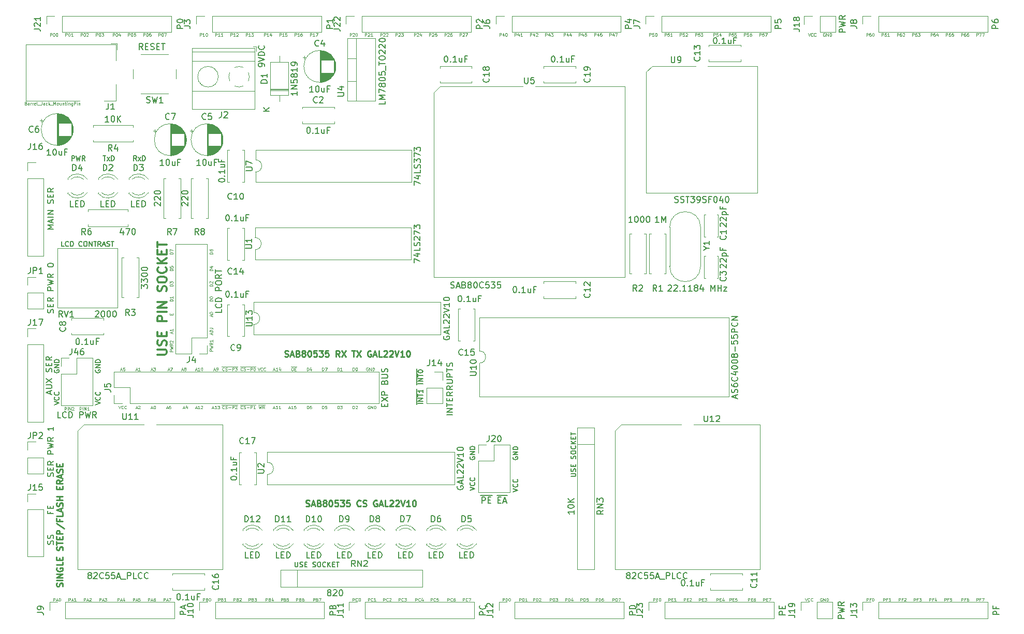
<source format=gbr>
%TF.GenerationSoftware,KiCad,Pcbnew,(6.0.11)*%
%TF.CreationDate,2023-10-14T12:13:17-04:00*%
%TF.ProjectId,SAB80535-Dev-Board,53414238-3035-4333-952d-4465762d426f,rev?*%
%TF.SameCoordinates,Original*%
%TF.FileFunction,Legend,Top*%
%TF.FilePolarity,Positive*%
%FSLAX46Y46*%
G04 Gerber Fmt 4.6, Leading zero omitted, Abs format (unit mm)*
G04 Created by KiCad (PCBNEW (6.0.11)) date 2023-10-14 12:13:17*
%MOMM*%
%LPD*%
G01*
G04 APERTURE LIST*
%ADD10C,0.125000*%
%ADD11C,0.200000*%
%ADD12C,0.300000*%
%ADD13C,0.250000*%
%ADD14C,0.150000*%
%ADD15C,0.120000*%
G04 APERTURE END LIST*
D10*
X68392857Y-108583333D02*
X68630952Y-108583333D01*
X68345238Y-108726190D02*
X68511904Y-108226190D01*
X68678571Y-108726190D01*
X69107142Y-108726190D02*
X68821428Y-108726190D01*
X68964285Y-108726190D02*
X68964285Y-108226190D01*
X68916666Y-108297619D01*
X68869047Y-108345238D01*
X68821428Y-108369047D01*
D11*
X123100000Y-122834523D02*
X123061904Y-122910714D01*
X123061904Y-123025000D01*
X123100000Y-123139285D01*
X123176190Y-123215476D01*
X123252380Y-123253571D01*
X123404761Y-123291666D01*
X123519047Y-123291666D01*
X123671428Y-123253571D01*
X123747619Y-123215476D01*
X123823809Y-123139285D01*
X123861904Y-123025000D01*
X123861904Y-122948809D01*
X123823809Y-122834523D01*
X123785714Y-122796428D01*
X123519047Y-122796428D01*
X123519047Y-122948809D01*
X123861904Y-122453571D02*
X123061904Y-122453571D01*
X123861904Y-121996428D01*
X123061904Y-121996428D01*
X123861904Y-121615476D02*
X123061904Y-121615476D01*
X123061904Y-121425000D01*
X123100000Y-121310714D01*
X123176190Y-121234523D01*
X123252380Y-121196428D01*
X123404761Y-121158333D01*
X123519047Y-121158333D01*
X123671428Y-121196428D01*
X123747619Y-121234523D01*
X123823809Y-121310714D01*
X123861904Y-121425000D01*
X123861904Y-121615476D01*
D10*
X195392857Y-53976190D02*
X195392857Y-53476190D01*
X195583333Y-53476190D01*
X195630952Y-53500000D01*
X195654761Y-53523809D01*
X195678571Y-53571428D01*
X195678571Y-53642857D01*
X195654761Y-53690476D01*
X195630952Y-53714285D01*
X195583333Y-53738095D01*
X195392857Y-53738095D01*
X196107142Y-53476190D02*
X196011904Y-53476190D01*
X195964285Y-53500000D01*
X195940476Y-53523809D01*
X195892857Y-53595238D01*
X195869047Y-53690476D01*
X195869047Y-53880952D01*
X195892857Y-53928571D01*
X195916666Y-53952380D01*
X195964285Y-53976190D01*
X196059523Y-53976190D01*
X196107142Y-53952380D01*
X196130952Y-53928571D01*
X196154761Y-53880952D01*
X196154761Y-53761904D01*
X196130952Y-53714285D01*
X196107142Y-53690476D01*
X196059523Y-53666666D01*
X195964285Y-53666666D01*
X195916666Y-53690476D01*
X195892857Y-53714285D01*
X195869047Y-53761904D01*
X196321428Y-53476190D02*
X196630952Y-53476190D01*
X196464285Y-53666666D01*
X196535714Y-53666666D01*
X196583333Y-53690476D01*
X196607142Y-53714285D01*
X196630952Y-53761904D01*
X196630952Y-53880952D01*
X196607142Y-53928571D01*
X196583333Y-53952380D01*
X196535714Y-53976190D01*
X196392857Y-53976190D01*
X196345238Y-53952380D01*
X196321428Y-53928571D01*
X154892857Y-53976190D02*
X154892857Y-53476190D01*
X155083333Y-53476190D01*
X155130952Y-53500000D01*
X155154761Y-53523809D01*
X155178571Y-53571428D01*
X155178571Y-53642857D01*
X155154761Y-53690476D01*
X155130952Y-53714285D01*
X155083333Y-53738095D01*
X154892857Y-53738095D01*
X155630952Y-53476190D02*
X155392857Y-53476190D01*
X155369047Y-53714285D01*
X155392857Y-53690476D01*
X155440476Y-53666666D01*
X155559523Y-53666666D01*
X155607142Y-53690476D01*
X155630952Y-53714285D01*
X155654761Y-53761904D01*
X155654761Y-53880952D01*
X155630952Y-53928571D01*
X155607142Y-53952380D01*
X155559523Y-53976190D01*
X155440476Y-53976190D01*
X155392857Y-53952380D01*
X155369047Y-53928571D01*
X156130952Y-53976190D02*
X155845238Y-53976190D01*
X155988095Y-53976190D02*
X155988095Y-53476190D01*
X155940476Y-53547619D01*
X155892857Y-53595238D01*
X155845238Y-53619047D01*
X143392857Y-53976190D02*
X143392857Y-53476190D01*
X143583333Y-53476190D01*
X143630952Y-53500000D01*
X143654761Y-53523809D01*
X143678571Y-53571428D01*
X143678571Y-53642857D01*
X143654761Y-53690476D01*
X143630952Y-53714285D01*
X143583333Y-53738095D01*
X143392857Y-53738095D01*
X144107142Y-53642857D02*
X144107142Y-53976190D01*
X143988095Y-53452380D02*
X143869047Y-53809523D01*
X144178571Y-53809523D01*
X144583333Y-53476190D02*
X144488095Y-53476190D01*
X144440476Y-53500000D01*
X144416666Y-53523809D01*
X144369047Y-53595238D01*
X144345238Y-53690476D01*
X144345238Y-53880952D01*
X144369047Y-53928571D01*
X144392857Y-53952380D01*
X144440476Y-53976190D01*
X144535714Y-53976190D01*
X144583333Y-53952380D01*
X144607142Y-53928571D01*
X144630952Y-53880952D01*
X144630952Y-53761904D01*
X144607142Y-53714285D01*
X144583333Y-53690476D01*
X144535714Y-53666666D01*
X144440476Y-53666666D01*
X144392857Y-53690476D01*
X144369047Y-53714285D01*
X144345238Y-53761904D01*
X190666666Y-146476190D02*
X190666666Y-145976190D01*
X190857142Y-145976190D01*
X190904761Y-146000000D01*
X190928571Y-146023809D01*
X190952380Y-146071428D01*
X190952380Y-146142857D01*
X190928571Y-146190476D01*
X190904761Y-146214285D01*
X190857142Y-146238095D01*
X190666666Y-146238095D01*
X191333333Y-146214285D02*
X191166666Y-146214285D01*
X191166666Y-146476190D02*
X191166666Y-145976190D01*
X191404761Y-145976190D01*
X191857142Y-146476190D02*
X191571428Y-146476190D01*
X191714285Y-146476190D02*
X191714285Y-145976190D01*
X191666666Y-146047619D01*
X191619047Y-146095238D01*
X191571428Y-146119047D01*
X180619047Y-146000000D02*
X180571428Y-145976190D01*
X180500000Y-145976190D01*
X180428571Y-146000000D01*
X180380952Y-146047619D01*
X180357142Y-146095238D01*
X180333333Y-146190476D01*
X180333333Y-146261904D01*
X180357142Y-146357142D01*
X180380952Y-146404761D01*
X180428571Y-146452380D01*
X180500000Y-146476190D01*
X180547619Y-146476190D01*
X180619047Y-146452380D01*
X180642857Y-146428571D01*
X180642857Y-146261904D01*
X180547619Y-146261904D01*
X180857142Y-146476190D02*
X180857142Y-145976190D01*
X181142857Y-146476190D01*
X181142857Y-145976190D01*
X181380952Y-146476190D02*
X181380952Y-145976190D01*
X181500000Y-145976190D01*
X181571428Y-146000000D01*
X181619047Y-146047619D01*
X181642857Y-146095238D01*
X181666666Y-146190476D01*
X181666666Y-146261904D01*
X181642857Y-146357142D01*
X181619047Y-146404761D01*
X181571428Y-146452380D01*
X181500000Y-146476190D01*
X181380952Y-146476190D01*
X155529761Y-146476190D02*
X155529761Y-145976190D01*
X155720238Y-145976190D01*
X155767857Y-146000000D01*
X155791666Y-146023809D01*
X155815476Y-146071428D01*
X155815476Y-146142857D01*
X155791666Y-146190476D01*
X155767857Y-146214285D01*
X155720238Y-146238095D01*
X155529761Y-146238095D01*
X156029761Y-146214285D02*
X156196428Y-146214285D01*
X156267857Y-146476190D02*
X156029761Y-146476190D01*
X156029761Y-145976190D01*
X156267857Y-145976190D01*
X156744047Y-146476190D02*
X156458333Y-146476190D01*
X156601190Y-146476190D02*
X156601190Y-145976190D01*
X156553571Y-146047619D01*
X156505952Y-146095238D01*
X156458333Y-146119047D01*
D11*
X139561904Y-126042857D02*
X140209523Y-126042857D01*
X140285714Y-126004761D01*
X140323809Y-125966666D01*
X140361904Y-125890476D01*
X140361904Y-125738095D01*
X140323809Y-125661904D01*
X140285714Y-125623809D01*
X140209523Y-125585714D01*
X139561904Y-125585714D01*
X140323809Y-125242857D02*
X140361904Y-125128571D01*
X140361904Y-124938095D01*
X140323809Y-124861904D01*
X140285714Y-124823809D01*
X140209523Y-124785714D01*
X140133333Y-124785714D01*
X140057142Y-124823809D01*
X140019047Y-124861904D01*
X139980952Y-124938095D01*
X139942857Y-125090476D01*
X139904761Y-125166666D01*
X139866666Y-125204761D01*
X139790476Y-125242857D01*
X139714285Y-125242857D01*
X139638095Y-125204761D01*
X139600000Y-125166666D01*
X139561904Y-125090476D01*
X139561904Y-124900000D01*
X139600000Y-124785714D01*
X139942857Y-124442857D02*
X139942857Y-124176190D01*
X140361904Y-124061904D02*
X140361904Y-124442857D01*
X139561904Y-124442857D01*
X139561904Y-124061904D01*
X140323809Y-123147619D02*
X140361904Y-123033333D01*
X140361904Y-122842857D01*
X140323809Y-122766666D01*
X140285714Y-122728571D01*
X140209523Y-122690476D01*
X140133333Y-122690476D01*
X140057142Y-122728571D01*
X140019047Y-122766666D01*
X139980952Y-122842857D01*
X139942857Y-122995238D01*
X139904761Y-123071428D01*
X139866666Y-123109523D01*
X139790476Y-123147619D01*
X139714285Y-123147619D01*
X139638095Y-123109523D01*
X139600000Y-123071428D01*
X139561904Y-122995238D01*
X139561904Y-122804761D01*
X139600000Y-122690476D01*
X139561904Y-122195238D02*
X139561904Y-122042857D01*
X139600000Y-121966666D01*
X139676190Y-121890476D01*
X139828571Y-121852380D01*
X140095238Y-121852380D01*
X140247619Y-121890476D01*
X140323809Y-121966666D01*
X140361904Y-122042857D01*
X140361904Y-122195238D01*
X140323809Y-122271428D01*
X140247619Y-122347619D01*
X140095238Y-122385714D01*
X139828571Y-122385714D01*
X139676190Y-122347619D01*
X139600000Y-122271428D01*
X139561904Y-122195238D01*
X140285714Y-121052380D02*
X140323809Y-121090476D01*
X140361904Y-121204761D01*
X140361904Y-121280952D01*
X140323809Y-121395238D01*
X140247619Y-121471428D01*
X140171428Y-121509523D01*
X140019047Y-121547619D01*
X139904761Y-121547619D01*
X139752380Y-121509523D01*
X139676190Y-121471428D01*
X139600000Y-121395238D01*
X139561904Y-121280952D01*
X139561904Y-121204761D01*
X139600000Y-121090476D01*
X139638095Y-121052380D01*
X140361904Y-120709523D02*
X139561904Y-120709523D01*
X140361904Y-120252380D02*
X139904761Y-120595238D01*
X139561904Y-120252380D02*
X140019047Y-120709523D01*
X139942857Y-119909523D02*
X139942857Y-119642857D01*
X140361904Y-119528571D02*
X140361904Y-119909523D01*
X139561904Y-119909523D01*
X139561904Y-119528571D01*
X139561904Y-119300000D02*
X139561904Y-118842857D01*
X140361904Y-119071428D02*
X139561904Y-119071428D01*
X94457142Y-140061904D02*
X94457142Y-140709523D01*
X94495238Y-140785714D01*
X94533333Y-140823809D01*
X94609523Y-140861904D01*
X94761904Y-140861904D01*
X94838095Y-140823809D01*
X94876190Y-140785714D01*
X94914285Y-140709523D01*
X94914285Y-140061904D01*
X95257142Y-140823809D02*
X95371428Y-140861904D01*
X95561904Y-140861904D01*
X95638095Y-140823809D01*
X95676190Y-140785714D01*
X95714285Y-140709523D01*
X95714285Y-140633333D01*
X95676190Y-140557142D01*
X95638095Y-140519047D01*
X95561904Y-140480952D01*
X95409523Y-140442857D01*
X95333333Y-140404761D01*
X95295238Y-140366666D01*
X95257142Y-140290476D01*
X95257142Y-140214285D01*
X95295238Y-140138095D01*
X95333333Y-140100000D01*
X95409523Y-140061904D01*
X95600000Y-140061904D01*
X95714285Y-140100000D01*
X96057142Y-140442857D02*
X96323809Y-140442857D01*
X96438095Y-140861904D02*
X96057142Y-140861904D01*
X96057142Y-140061904D01*
X96438095Y-140061904D01*
X97352380Y-140823809D02*
X97466666Y-140861904D01*
X97657142Y-140861904D01*
X97733333Y-140823809D01*
X97771428Y-140785714D01*
X97809523Y-140709523D01*
X97809523Y-140633333D01*
X97771428Y-140557142D01*
X97733333Y-140519047D01*
X97657142Y-140480952D01*
X97504761Y-140442857D01*
X97428571Y-140404761D01*
X97390476Y-140366666D01*
X97352380Y-140290476D01*
X97352380Y-140214285D01*
X97390476Y-140138095D01*
X97428571Y-140100000D01*
X97504761Y-140061904D01*
X97695238Y-140061904D01*
X97809523Y-140100000D01*
X98304761Y-140061904D02*
X98457142Y-140061904D01*
X98533333Y-140100000D01*
X98609523Y-140176190D01*
X98647619Y-140328571D01*
X98647619Y-140595238D01*
X98609523Y-140747619D01*
X98533333Y-140823809D01*
X98457142Y-140861904D01*
X98304761Y-140861904D01*
X98228571Y-140823809D01*
X98152380Y-140747619D01*
X98114285Y-140595238D01*
X98114285Y-140328571D01*
X98152380Y-140176190D01*
X98228571Y-140100000D01*
X98304761Y-140061904D01*
X99447619Y-140785714D02*
X99409523Y-140823809D01*
X99295238Y-140861904D01*
X99219047Y-140861904D01*
X99104761Y-140823809D01*
X99028571Y-140747619D01*
X98990476Y-140671428D01*
X98952380Y-140519047D01*
X98952380Y-140404761D01*
X98990476Y-140252380D01*
X99028571Y-140176190D01*
X99104761Y-140100000D01*
X99219047Y-140061904D01*
X99295238Y-140061904D01*
X99409523Y-140100000D01*
X99447619Y-140138095D01*
X99790476Y-140861904D02*
X99790476Y-140061904D01*
X100247619Y-140861904D02*
X99904761Y-140404761D01*
X100247619Y-140061904D02*
X99790476Y-140519047D01*
X100590476Y-140442857D02*
X100857142Y-140442857D01*
X100971428Y-140861904D02*
X100590476Y-140861904D01*
X100590476Y-140061904D01*
X100971428Y-140061904D01*
X101200000Y-140061904D02*
X101657142Y-140061904D01*
X101428571Y-140861904D02*
X101428571Y-140061904D01*
D10*
X103392857Y-53976190D02*
X103392857Y-53476190D01*
X103583333Y-53476190D01*
X103630952Y-53500000D01*
X103654761Y-53523809D01*
X103678571Y-53571428D01*
X103678571Y-53642857D01*
X103654761Y-53690476D01*
X103630952Y-53714285D01*
X103583333Y-53738095D01*
X103392857Y-53738095D01*
X103869047Y-53523809D02*
X103892857Y-53500000D01*
X103940476Y-53476190D01*
X104059523Y-53476190D01*
X104107142Y-53500000D01*
X104130952Y-53523809D01*
X104154761Y-53571428D01*
X104154761Y-53619047D01*
X104130952Y-53690476D01*
X103845238Y-53976190D01*
X104154761Y-53976190D01*
X104464285Y-53476190D02*
X104511904Y-53476190D01*
X104559523Y-53500000D01*
X104583333Y-53523809D01*
X104607142Y-53571428D01*
X104630952Y-53666666D01*
X104630952Y-53785714D01*
X104607142Y-53880952D01*
X104583333Y-53928571D01*
X104559523Y-53952380D01*
X104511904Y-53976190D01*
X104464285Y-53976190D01*
X104416666Y-53952380D01*
X104392857Y-53928571D01*
X104369047Y-53880952D01*
X104345238Y-53785714D01*
X104345238Y-53666666D01*
X104369047Y-53571428D01*
X104392857Y-53523809D01*
X104416666Y-53500000D01*
X104464285Y-53476190D01*
X153029761Y-146476190D02*
X153029761Y-145976190D01*
X153220238Y-145976190D01*
X153267857Y-146000000D01*
X153291666Y-146023809D01*
X153315476Y-146071428D01*
X153315476Y-146142857D01*
X153291666Y-146190476D01*
X153267857Y-146214285D01*
X153220238Y-146238095D01*
X153029761Y-146238095D01*
X153529761Y-146214285D02*
X153696428Y-146214285D01*
X153767857Y-146476190D02*
X153529761Y-146476190D01*
X153529761Y-145976190D01*
X153767857Y-145976190D01*
X154077380Y-145976190D02*
X154125000Y-145976190D01*
X154172619Y-146000000D01*
X154196428Y-146023809D01*
X154220238Y-146071428D01*
X154244047Y-146166666D01*
X154244047Y-146285714D01*
X154220238Y-146380952D01*
X154196428Y-146428571D01*
X154172619Y-146452380D01*
X154125000Y-146476190D01*
X154077380Y-146476190D01*
X154029761Y-146452380D01*
X154005952Y-146428571D01*
X153982142Y-146380952D01*
X153958333Y-146285714D01*
X153958333Y-146166666D01*
X153982142Y-146071428D01*
X154005952Y-146023809D01*
X154029761Y-146000000D01*
X154077380Y-145976190D01*
X59916666Y-146476190D02*
X59916666Y-145976190D01*
X60107142Y-145976190D01*
X60154761Y-146000000D01*
X60178571Y-146023809D01*
X60202380Y-146071428D01*
X60202380Y-146142857D01*
X60178571Y-146190476D01*
X60154761Y-146214285D01*
X60107142Y-146238095D01*
X59916666Y-146238095D01*
X60392857Y-146333333D02*
X60630952Y-146333333D01*
X60345238Y-146476190D02*
X60511904Y-145976190D01*
X60678571Y-146476190D01*
X60821428Y-146023809D02*
X60845238Y-146000000D01*
X60892857Y-145976190D01*
X61011904Y-145976190D01*
X61059523Y-146000000D01*
X61083333Y-146023809D01*
X61107142Y-146071428D01*
X61107142Y-146119047D01*
X61083333Y-146190476D01*
X60797619Y-146476190D01*
X61107142Y-146476190D01*
X198392857Y-53976190D02*
X198392857Y-53476190D01*
X198583333Y-53476190D01*
X198630952Y-53500000D01*
X198654761Y-53523809D01*
X198678571Y-53571428D01*
X198678571Y-53642857D01*
X198654761Y-53690476D01*
X198630952Y-53714285D01*
X198583333Y-53738095D01*
X198392857Y-53738095D01*
X199107142Y-53476190D02*
X199011904Y-53476190D01*
X198964285Y-53500000D01*
X198940476Y-53523809D01*
X198892857Y-53595238D01*
X198869047Y-53690476D01*
X198869047Y-53880952D01*
X198892857Y-53928571D01*
X198916666Y-53952380D01*
X198964285Y-53976190D01*
X199059523Y-53976190D01*
X199107142Y-53952380D01*
X199130952Y-53928571D01*
X199154761Y-53880952D01*
X199154761Y-53761904D01*
X199130952Y-53714285D01*
X199107142Y-53690476D01*
X199059523Y-53666666D01*
X198964285Y-53666666D01*
X198916666Y-53690476D01*
X198892857Y-53714285D01*
X198869047Y-53761904D01*
X199583333Y-53642857D02*
X199583333Y-53976190D01*
X199464285Y-53452380D02*
X199345238Y-53809523D01*
X199654761Y-53809523D01*
X118892857Y-53976190D02*
X118892857Y-53476190D01*
X119083333Y-53476190D01*
X119130952Y-53500000D01*
X119154761Y-53523809D01*
X119178571Y-53571428D01*
X119178571Y-53642857D01*
X119154761Y-53690476D01*
X119130952Y-53714285D01*
X119083333Y-53738095D01*
X118892857Y-53738095D01*
X119369047Y-53523809D02*
X119392857Y-53500000D01*
X119440476Y-53476190D01*
X119559523Y-53476190D01*
X119607142Y-53500000D01*
X119630952Y-53523809D01*
X119654761Y-53571428D01*
X119654761Y-53619047D01*
X119630952Y-53690476D01*
X119345238Y-53976190D01*
X119654761Y-53976190D01*
X120083333Y-53476190D02*
X119988095Y-53476190D01*
X119940476Y-53500000D01*
X119916666Y-53523809D01*
X119869047Y-53595238D01*
X119845238Y-53690476D01*
X119845238Y-53880952D01*
X119869047Y-53928571D01*
X119892857Y-53952380D01*
X119940476Y-53976190D01*
X120035714Y-53976190D01*
X120083333Y-53952380D01*
X120107142Y-53928571D01*
X120130952Y-53880952D01*
X120130952Y-53761904D01*
X120107142Y-53714285D01*
X120083333Y-53690476D01*
X120035714Y-53666666D01*
X119940476Y-53666666D01*
X119892857Y-53690476D01*
X119869047Y-53714285D01*
X119845238Y-53761904D01*
X73392857Y-114833333D02*
X73630952Y-114833333D01*
X73345238Y-114976190D02*
X73511904Y-114476190D01*
X73678571Y-114976190D01*
X74059523Y-114476190D02*
X73964285Y-114476190D01*
X73916666Y-114500000D01*
X73892857Y-114523809D01*
X73845238Y-114595238D01*
X73821428Y-114690476D01*
X73821428Y-114880952D01*
X73845238Y-114928571D01*
X73869047Y-114952380D01*
X73916666Y-114976190D01*
X74011904Y-114976190D01*
X74059523Y-114952380D01*
X74083333Y-114928571D01*
X74107142Y-114880952D01*
X74107142Y-114761904D01*
X74083333Y-114714285D01*
X74059523Y-114690476D01*
X74011904Y-114666666D01*
X73916666Y-114666666D01*
X73869047Y-114690476D01*
X73845238Y-114714285D01*
X73821428Y-114761904D01*
X145892857Y-53976190D02*
X145892857Y-53476190D01*
X146083333Y-53476190D01*
X146130952Y-53500000D01*
X146154761Y-53523809D01*
X146178571Y-53571428D01*
X146178571Y-53642857D01*
X146154761Y-53690476D01*
X146130952Y-53714285D01*
X146083333Y-53738095D01*
X145892857Y-53738095D01*
X146607142Y-53642857D02*
X146607142Y-53976190D01*
X146488095Y-53452380D02*
X146369047Y-53809523D01*
X146678571Y-53809523D01*
X146821428Y-53476190D02*
X147154761Y-53476190D01*
X146940476Y-53976190D01*
D11*
X57933333Y-74361904D02*
X57933333Y-73561904D01*
X58238095Y-73561904D01*
X58314285Y-73600000D01*
X58352380Y-73638095D01*
X58390476Y-73714285D01*
X58390476Y-73828571D01*
X58352380Y-73904761D01*
X58314285Y-73942857D01*
X58238095Y-73980952D01*
X57933333Y-73980952D01*
X58657142Y-73561904D02*
X58847619Y-74361904D01*
X59000000Y-73790476D01*
X59152380Y-74361904D01*
X59342857Y-73561904D01*
X60104761Y-74361904D02*
X59838095Y-73980952D01*
X59647619Y-74361904D02*
X59647619Y-73561904D01*
X59952380Y-73561904D01*
X60028571Y-73600000D01*
X60066666Y-73638095D01*
X60104761Y-73714285D01*
X60104761Y-73828571D01*
X60066666Y-73904761D01*
X60028571Y-73942857D01*
X59952380Y-73980952D01*
X59647619Y-73980952D01*
D10*
X162892857Y-53976190D02*
X162892857Y-53476190D01*
X163083333Y-53476190D01*
X163130952Y-53500000D01*
X163154761Y-53523809D01*
X163178571Y-53571428D01*
X163178571Y-53642857D01*
X163154761Y-53690476D01*
X163130952Y-53714285D01*
X163083333Y-53738095D01*
X162892857Y-53738095D01*
X163630952Y-53476190D02*
X163392857Y-53476190D01*
X163369047Y-53714285D01*
X163392857Y-53690476D01*
X163440476Y-53666666D01*
X163559523Y-53666666D01*
X163607142Y-53690476D01*
X163630952Y-53714285D01*
X163654761Y-53761904D01*
X163654761Y-53880952D01*
X163630952Y-53928571D01*
X163607142Y-53952380D01*
X163559523Y-53976190D01*
X163440476Y-53976190D01*
X163392857Y-53952380D01*
X163369047Y-53928571D01*
X164083333Y-53642857D02*
X164083333Y-53976190D01*
X163964285Y-53452380D02*
X163845238Y-53809523D01*
X164154761Y-53809523D01*
X165529761Y-146476190D02*
X165529761Y-145976190D01*
X165720238Y-145976190D01*
X165767857Y-146000000D01*
X165791666Y-146023809D01*
X165815476Y-146071428D01*
X165815476Y-146142857D01*
X165791666Y-146190476D01*
X165767857Y-146214285D01*
X165720238Y-146238095D01*
X165529761Y-146238095D01*
X166029761Y-146214285D02*
X166196428Y-146214285D01*
X166267857Y-146476190D02*
X166029761Y-146476190D01*
X166029761Y-145976190D01*
X166267857Y-145976190D01*
X166720238Y-145976190D02*
X166482142Y-145976190D01*
X166458333Y-146214285D01*
X166482142Y-146190476D01*
X166529761Y-146166666D01*
X166648809Y-146166666D01*
X166696428Y-146190476D01*
X166720238Y-146214285D01*
X166744047Y-146261904D01*
X166744047Y-146380952D01*
X166720238Y-146428571D01*
X166696428Y-146452380D01*
X166648809Y-146476190D01*
X166529761Y-146476190D01*
X166482142Y-146452380D01*
X166458333Y-146428571D01*
D11*
X130061904Y-128566666D02*
X130861904Y-128300000D01*
X130061904Y-128033333D01*
X130785714Y-127309523D02*
X130823809Y-127347619D01*
X130861904Y-127461904D01*
X130861904Y-127538095D01*
X130823809Y-127652380D01*
X130747619Y-127728571D01*
X130671428Y-127766666D01*
X130519047Y-127804761D01*
X130404761Y-127804761D01*
X130252380Y-127766666D01*
X130176190Y-127728571D01*
X130100000Y-127652380D01*
X130061904Y-127538095D01*
X130061904Y-127461904D01*
X130100000Y-127347619D01*
X130138095Y-127309523D01*
X130785714Y-126509523D02*
X130823809Y-126547619D01*
X130861904Y-126661904D01*
X130861904Y-126738095D01*
X130823809Y-126852380D01*
X130747619Y-126928571D01*
X130671428Y-126966666D01*
X130519047Y-127004761D01*
X130404761Y-127004761D01*
X130252380Y-126966666D01*
X130176190Y-126928571D01*
X130100000Y-126852380D01*
X130061904Y-126738095D01*
X130061904Y-126661904D01*
X130100000Y-126547619D01*
X130138095Y-126509523D01*
D10*
X89630952Y-146476190D02*
X89630952Y-145976190D01*
X89821428Y-145976190D01*
X89869047Y-146000000D01*
X89892857Y-146023809D01*
X89916666Y-146071428D01*
X89916666Y-146142857D01*
X89892857Y-146190476D01*
X89869047Y-146214285D01*
X89821428Y-146238095D01*
X89630952Y-146238095D01*
X90297619Y-146214285D02*
X90369047Y-146238095D01*
X90392857Y-146261904D01*
X90416666Y-146309523D01*
X90416666Y-146380952D01*
X90392857Y-146428571D01*
X90369047Y-146452380D01*
X90321428Y-146476190D01*
X90130952Y-146476190D01*
X90130952Y-145976190D01*
X90297619Y-145976190D01*
X90345238Y-146000000D01*
X90369047Y-146023809D01*
X90392857Y-146071428D01*
X90392857Y-146119047D01*
X90369047Y-146166666D01*
X90345238Y-146190476D01*
X90297619Y-146214285D01*
X90130952Y-146214285D01*
X90845238Y-146142857D02*
X90845238Y-146476190D01*
X90726190Y-145952380D02*
X90607142Y-146309523D01*
X90916666Y-146309523D01*
D12*
X71928571Y-106107142D02*
X73142857Y-106107142D01*
X73285714Y-106035714D01*
X73357142Y-105964285D01*
X73428571Y-105821428D01*
X73428571Y-105535714D01*
X73357142Y-105392857D01*
X73285714Y-105321428D01*
X73142857Y-105250000D01*
X71928571Y-105250000D01*
X73357142Y-104607142D02*
X73428571Y-104392857D01*
X73428571Y-104035714D01*
X73357142Y-103892857D01*
X73285714Y-103821428D01*
X73142857Y-103750000D01*
X73000000Y-103750000D01*
X72857142Y-103821428D01*
X72785714Y-103892857D01*
X72714285Y-104035714D01*
X72642857Y-104321428D01*
X72571428Y-104464285D01*
X72500000Y-104535714D01*
X72357142Y-104607142D01*
X72214285Y-104607142D01*
X72071428Y-104535714D01*
X72000000Y-104464285D01*
X71928571Y-104321428D01*
X71928571Y-103964285D01*
X72000000Y-103750000D01*
X72642857Y-103107142D02*
X72642857Y-102607142D01*
X73428571Y-102392857D02*
X73428571Y-103107142D01*
X71928571Y-103107142D01*
X71928571Y-102392857D01*
X73428571Y-100607142D02*
X71928571Y-100607142D01*
X71928571Y-100035714D01*
X72000000Y-99892857D01*
X72071428Y-99821428D01*
X72214285Y-99750000D01*
X72428571Y-99750000D01*
X72571428Y-99821428D01*
X72642857Y-99892857D01*
X72714285Y-100035714D01*
X72714285Y-100607142D01*
X73428571Y-99107142D02*
X71928571Y-99107142D01*
X73428571Y-98392857D02*
X71928571Y-98392857D01*
X73428571Y-97535714D01*
X71928571Y-97535714D01*
X73357142Y-95750000D02*
X73428571Y-95535714D01*
X73428571Y-95178571D01*
X73357142Y-95035714D01*
X73285714Y-94964285D01*
X73142857Y-94892857D01*
X73000000Y-94892857D01*
X72857142Y-94964285D01*
X72785714Y-95035714D01*
X72714285Y-95178571D01*
X72642857Y-95464285D01*
X72571428Y-95607142D01*
X72500000Y-95678571D01*
X72357142Y-95750000D01*
X72214285Y-95750000D01*
X72071428Y-95678571D01*
X72000000Y-95607142D01*
X71928571Y-95464285D01*
X71928571Y-95107142D01*
X72000000Y-94892857D01*
X71928571Y-93964285D02*
X71928571Y-93678571D01*
X72000000Y-93535714D01*
X72142857Y-93392857D01*
X72428571Y-93321428D01*
X72928571Y-93321428D01*
X73214285Y-93392857D01*
X73357142Y-93535714D01*
X73428571Y-93678571D01*
X73428571Y-93964285D01*
X73357142Y-94107142D01*
X73214285Y-94250000D01*
X72928571Y-94321428D01*
X72428571Y-94321428D01*
X72142857Y-94250000D01*
X72000000Y-94107142D01*
X71928571Y-93964285D01*
X73285714Y-91821428D02*
X73357142Y-91892857D01*
X73428571Y-92107142D01*
X73428571Y-92250000D01*
X73357142Y-92464285D01*
X73214285Y-92607142D01*
X73071428Y-92678571D01*
X72785714Y-92750000D01*
X72571428Y-92750000D01*
X72285714Y-92678571D01*
X72142857Y-92607142D01*
X72000000Y-92464285D01*
X71928571Y-92250000D01*
X71928571Y-92107142D01*
X72000000Y-91892857D01*
X72071428Y-91821428D01*
X73428571Y-91178571D02*
X71928571Y-91178571D01*
X73428571Y-90321428D02*
X72571428Y-90964285D01*
X71928571Y-90321428D02*
X72785714Y-91178571D01*
X72642857Y-89678571D02*
X72642857Y-89178571D01*
X73428571Y-88964285D02*
X73428571Y-89678571D01*
X71928571Y-89678571D01*
X71928571Y-88964285D01*
X71928571Y-88535714D02*
X71928571Y-87678571D01*
X73428571Y-88107142D02*
X71928571Y-88107142D01*
D10*
X93761904Y-108085000D02*
X94285714Y-108085000D01*
X93976190Y-108226190D02*
X94071428Y-108226190D01*
X94119047Y-108250000D01*
X94166666Y-108297619D01*
X94190476Y-108392857D01*
X94190476Y-108559523D01*
X94166666Y-108654761D01*
X94119047Y-108702380D01*
X94071428Y-108726190D01*
X93976190Y-108726190D01*
X93928571Y-108702380D01*
X93880952Y-108654761D01*
X93857142Y-108559523D01*
X93857142Y-108392857D01*
X93880952Y-108297619D01*
X93928571Y-108250000D01*
X93976190Y-108226190D01*
X94285714Y-108085000D02*
X94738095Y-108085000D01*
X94404761Y-108464285D02*
X94571428Y-108464285D01*
X94642857Y-108726190D02*
X94404761Y-108726190D01*
X94404761Y-108226190D01*
X94642857Y-108226190D01*
X89392857Y-53976190D02*
X89392857Y-53476190D01*
X89583333Y-53476190D01*
X89630952Y-53500000D01*
X89654761Y-53523809D01*
X89678571Y-53571428D01*
X89678571Y-53642857D01*
X89654761Y-53690476D01*
X89630952Y-53714285D01*
X89583333Y-53738095D01*
X89392857Y-53738095D01*
X90154761Y-53976190D02*
X89869047Y-53976190D01*
X90011904Y-53976190D02*
X90011904Y-53476190D01*
X89964285Y-53547619D01*
X89916666Y-53595238D01*
X89869047Y-53619047D01*
X90583333Y-53642857D02*
X90583333Y-53976190D01*
X90464285Y-53452380D02*
X90345238Y-53809523D01*
X90654761Y-53809523D01*
X96892857Y-53976190D02*
X96892857Y-53476190D01*
X97083333Y-53476190D01*
X97130952Y-53500000D01*
X97154761Y-53523809D01*
X97178571Y-53571428D01*
X97178571Y-53642857D01*
X97154761Y-53690476D01*
X97130952Y-53714285D01*
X97083333Y-53738095D01*
X96892857Y-53738095D01*
X97654761Y-53976190D02*
X97369047Y-53976190D01*
X97511904Y-53976190D02*
X97511904Y-53476190D01*
X97464285Y-53547619D01*
X97416666Y-53595238D01*
X97369047Y-53619047D01*
X97821428Y-53476190D02*
X98154761Y-53476190D01*
X97940476Y-53976190D01*
X106619047Y-114500000D02*
X106571428Y-114476190D01*
X106500000Y-114476190D01*
X106428571Y-114500000D01*
X106380952Y-114547619D01*
X106357142Y-114595238D01*
X106333333Y-114690476D01*
X106333333Y-114761904D01*
X106357142Y-114857142D01*
X106380952Y-114904761D01*
X106428571Y-114952380D01*
X106500000Y-114976190D01*
X106547619Y-114976190D01*
X106619047Y-114952380D01*
X106642857Y-114928571D01*
X106642857Y-114761904D01*
X106547619Y-114761904D01*
X106857142Y-114976190D02*
X106857142Y-114476190D01*
X107142857Y-114976190D01*
X107142857Y-114476190D01*
X107380952Y-114976190D02*
X107380952Y-114476190D01*
X107500000Y-114476190D01*
X107571428Y-114500000D01*
X107619047Y-114547619D01*
X107642857Y-114595238D01*
X107666666Y-114690476D01*
X107666666Y-114761904D01*
X107642857Y-114857142D01*
X107619047Y-114904761D01*
X107571428Y-114952380D01*
X107500000Y-114976190D01*
X107380952Y-114976190D01*
X106369047Y-108250000D02*
X106321428Y-108226190D01*
X106250000Y-108226190D01*
X106178571Y-108250000D01*
X106130952Y-108297619D01*
X106107142Y-108345238D01*
X106083333Y-108440476D01*
X106083333Y-108511904D01*
X106107142Y-108607142D01*
X106130952Y-108654761D01*
X106178571Y-108702380D01*
X106250000Y-108726190D01*
X106297619Y-108726190D01*
X106369047Y-108702380D01*
X106392857Y-108678571D01*
X106392857Y-108511904D01*
X106297619Y-108511904D01*
X106607142Y-108726190D02*
X106607142Y-108226190D01*
X106892857Y-108726190D01*
X106892857Y-108226190D01*
X107130952Y-108726190D02*
X107130952Y-108226190D01*
X107250000Y-108226190D01*
X107321428Y-108250000D01*
X107369047Y-108297619D01*
X107392857Y-108345238D01*
X107416666Y-108440476D01*
X107416666Y-108511904D01*
X107392857Y-108607142D01*
X107369047Y-108654761D01*
X107321428Y-108702380D01*
X107250000Y-108726190D01*
X107130952Y-108726190D01*
X80976190Y-105529761D02*
X80476190Y-105529761D01*
X80476190Y-105339285D01*
X80500000Y-105291666D01*
X80523809Y-105267857D01*
X80571428Y-105244047D01*
X80642857Y-105244047D01*
X80690476Y-105267857D01*
X80714285Y-105291666D01*
X80738095Y-105339285D01*
X80738095Y-105529761D01*
X80476190Y-105077380D02*
X80976190Y-104958333D01*
X80619047Y-104863095D01*
X80976190Y-104767857D01*
X80476190Y-104648809D01*
X80976190Y-104172619D02*
X80738095Y-104339285D01*
X80976190Y-104458333D02*
X80476190Y-104458333D01*
X80476190Y-104267857D01*
X80500000Y-104220238D01*
X80523809Y-104196428D01*
X80571428Y-104172619D01*
X80642857Y-104172619D01*
X80690476Y-104196428D01*
X80714285Y-104220238D01*
X80738095Y-104267857D01*
X80738095Y-104458333D01*
X80976190Y-103696428D02*
X80976190Y-103982142D01*
X80976190Y-103839285D02*
X80476190Y-103839285D01*
X80547619Y-103886904D01*
X80595238Y-103934523D01*
X80619047Y-103982142D01*
X70416666Y-146476190D02*
X70416666Y-145976190D01*
X70607142Y-145976190D01*
X70654761Y-146000000D01*
X70678571Y-146023809D01*
X70702380Y-146071428D01*
X70702380Y-146142857D01*
X70678571Y-146190476D01*
X70654761Y-146214285D01*
X70607142Y-146238095D01*
X70416666Y-146238095D01*
X70892857Y-146333333D02*
X71130952Y-146333333D01*
X70845238Y-146476190D02*
X71011904Y-145976190D01*
X71178571Y-146476190D01*
X71559523Y-145976190D02*
X71464285Y-145976190D01*
X71416666Y-146000000D01*
X71392857Y-146023809D01*
X71345238Y-146095238D01*
X71321428Y-146190476D01*
X71321428Y-146380952D01*
X71345238Y-146428571D01*
X71369047Y-146452380D01*
X71416666Y-146476190D01*
X71511904Y-146476190D01*
X71559523Y-146452380D01*
X71583333Y-146428571D01*
X71607142Y-146380952D01*
X71607142Y-146261904D01*
X71583333Y-146214285D01*
X71559523Y-146190476D01*
X71511904Y-146166666D01*
X71416666Y-146166666D01*
X71369047Y-146190476D01*
X71345238Y-146214285D01*
X71321428Y-146261904D01*
X106380952Y-146476190D02*
X106380952Y-145976190D01*
X106571428Y-145976190D01*
X106619047Y-146000000D01*
X106642857Y-146023809D01*
X106666666Y-146071428D01*
X106666666Y-146142857D01*
X106642857Y-146190476D01*
X106619047Y-146214285D01*
X106571428Y-146238095D01*
X106380952Y-146238095D01*
X107166666Y-146428571D02*
X107142857Y-146452380D01*
X107071428Y-146476190D01*
X107023809Y-146476190D01*
X106952380Y-146452380D01*
X106904761Y-146404761D01*
X106880952Y-146357142D01*
X106857142Y-146261904D01*
X106857142Y-146190476D01*
X106880952Y-146095238D01*
X106904761Y-146047619D01*
X106952380Y-146000000D01*
X107023809Y-145976190D01*
X107071428Y-145976190D01*
X107142857Y-146000000D01*
X107166666Y-146023809D01*
X107642857Y-146476190D02*
X107357142Y-146476190D01*
X107500000Y-146476190D02*
X107500000Y-145976190D01*
X107452380Y-146047619D01*
X107404761Y-146095238D01*
X107357142Y-146119047D01*
X178333333Y-53476190D02*
X178500000Y-53976190D01*
X178666666Y-53476190D01*
X179119047Y-53928571D02*
X179095238Y-53952380D01*
X179023809Y-53976190D01*
X178976190Y-53976190D01*
X178904761Y-53952380D01*
X178857142Y-53904761D01*
X178833333Y-53857142D01*
X178809523Y-53761904D01*
X178809523Y-53690476D01*
X178833333Y-53595238D01*
X178857142Y-53547619D01*
X178904761Y-53500000D01*
X178976190Y-53476190D01*
X179023809Y-53476190D01*
X179095238Y-53500000D01*
X179119047Y-53523809D01*
X179619047Y-53928571D02*
X179595238Y-53952380D01*
X179523809Y-53976190D01*
X179476190Y-53976190D01*
X179404761Y-53952380D01*
X179357142Y-53904761D01*
X179333333Y-53857142D01*
X179309523Y-53761904D01*
X179309523Y-53690476D01*
X179333333Y-53595238D01*
X179357142Y-53547619D01*
X179404761Y-53500000D01*
X179476190Y-53476190D01*
X179523809Y-53476190D01*
X179595238Y-53500000D01*
X179619047Y-53523809D01*
X200892857Y-53976190D02*
X200892857Y-53476190D01*
X201083333Y-53476190D01*
X201130952Y-53500000D01*
X201154761Y-53523809D01*
X201178571Y-53571428D01*
X201178571Y-53642857D01*
X201154761Y-53690476D01*
X201130952Y-53714285D01*
X201083333Y-53738095D01*
X200892857Y-53738095D01*
X201607142Y-53476190D02*
X201511904Y-53476190D01*
X201464285Y-53500000D01*
X201440476Y-53523809D01*
X201392857Y-53595238D01*
X201369047Y-53690476D01*
X201369047Y-53880952D01*
X201392857Y-53928571D01*
X201416666Y-53952380D01*
X201464285Y-53976190D01*
X201559523Y-53976190D01*
X201607142Y-53952380D01*
X201630952Y-53928571D01*
X201654761Y-53880952D01*
X201654761Y-53761904D01*
X201630952Y-53714285D01*
X201607142Y-53690476D01*
X201559523Y-53666666D01*
X201464285Y-53666666D01*
X201416666Y-53690476D01*
X201392857Y-53714285D01*
X201369047Y-53761904D01*
X202107142Y-53476190D02*
X201869047Y-53476190D01*
X201845238Y-53714285D01*
X201869047Y-53690476D01*
X201916666Y-53666666D01*
X202035714Y-53666666D01*
X202083333Y-53690476D01*
X202107142Y-53714285D01*
X202130952Y-53761904D01*
X202130952Y-53880952D01*
X202107142Y-53928571D01*
X202083333Y-53952380D01*
X202035714Y-53976190D01*
X201916666Y-53976190D01*
X201869047Y-53952380D01*
X201845238Y-53928571D01*
X74214285Y-99607142D02*
X74214285Y-99440476D01*
X74476190Y-99369047D02*
X74476190Y-99607142D01*
X73976190Y-99607142D01*
X73976190Y-99369047D01*
X168529761Y-146476190D02*
X168529761Y-145976190D01*
X168720238Y-145976190D01*
X168767857Y-146000000D01*
X168791666Y-146023809D01*
X168815476Y-146071428D01*
X168815476Y-146142857D01*
X168791666Y-146190476D01*
X168767857Y-146214285D01*
X168720238Y-146238095D01*
X168529761Y-146238095D01*
X169029761Y-146214285D02*
X169196428Y-146214285D01*
X169267857Y-146476190D02*
X169029761Y-146476190D01*
X169029761Y-145976190D01*
X169267857Y-145976190D01*
X169696428Y-145976190D02*
X169601190Y-145976190D01*
X169553571Y-146000000D01*
X169529761Y-146023809D01*
X169482142Y-146095238D01*
X169458333Y-146190476D01*
X169458333Y-146380952D01*
X169482142Y-146428571D01*
X169505952Y-146452380D01*
X169553571Y-146476190D01*
X169648809Y-146476190D01*
X169696428Y-146452380D01*
X169720238Y-146428571D01*
X169744047Y-146380952D01*
X169744047Y-146261904D01*
X169720238Y-146214285D01*
X169696428Y-146190476D01*
X169648809Y-146166666D01*
X169553571Y-146166666D01*
X169505952Y-146190476D01*
X169482142Y-146214285D01*
X169458333Y-146261904D01*
X59250000Y-115226190D02*
X59250000Y-114726190D01*
X59440476Y-114726190D01*
X59488095Y-114750000D01*
X59511904Y-114773809D01*
X59535714Y-114821428D01*
X59535714Y-114892857D01*
X59511904Y-114940476D01*
X59488095Y-114964285D01*
X59440476Y-114988095D01*
X59250000Y-114988095D01*
X59750000Y-115226190D02*
X59750000Y-114726190D01*
X59988095Y-115226190D02*
X59988095Y-114726190D01*
X60273809Y-115226190D01*
X60273809Y-114726190D01*
X60773809Y-115226190D02*
X60488095Y-115226190D01*
X60630952Y-115226190D02*
X60630952Y-114726190D01*
X60583333Y-114797619D01*
X60535714Y-114845238D01*
X60488095Y-114869047D01*
X187916666Y-146476190D02*
X187916666Y-145976190D01*
X188107142Y-145976190D01*
X188154761Y-146000000D01*
X188178571Y-146023809D01*
X188202380Y-146071428D01*
X188202380Y-146142857D01*
X188178571Y-146190476D01*
X188154761Y-146214285D01*
X188107142Y-146238095D01*
X187916666Y-146238095D01*
X188583333Y-146214285D02*
X188416666Y-146214285D01*
X188416666Y-146476190D02*
X188416666Y-145976190D01*
X188654761Y-145976190D01*
X188940476Y-145976190D02*
X188988095Y-145976190D01*
X189035714Y-146000000D01*
X189059523Y-146023809D01*
X189083333Y-146071428D01*
X189107142Y-146166666D01*
X189107142Y-146285714D01*
X189083333Y-146380952D01*
X189059523Y-146428571D01*
X189035714Y-146452380D01*
X188988095Y-146476190D01*
X188940476Y-146476190D01*
X188892857Y-146452380D01*
X188869047Y-146428571D01*
X188845238Y-146380952D01*
X188821428Y-146285714D01*
X188821428Y-146166666D01*
X188845238Y-146071428D01*
X188869047Y-146023809D01*
X188892857Y-146000000D01*
X188940476Y-145976190D01*
X54392857Y-53976190D02*
X54392857Y-53476190D01*
X54583333Y-53476190D01*
X54630952Y-53500000D01*
X54654761Y-53523809D01*
X54678571Y-53571428D01*
X54678571Y-53642857D01*
X54654761Y-53690476D01*
X54630952Y-53714285D01*
X54583333Y-53738095D01*
X54392857Y-53738095D01*
X54988095Y-53476190D02*
X55035714Y-53476190D01*
X55083333Y-53500000D01*
X55107142Y-53523809D01*
X55130952Y-53571428D01*
X55154761Y-53666666D01*
X55154761Y-53785714D01*
X55130952Y-53880952D01*
X55107142Y-53928571D01*
X55083333Y-53952380D01*
X55035714Y-53976190D01*
X54988095Y-53976190D01*
X54940476Y-53952380D01*
X54916666Y-53928571D01*
X54892857Y-53880952D01*
X54869047Y-53785714D01*
X54869047Y-53666666D01*
X54892857Y-53571428D01*
X54916666Y-53523809D01*
X54940476Y-53500000D01*
X54988095Y-53476190D01*
X55464285Y-53476190D02*
X55511904Y-53476190D01*
X55559523Y-53500000D01*
X55583333Y-53523809D01*
X55607142Y-53571428D01*
X55630952Y-53666666D01*
X55630952Y-53785714D01*
X55607142Y-53880952D01*
X55583333Y-53928571D01*
X55559523Y-53952380D01*
X55511904Y-53976190D01*
X55464285Y-53976190D01*
X55416666Y-53952380D01*
X55392857Y-53928571D01*
X55369047Y-53880952D01*
X55345238Y-53785714D01*
X55345238Y-53666666D01*
X55369047Y-53571428D01*
X55392857Y-53523809D01*
X55416666Y-53500000D01*
X55464285Y-53476190D01*
X110892857Y-53976190D02*
X110892857Y-53476190D01*
X111083333Y-53476190D01*
X111130952Y-53500000D01*
X111154761Y-53523809D01*
X111178571Y-53571428D01*
X111178571Y-53642857D01*
X111154761Y-53690476D01*
X111130952Y-53714285D01*
X111083333Y-53738095D01*
X110892857Y-53738095D01*
X111369047Y-53523809D02*
X111392857Y-53500000D01*
X111440476Y-53476190D01*
X111559523Y-53476190D01*
X111607142Y-53500000D01*
X111630952Y-53523809D01*
X111654761Y-53571428D01*
X111654761Y-53619047D01*
X111630952Y-53690476D01*
X111345238Y-53976190D01*
X111654761Y-53976190D01*
X111821428Y-53476190D02*
X112130952Y-53476190D01*
X111964285Y-53666666D01*
X112035714Y-53666666D01*
X112083333Y-53690476D01*
X112107142Y-53714285D01*
X112130952Y-53761904D01*
X112130952Y-53880952D01*
X112107142Y-53928571D01*
X112083333Y-53952380D01*
X112035714Y-53976190D01*
X111892857Y-53976190D01*
X111845238Y-53952380D01*
X111821428Y-53928571D01*
X91892857Y-53976190D02*
X91892857Y-53476190D01*
X92083333Y-53476190D01*
X92130952Y-53500000D01*
X92154761Y-53523809D01*
X92178571Y-53571428D01*
X92178571Y-53642857D01*
X92154761Y-53690476D01*
X92130952Y-53714285D01*
X92083333Y-53738095D01*
X91892857Y-53738095D01*
X92654761Y-53976190D02*
X92369047Y-53976190D01*
X92511904Y-53976190D02*
X92511904Y-53476190D01*
X92464285Y-53547619D01*
X92416666Y-53595238D01*
X92369047Y-53619047D01*
X93107142Y-53476190D02*
X92869047Y-53476190D01*
X92845238Y-53714285D01*
X92869047Y-53690476D01*
X92916666Y-53666666D01*
X93035714Y-53666666D01*
X93083333Y-53690476D01*
X93107142Y-53714285D01*
X93130952Y-53761904D01*
X93130952Y-53880952D01*
X93107142Y-53928571D01*
X93083333Y-53952380D01*
X93035714Y-53976190D01*
X92916666Y-53976190D01*
X92869047Y-53952380D01*
X92845238Y-53928571D01*
X190392857Y-53976190D02*
X190392857Y-53476190D01*
X190583333Y-53476190D01*
X190630952Y-53500000D01*
X190654761Y-53523809D01*
X190678571Y-53571428D01*
X190678571Y-53642857D01*
X190654761Y-53690476D01*
X190630952Y-53714285D01*
X190583333Y-53738095D01*
X190392857Y-53738095D01*
X191107142Y-53476190D02*
X191011904Y-53476190D01*
X190964285Y-53500000D01*
X190940476Y-53523809D01*
X190892857Y-53595238D01*
X190869047Y-53690476D01*
X190869047Y-53880952D01*
X190892857Y-53928571D01*
X190916666Y-53952380D01*
X190964285Y-53976190D01*
X191059523Y-53976190D01*
X191107142Y-53952380D01*
X191130952Y-53928571D01*
X191154761Y-53880952D01*
X191154761Y-53761904D01*
X191130952Y-53714285D01*
X191107142Y-53690476D01*
X191059523Y-53666666D01*
X190964285Y-53666666D01*
X190916666Y-53690476D01*
X190892857Y-53714285D01*
X190869047Y-53761904D01*
X191630952Y-53976190D02*
X191345238Y-53976190D01*
X191488095Y-53976190D02*
X191488095Y-53476190D01*
X191440476Y-53547619D01*
X191392857Y-53595238D01*
X191345238Y-53619047D01*
X158029761Y-146476190D02*
X158029761Y-145976190D01*
X158220238Y-145976190D01*
X158267857Y-146000000D01*
X158291666Y-146023809D01*
X158315476Y-146071428D01*
X158315476Y-146142857D01*
X158291666Y-146190476D01*
X158267857Y-146214285D01*
X158220238Y-146238095D01*
X158029761Y-146238095D01*
X158529761Y-146214285D02*
X158696428Y-146214285D01*
X158767857Y-146476190D02*
X158529761Y-146476190D01*
X158529761Y-145976190D01*
X158767857Y-145976190D01*
X158958333Y-146023809D02*
X158982142Y-146000000D01*
X159029761Y-145976190D01*
X159148809Y-145976190D01*
X159196428Y-146000000D01*
X159220238Y-146023809D01*
X159244047Y-146071428D01*
X159244047Y-146119047D01*
X159220238Y-146190476D01*
X158934523Y-146476190D01*
X159244047Y-146476190D01*
X54916666Y-146476190D02*
X54916666Y-145976190D01*
X55107142Y-145976190D01*
X55154761Y-146000000D01*
X55178571Y-146023809D01*
X55202380Y-146071428D01*
X55202380Y-146142857D01*
X55178571Y-146190476D01*
X55154761Y-146214285D01*
X55107142Y-146238095D01*
X54916666Y-146238095D01*
X55392857Y-146333333D02*
X55630952Y-146333333D01*
X55345238Y-146476190D02*
X55511904Y-145976190D01*
X55678571Y-146476190D01*
X55940476Y-145976190D02*
X55988095Y-145976190D01*
X56035714Y-146000000D01*
X56059523Y-146023809D01*
X56083333Y-146071428D01*
X56107142Y-146166666D01*
X56107142Y-146285714D01*
X56083333Y-146380952D01*
X56059523Y-146428571D01*
X56035714Y-146452380D01*
X55988095Y-146476190D01*
X55940476Y-146476190D01*
X55892857Y-146452380D01*
X55869047Y-146428571D01*
X55845238Y-146380952D01*
X55821428Y-146285714D01*
X55821428Y-146166666D01*
X55845238Y-146071428D01*
X55869047Y-146023809D01*
X55892857Y-146000000D01*
X55940476Y-145976190D01*
X159892857Y-53976190D02*
X159892857Y-53476190D01*
X160083333Y-53476190D01*
X160130952Y-53500000D01*
X160154761Y-53523809D01*
X160178571Y-53571428D01*
X160178571Y-53642857D01*
X160154761Y-53690476D01*
X160130952Y-53714285D01*
X160083333Y-53738095D01*
X159892857Y-53738095D01*
X160630952Y-53476190D02*
X160392857Y-53476190D01*
X160369047Y-53714285D01*
X160392857Y-53690476D01*
X160440476Y-53666666D01*
X160559523Y-53666666D01*
X160607142Y-53690476D01*
X160630952Y-53714285D01*
X160654761Y-53761904D01*
X160654761Y-53880952D01*
X160630952Y-53928571D01*
X160607142Y-53952380D01*
X160559523Y-53976190D01*
X160440476Y-53976190D01*
X160392857Y-53952380D01*
X160369047Y-53928571D01*
X160821428Y-53476190D02*
X161130952Y-53476190D01*
X160964285Y-53666666D01*
X161035714Y-53666666D01*
X161083333Y-53690476D01*
X161107142Y-53714285D01*
X161130952Y-53761904D01*
X161130952Y-53880952D01*
X161107142Y-53928571D01*
X161083333Y-53952380D01*
X161035714Y-53976190D01*
X160892857Y-53976190D01*
X160845238Y-53952380D01*
X160821428Y-53928571D01*
X141130952Y-146476190D02*
X141130952Y-145976190D01*
X141321428Y-145976190D01*
X141369047Y-146000000D01*
X141392857Y-146023809D01*
X141416666Y-146071428D01*
X141416666Y-146142857D01*
X141392857Y-146190476D01*
X141369047Y-146214285D01*
X141321428Y-146238095D01*
X141130952Y-146238095D01*
X141630952Y-146476190D02*
X141630952Y-145976190D01*
X141750000Y-145976190D01*
X141821428Y-146000000D01*
X141869047Y-146047619D01*
X141892857Y-146095238D01*
X141916666Y-146190476D01*
X141916666Y-146261904D01*
X141892857Y-146357142D01*
X141869047Y-146404761D01*
X141821428Y-146452380D01*
X141750000Y-146476190D01*
X141630952Y-146476190D01*
X142369047Y-145976190D02*
X142130952Y-145976190D01*
X142107142Y-146214285D01*
X142130952Y-146190476D01*
X142178571Y-146166666D01*
X142297619Y-146166666D01*
X142345238Y-146190476D01*
X142369047Y-146214285D01*
X142392857Y-146261904D01*
X142392857Y-146380952D01*
X142369047Y-146428571D01*
X142345238Y-146452380D01*
X142297619Y-146476190D01*
X142178571Y-146476190D01*
X142130952Y-146452380D01*
X142107142Y-146428571D01*
D11*
X61850000Y-108609523D02*
X61811904Y-108685714D01*
X61811904Y-108800000D01*
X61850000Y-108914285D01*
X61926190Y-108990476D01*
X62002380Y-109028571D01*
X62154761Y-109066666D01*
X62269047Y-109066666D01*
X62421428Y-109028571D01*
X62497619Y-108990476D01*
X62573809Y-108914285D01*
X62611904Y-108800000D01*
X62611904Y-108723809D01*
X62573809Y-108609523D01*
X62535714Y-108571428D01*
X62269047Y-108571428D01*
X62269047Y-108723809D01*
X62611904Y-108228571D02*
X61811904Y-108228571D01*
X62611904Y-107771428D01*
X61811904Y-107771428D01*
X62611904Y-107390476D02*
X61811904Y-107390476D01*
X61811904Y-107200000D01*
X61850000Y-107085714D01*
X61926190Y-107009523D01*
X62002380Y-106971428D01*
X62154761Y-106933333D01*
X62269047Y-106933333D01*
X62421428Y-106971428D01*
X62497619Y-107009523D01*
X62573809Y-107085714D01*
X62611904Y-107200000D01*
X62611904Y-107390476D01*
X68523809Y-74361904D02*
X68257142Y-73980952D01*
X68066666Y-74361904D02*
X68066666Y-73561904D01*
X68371428Y-73561904D01*
X68447619Y-73600000D01*
X68485714Y-73638095D01*
X68523809Y-73714285D01*
X68523809Y-73828571D01*
X68485714Y-73904761D01*
X68447619Y-73942857D01*
X68371428Y-73980952D01*
X68066666Y-73980952D01*
X68790476Y-74361904D02*
X69209523Y-73828571D01*
X68790476Y-73828571D02*
X69209523Y-74361904D01*
X69514285Y-74361904D02*
X69514285Y-73561904D01*
X69704761Y-73561904D01*
X69819047Y-73600000D01*
X69895238Y-73676190D01*
X69933333Y-73752380D01*
X69971428Y-73904761D01*
X69971428Y-74019047D01*
X69933333Y-74171428D01*
X69895238Y-74247619D01*
X69819047Y-74323809D01*
X69704761Y-74361904D01*
X69514285Y-74361904D01*
D10*
X72916666Y-146476190D02*
X72916666Y-145976190D01*
X73107142Y-145976190D01*
X73154761Y-146000000D01*
X73178571Y-146023809D01*
X73202380Y-146071428D01*
X73202380Y-146142857D01*
X73178571Y-146190476D01*
X73154761Y-146214285D01*
X73107142Y-146238095D01*
X72916666Y-146238095D01*
X73392857Y-146333333D02*
X73630952Y-146333333D01*
X73345238Y-146476190D02*
X73511904Y-145976190D01*
X73678571Y-146476190D01*
X73797619Y-145976190D02*
X74130952Y-145976190D01*
X73916666Y-146476190D01*
X56892857Y-53976190D02*
X56892857Y-53476190D01*
X57083333Y-53476190D01*
X57130952Y-53500000D01*
X57154761Y-53523809D01*
X57178571Y-53571428D01*
X57178571Y-53642857D01*
X57154761Y-53690476D01*
X57130952Y-53714285D01*
X57083333Y-53738095D01*
X56892857Y-53738095D01*
X57488095Y-53476190D02*
X57535714Y-53476190D01*
X57583333Y-53500000D01*
X57607142Y-53523809D01*
X57630952Y-53571428D01*
X57654761Y-53666666D01*
X57654761Y-53785714D01*
X57630952Y-53880952D01*
X57607142Y-53928571D01*
X57583333Y-53952380D01*
X57535714Y-53976190D01*
X57488095Y-53976190D01*
X57440476Y-53952380D01*
X57416666Y-53928571D01*
X57392857Y-53880952D01*
X57369047Y-53785714D01*
X57369047Y-53666666D01*
X57392857Y-53571428D01*
X57416666Y-53523809D01*
X57440476Y-53500000D01*
X57488095Y-53476190D01*
X58130952Y-53976190D02*
X57845238Y-53976190D01*
X57988095Y-53976190D02*
X57988095Y-53476190D01*
X57940476Y-53547619D01*
X57892857Y-53595238D01*
X57845238Y-53619047D01*
X61892857Y-53976190D02*
X61892857Y-53476190D01*
X62083333Y-53476190D01*
X62130952Y-53500000D01*
X62154761Y-53523809D01*
X62178571Y-53571428D01*
X62178571Y-53642857D01*
X62154761Y-53690476D01*
X62130952Y-53714285D01*
X62083333Y-53738095D01*
X61892857Y-53738095D01*
X62488095Y-53476190D02*
X62535714Y-53476190D01*
X62583333Y-53500000D01*
X62607142Y-53523809D01*
X62630952Y-53571428D01*
X62654761Y-53666666D01*
X62654761Y-53785714D01*
X62630952Y-53880952D01*
X62607142Y-53928571D01*
X62583333Y-53952380D01*
X62535714Y-53976190D01*
X62488095Y-53976190D01*
X62440476Y-53952380D01*
X62416666Y-53928571D01*
X62392857Y-53880952D01*
X62369047Y-53785714D01*
X62369047Y-53666666D01*
X62392857Y-53571428D01*
X62416666Y-53523809D01*
X62440476Y-53500000D01*
X62488095Y-53476190D01*
X62821428Y-53476190D02*
X63130952Y-53476190D01*
X62964285Y-53666666D01*
X63035714Y-53666666D01*
X63083333Y-53690476D01*
X63107142Y-53714285D01*
X63130952Y-53761904D01*
X63130952Y-53880952D01*
X63107142Y-53928571D01*
X63083333Y-53952380D01*
X63035714Y-53976190D01*
X62892857Y-53976190D01*
X62845238Y-53952380D01*
X62821428Y-53928571D01*
X111380952Y-146476190D02*
X111380952Y-145976190D01*
X111571428Y-145976190D01*
X111619047Y-146000000D01*
X111642857Y-146023809D01*
X111666666Y-146071428D01*
X111666666Y-146142857D01*
X111642857Y-146190476D01*
X111619047Y-146214285D01*
X111571428Y-146238095D01*
X111380952Y-146238095D01*
X112166666Y-146428571D02*
X112142857Y-146452380D01*
X112071428Y-146476190D01*
X112023809Y-146476190D01*
X111952380Y-146452380D01*
X111904761Y-146404761D01*
X111880952Y-146357142D01*
X111857142Y-146261904D01*
X111857142Y-146190476D01*
X111880952Y-146095238D01*
X111904761Y-146047619D01*
X111952380Y-146000000D01*
X112023809Y-145976190D01*
X112071428Y-145976190D01*
X112142857Y-146000000D01*
X112166666Y-146023809D01*
X112333333Y-145976190D02*
X112642857Y-145976190D01*
X112476190Y-146166666D01*
X112547619Y-146166666D01*
X112595238Y-146190476D01*
X112619047Y-146214285D01*
X112642857Y-146261904D01*
X112642857Y-146380952D01*
X112619047Y-146428571D01*
X112595238Y-146452380D01*
X112547619Y-146476190D01*
X112404761Y-146476190D01*
X112357142Y-146452380D01*
X112333333Y-146428571D01*
X152392857Y-53976190D02*
X152392857Y-53476190D01*
X152583333Y-53476190D01*
X152630952Y-53500000D01*
X152654761Y-53523809D01*
X152678571Y-53571428D01*
X152678571Y-53642857D01*
X152654761Y-53690476D01*
X152630952Y-53714285D01*
X152583333Y-53738095D01*
X152392857Y-53738095D01*
X153130952Y-53476190D02*
X152892857Y-53476190D01*
X152869047Y-53714285D01*
X152892857Y-53690476D01*
X152940476Y-53666666D01*
X153059523Y-53666666D01*
X153107142Y-53690476D01*
X153130952Y-53714285D01*
X153154761Y-53761904D01*
X153154761Y-53880952D01*
X153130952Y-53928571D01*
X153107142Y-53952380D01*
X153059523Y-53976190D01*
X152940476Y-53976190D01*
X152892857Y-53952380D01*
X152869047Y-53928571D01*
X153464285Y-53476190D02*
X153511904Y-53476190D01*
X153559523Y-53500000D01*
X153583333Y-53523809D01*
X153607142Y-53571428D01*
X153630952Y-53666666D01*
X153630952Y-53785714D01*
X153607142Y-53880952D01*
X153583333Y-53928571D01*
X153559523Y-53952380D01*
X153511904Y-53976190D01*
X153464285Y-53976190D01*
X153416666Y-53952380D01*
X153392857Y-53928571D01*
X153369047Y-53880952D01*
X153345238Y-53785714D01*
X153345238Y-53666666D01*
X153369047Y-53571428D01*
X153392857Y-53523809D01*
X153416666Y-53500000D01*
X153464285Y-53476190D01*
X81142857Y-108583333D02*
X81380952Y-108583333D01*
X81095238Y-108726190D02*
X81261904Y-108226190D01*
X81428571Y-108726190D01*
X81619047Y-108726190D02*
X81714285Y-108726190D01*
X81761904Y-108702380D01*
X81785714Y-108678571D01*
X81833333Y-108607142D01*
X81857142Y-108511904D01*
X81857142Y-108321428D01*
X81833333Y-108273809D01*
X81809523Y-108250000D01*
X81761904Y-108226190D01*
X81666666Y-108226190D01*
X81619047Y-108250000D01*
X81595238Y-108273809D01*
X81571428Y-108321428D01*
X81571428Y-108440476D01*
X81595238Y-108488095D01*
X81619047Y-108511904D01*
X81666666Y-108535714D01*
X81761904Y-108535714D01*
X81809523Y-108511904D01*
X81833333Y-108488095D01*
X81857142Y-108440476D01*
X74476190Y-97369047D02*
X73976190Y-97369047D01*
X73976190Y-97250000D01*
X74000000Y-97178571D01*
X74047619Y-97130952D01*
X74095238Y-97107142D01*
X74190476Y-97083333D01*
X74261904Y-97083333D01*
X74357142Y-97107142D01*
X74404761Y-97130952D01*
X74452380Y-97178571D01*
X74476190Y-97250000D01*
X74476190Y-97369047D01*
X74476190Y-96607142D02*
X74476190Y-96892857D01*
X74476190Y-96750000D02*
X73976190Y-96750000D01*
X74047619Y-96797619D01*
X74095238Y-96845238D01*
X74119047Y-96892857D01*
X128380952Y-146476190D02*
X128380952Y-145976190D01*
X128571428Y-145976190D01*
X128619047Y-146000000D01*
X128642857Y-146023809D01*
X128666666Y-146071428D01*
X128666666Y-146142857D01*
X128642857Y-146190476D01*
X128619047Y-146214285D01*
X128571428Y-146238095D01*
X128380952Y-146238095D01*
X128880952Y-146476190D02*
X128880952Y-145976190D01*
X129000000Y-145976190D01*
X129071428Y-146000000D01*
X129119047Y-146047619D01*
X129142857Y-146095238D01*
X129166666Y-146190476D01*
X129166666Y-146261904D01*
X129142857Y-146357142D01*
X129119047Y-146404761D01*
X129071428Y-146452380D01*
X129000000Y-146476190D01*
X128880952Y-146476190D01*
X129476190Y-145976190D02*
X129523809Y-145976190D01*
X129571428Y-146000000D01*
X129595238Y-146023809D01*
X129619047Y-146071428D01*
X129642857Y-146166666D01*
X129642857Y-146285714D01*
X129619047Y-146380952D01*
X129595238Y-146428571D01*
X129571428Y-146452380D01*
X129523809Y-146476190D01*
X129476190Y-146476190D01*
X129428571Y-146452380D01*
X129404761Y-146428571D01*
X129380952Y-146380952D01*
X129357142Y-146285714D01*
X129357142Y-146166666D01*
X129380952Y-146071428D01*
X129404761Y-146023809D01*
X129428571Y-146000000D01*
X129476190Y-145976190D01*
X171029761Y-146476190D02*
X171029761Y-145976190D01*
X171220238Y-145976190D01*
X171267857Y-146000000D01*
X171291666Y-146023809D01*
X171315476Y-146071428D01*
X171315476Y-146142857D01*
X171291666Y-146190476D01*
X171267857Y-146214285D01*
X171220238Y-146238095D01*
X171029761Y-146238095D01*
X171529761Y-146214285D02*
X171696428Y-146214285D01*
X171767857Y-146476190D02*
X171529761Y-146476190D01*
X171529761Y-145976190D01*
X171767857Y-145976190D01*
X171934523Y-145976190D02*
X172267857Y-145976190D01*
X172053571Y-146476190D01*
X205916666Y-146476190D02*
X205916666Y-145976190D01*
X206107142Y-145976190D01*
X206154761Y-146000000D01*
X206178571Y-146023809D01*
X206202380Y-146071428D01*
X206202380Y-146142857D01*
X206178571Y-146190476D01*
X206154761Y-146214285D01*
X206107142Y-146238095D01*
X205916666Y-146238095D01*
X206583333Y-146214285D02*
X206416666Y-146214285D01*
X206416666Y-146476190D02*
X206416666Y-145976190D01*
X206654761Y-145976190D01*
X206797619Y-145976190D02*
X207130952Y-145976190D01*
X206916666Y-146476190D01*
X65416666Y-146476190D02*
X65416666Y-145976190D01*
X65607142Y-145976190D01*
X65654761Y-146000000D01*
X65678571Y-146023809D01*
X65702380Y-146071428D01*
X65702380Y-146142857D01*
X65678571Y-146190476D01*
X65654761Y-146214285D01*
X65607142Y-146238095D01*
X65416666Y-146238095D01*
X65892857Y-146333333D02*
X66130952Y-146333333D01*
X65845238Y-146476190D02*
X66011904Y-145976190D01*
X66178571Y-146476190D01*
X66559523Y-146142857D02*
X66559523Y-146476190D01*
X66440476Y-145952380D02*
X66321428Y-146309523D01*
X66630952Y-146309523D01*
X116630952Y-146476190D02*
X116630952Y-145976190D01*
X116821428Y-145976190D01*
X116869047Y-146000000D01*
X116892857Y-146023809D01*
X116916666Y-146071428D01*
X116916666Y-146142857D01*
X116892857Y-146190476D01*
X116869047Y-146214285D01*
X116821428Y-146238095D01*
X116630952Y-146238095D01*
X117416666Y-146428571D02*
X117392857Y-146452380D01*
X117321428Y-146476190D01*
X117273809Y-146476190D01*
X117202380Y-146452380D01*
X117154761Y-146404761D01*
X117130952Y-146357142D01*
X117107142Y-146261904D01*
X117107142Y-146190476D01*
X117130952Y-146095238D01*
X117154761Y-146047619D01*
X117202380Y-146000000D01*
X117273809Y-145976190D01*
X117321428Y-145976190D01*
X117392857Y-146000000D01*
X117416666Y-146023809D01*
X117869047Y-145976190D02*
X117630952Y-145976190D01*
X117607142Y-146214285D01*
X117630952Y-146190476D01*
X117678571Y-146166666D01*
X117797619Y-146166666D01*
X117845238Y-146190476D01*
X117869047Y-146214285D01*
X117892857Y-146261904D01*
X117892857Y-146380952D01*
X117869047Y-146428571D01*
X117845238Y-146452380D01*
X117797619Y-146476190D01*
X117678571Y-146476190D01*
X117630952Y-146452380D01*
X117607142Y-146428571D01*
X96380952Y-114976190D02*
X96380952Y-114476190D01*
X96500000Y-114476190D01*
X96571428Y-114500000D01*
X96619047Y-114547619D01*
X96642857Y-114595238D01*
X96666666Y-114690476D01*
X96666666Y-114761904D01*
X96642857Y-114857142D01*
X96619047Y-114904761D01*
X96571428Y-114952380D01*
X96500000Y-114976190D01*
X96380952Y-114976190D01*
X97095238Y-114476190D02*
X97000000Y-114476190D01*
X96952380Y-114500000D01*
X96928571Y-114523809D01*
X96880952Y-114595238D01*
X96857142Y-114690476D01*
X96857142Y-114880952D01*
X96880952Y-114928571D01*
X96904761Y-114952380D01*
X96952380Y-114976190D01*
X97047619Y-114976190D01*
X97095238Y-114952380D01*
X97119047Y-114928571D01*
X97142857Y-114880952D01*
X97142857Y-114761904D01*
X97119047Y-114714285D01*
X97095238Y-114690476D01*
X97047619Y-114666666D01*
X96952380Y-114666666D01*
X96904761Y-114690476D01*
X96880952Y-114714285D01*
X96857142Y-114761904D01*
X92130952Y-146476190D02*
X92130952Y-145976190D01*
X92321428Y-145976190D01*
X92369047Y-146000000D01*
X92392857Y-146023809D01*
X92416666Y-146071428D01*
X92416666Y-146142857D01*
X92392857Y-146190476D01*
X92369047Y-146214285D01*
X92321428Y-146238095D01*
X92130952Y-146238095D01*
X92797619Y-146214285D02*
X92869047Y-146238095D01*
X92892857Y-146261904D01*
X92916666Y-146309523D01*
X92916666Y-146380952D01*
X92892857Y-146428571D01*
X92869047Y-146452380D01*
X92821428Y-146476190D01*
X92630952Y-146476190D01*
X92630952Y-145976190D01*
X92797619Y-145976190D01*
X92845238Y-146000000D01*
X92869047Y-146023809D01*
X92892857Y-146071428D01*
X92892857Y-146119047D01*
X92869047Y-146166666D01*
X92845238Y-146190476D01*
X92797619Y-146214285D01*
X92630952Y-146214285D01*
X93369047Y-145976190D02*
X93130952Y-145976190D01*
X93107142Y-146214285D01*
X93130952Y-146190476D01*
X93178571Y-146166666D01*
X93297619Y-146166666D01*
X93345238Y-146190476D01*
X93369047Y-146214285D01*
X93392857Y-146261904D01*
X93392857Y-146380952D01*
X93369047Y-146428571D01*
X93345238Y-146452380D01*
X93297619Y-146476190D01*
X93178571Y-146476190D01*
X93130952Y-146452380D01*
X93107142Y-146428571D01*
X67142857Y-53976190D02*
X67142857Y-53476190D01*
X67333333Y-53476190D01*
X67380952Y-53500000D01*
X67404761Y-53523809D01*
X67428571Y-53571428D01*
X67428571Y-53642857D01*
X67404761Y-53690476D01*
X67380952Y-53714285D01*
X67333333Y-53738095D01*
X67142857Y-53738095D01*
X67738095Y-53476190D02*
X67785714Y-53476190D01*
X67833333Y-53500000D01*
X67857142Y-53523809D01*
X67880952Y-53571428D01*
X67904761Y-53666666D01*
X67904761Y-53785714D01*
X67880952Y-53880952D01*
X67857142Y-53928571D01*
X67833333Y-53952380D01*
X67785714Y-53976190D01*
X67738095Y-53976190D01*
X67690476Y-53952380D01*
X67666666Y-53928571D01*
X67642857Y-53880952D01*
X67619047Y-53785714D01*
X67619047Y-53666666D01*
X67642857Y-53571428D01*
X67666666Y-53523809D01*
X67690476Y-53500000D01*
X67738095Y-53476190D01*
X68357142Y-53476190D02*
X68119047Y-53476190D01*
X68095238Y-53714285D01*
X68119047Y-53690476D01*
X68166666Y-53666666D01*
X68285714Y-53666666D01*
X68333333Y-53690476D01*
X68357142Y-53714285D01*
X68380952Y-53761904D01*
X68380952Y-53880952D01*
X68357142Y-53928571D01*
X68333333Y-53952380D01*
X68285714Y-53976190D01*
X68166666Y-53976190D01*
X68119047Y-53952380D01*
X68095238Y-53928571D01*
X181119047Y-53500000D02*
X181071428Y-53476190D01*
X181000000Y-53476190D01*
X180928571Y-53500000D01*
X180880952Y-53547619D01*
X180857142Y-53595238D01*
X180833333Y-53690476D01*
X180833333Y-53761904D01*
X180857142Y-53857142D01*
X180880952Y-53904761D01*
X180928571Y-53952380D01*
X181000000Y-53976190D01*
X181047619Y-53976190D01*
X181119047Y-53952380D01*
X181142857Y-53928571D01*
X181142857Y-53761904D01*
X181047619Y-53761904D01*
X181357142Y-53976190D02*
X181357142Y-53476190D01*
X181642857Y-53976190D01*
X181642857Y-53476190D01*
X181880952Y-53976190D02*
X181880952Y-53476190D01*
X182000000Y-53476190D01*
X182071428Y-53500000D01*
X182119047Y-53547619D01*
X182142857Y-53595238D01*
X182166666Y-53690476D01*
X182166666Y-53761904D01*
X182142857Y-53857142D01*
X182119047Y-53904761D01*
X182071428Y-53952380D01*
X182000000Y-53976190D01*
X181880952Y-53976190D01*
X80976190Y-92369047D02*
X80476190Y-92369047D01*
X80476190Y-92250000D01*
X80500000Y-92178571D01*
X80547619Y-92130952D01*
X80595238Y-92107142D01*
X80690476Y-92083333D01*
X80761904Y-92083333D01*
X80857142Y-92107142D01*
X80904761Y-92130952D01*
X80952380Y-92178571D01*
X80976190Y-92250000D01*
X80976190Y-92369047D01*
X80642857Y-91654761D02*
X80976190Y-91654761D01*
X80452380Y-91773809D02*
X80809523Y-91892857D01*
X80809523Y-91583333D01*
X205892857Y-53976190D02*
X205892857Y-53476190D01*
X206083333Y-53476190D01*
X206130952Y-53500000D01*
X206154761Y-53523809D01*
X206178571Y-53571428D01*
X206178571Y-53642857D01*
X206154761Y-53690476D01*
X206130952Y-53714285D01*
X206083333Y-53738095D01*
X205892857Y-53738095D01*
X206345238Y-53476190D02*
X206678571Y-53476190D01*
X206464285Y-53976190D01*
X206821428Y-53476190D02*
X207154761Y-53476190D01*
X206940476Y-53976190D01*
X78154761Y-108583333D02*
X78392857Y-108583333D01*
X78107142Y-108726190D02*
X78273809Y-108226190D01*
X78440476Y-108726190D01*
X78869047Y-108726190D02*
X78583333Y-108726190D01*
X78726190Y-108726190D02*
X78726190Y-108226190D01*
X78678571Y-108297619D01*
X78630952Y-108345238D01*
X78583333Y-108369047D01*
X79178571Y-108226190D02*
X79226190Y-108226190D01*
X79273809Y-108250000D01*
X79297619Y-108273809D01*
X79321428Y-108321428D01*
X79345238Y-108416666D01*
X79345238Y-108535714D01*
X79321428Y-108630952D01*
X79297619Y-108678571D01*
X79273809Y-108702380D01*
X79226190Y-108726190D01*
X79178571Y-108726190D01*
X79130952Y-108702380D01*
X79107142Y-108678571D01*
X79083333Y-108630952D01*
X79059523Y-108535714D01*
X79059523Y-108416666D01*
X79083333Y-108321428D01*
X79107142Y-108273809D01*
X79130952Y-108250000D01*
X79178571Y-108226190D01*
X80976190Y-89619047D02*
X80476190Y-89619047D01*
X80476190Y-89500000D01*
X80500000Y-89428571D01*
X80547619Y-89380952D01*
X80595238Y-89357142D01*
X80690476Y-89333333D01*
X80761904Y-89333333D01*
X80857142Y-89357142D01*
X80904761Y-89380952D01*
X80952380Y-89428571D01*
X80976190Y-89500000D01*
X80976190Y-89619047D01*
X80476190Y-88904761D02*
X80476190Y-89000000D01*
X80500000Y-89047619D01*
X80523809Y-89071428D01*
X80595238Y-89119047D01*
X80690476Y-89142857D01*
X80880952Y-89142857D01*
X80928571Y-89119047D01*
X80952380Y-89095238D01*
X80976190Y-89047619D01*
X80976190Y-88952380D01*
X80952380Y-88904761D01*
X80928571Y-88880952D01*
X80880952Y-88857142D01*
X80761904Y-88857142D01*
X80714285Y-88880952D01*
X80690476Y-88904761D01*
X80666666Y-88952380D01*
X80666666Y-89047619D01*
X80690476Y-89095238D01*
X80714285Y-89119047D01*
X80761904Y-89142857D01*
X103880952Y-108726190D02*
X103880952Y-108226190D01*
X104000000Y-108226190D01*
X104071428Y-108250000D01*
X104119047Y-108297619D01*
X104142857Y-108345238D01*
X104166666Y-108440476D01*
X104166666Y-108511904D01*
X104142857Y-108607142D01*
X104119047Y-108654761D01*
X104071428Y-108702380D01*
X104000000Y-108726190D01*
X103880952Y-108726190D01*
X104476190Y-108226190D02*
X104523809Y-108226190D01*
X104571428Y-108250000D01*
X104595238Y-108273809D01*
X104619047Y-108321428D01*
X104642857Y-108416666D01*
X104642857Y-108535714D01*
X104619047Y-108630952D01*
X104595238Y-108678571D01*
X104571428Y-108702380D01*
X104523809Y-108726190D01*
X104476190Y-108726190D01*
X104428571Y-108702380D01*
X104404761Y-108678571D01*
X104380952Y-108630952D01*
X104357142Y-108535714D01*
X104357142Y-108416666D01*
X104380952Y-108321428D01*
X104404761Y-108273809D01*
X104428571Y-108250000D01*
X104476190Y-108226190D01*
X82464285Y-108085000D02*
X82964285Y-108085000D01*
X82869047Y-108678571D02*
X82845238Y-108702380D01*
X82773809Y-108726190D01*
X82726190Y-108726190D01*
X82654761Y-108702380D01*
X82607142Y-108654761D01*
X82583333Y-108607142D01*
X82559523Y-108511904D01*
X82559523Y-108440476D01*
X82583333Y-108345238D01*
X82607142Y-108297619D01*
X82654761Y-108250000D01*
X82726190Y-108226190D01*
X82773809Y-108226190D01*
X82845238Y-108250000D01*
X82869047Y-108273809D01*
X82964285Y-108085000D02*
X83440476Y-108085000D01*
X83059523Y-108702380D02*
X83130952Y-108726190D01*
X83250000Y-108726190D01*
X83297619Y-108702380D01*
X83321428Y-108678571D01*
X83345238Y-108630952D01*
X83345238Y-108583333D01*
X83321428Y-108535714D01*
X83297619Y-108511904D01*
X83250000Y-108488095D01*
X83154761Y-108464285D01*
X83107142Y-108440476D01*
X83083333Y-108416666D01*
X83059523Y-108369047D01*
X83059523Y-108321428D01*
X83083333Y-108273809D01*
X83107142Y-108250000D01*
X83154761Y-108226190D01*
X83273809Y-108226190D01*
X83345238Y-108250000D01*
X83440476Y-108085000D02*
X84059523Y-108085000D01*
X83559523Y-108535714D02*
X83940476Y-108535714D01*
X84059523Y-108085000D02*
X84559523Y-108085000D01*
X84178571Y-108726190D02*
X84178571Y-108226190D01*
X84369047Y-108226190D01*
X84416666Y-108250000D01*
X84440476Y-108273809D01*
X84464285Y-108321428D01*
X84464285Y-108392857D01*
X84440476Y-108440476D01*
X84416666Y-108464285D01*
X84369047Y-108488095D01*
X84178571Y-108488095D01*
X84559523Y-108085000D02*
X85035714Y-108085000D01*
X84630952Y-108226190D02*
X84940476Y-108226190D01*
X84773809Y-108416666D01*
X84845238Y-108416666D01*
X84892857Y-108440476D01*
X84916666Y-108464285D01*
X84940476Y-108511904D01*
X84940476Y-108630952D01*
X84916666Y-108678571D01*
X84892857Y-108702380D01*
X84845238Y-108726190D01*
X84702380Y-108726190D01*
X84654761Y-108702380D01*
X84630952Y-108678571D01*
D11*
X55100000Y-108609523D02*
X55061904Y-108685714D01*
X55061904Y-108800000D01*
X55100000Y-108914285D01*
X55176190Y-108990476D01*
X55252380Y-109028571D01*
X55404761Y-109066666D01*
X55519047Y-109066666D01*
X55671428Y-109028571D01*
X55747619Y-108990476D01*
X55823809Y-108914285D01*
X55861904Y-108800000D01*
X55861904Y-108723809D01*
X55823809Y-108609523D01*
X55785714Y-108571428D01*
X55519047Y-108571428D01*
X55519047Y-108723809D01*
X55861904Y-108228571D02*
X55061904Y-108228571D01*
X55861904Y-107771428D01*
X55061904Y-107771428D01*
X55861904Y-107390476D02*
X55061904Y-107390476D01*
X55061904Y-107200000D01*
X55100000Y-107085714D01*
X55176190Y-107009523D01*
X55252380Y-106971428D01*
X55404761Y-106933333D01*
X55519047Y-106933333D01*
X55671428Y-106971428D01*
X55747619Y-107009523D01*
X55823809Y-107085714D01*
X55861904Y-107200000D01*
X55861904Y-107390476D01*
D10*
X203416666Y-146476190D02*
X203416666Y-145976190D01*
X203607142Y-145976190D01*
X203654761Y-146000000D01*
X203678571Y-146023809D01*
X203702380Y-146071428D01*
X203702380Y-146142857D01*
X203678571Y-146190476D01*
X203654761Y-146214285D01*
X203607142Y-146238095D01*
X203416666Y-146238095D01*
X204083333Y-146214285D02*
X203916666Y-146214285D01*
X203916666Y-146476190D02*
X203916666Y-145976190D01*
X204154761Y-145976190D01*
X204559523Y-145976190D02*
X204464285Y-145976190D01*
X204416666Y-146000000D01*
X204392857Y-146023809D01*
X204345238Y-146095238D01*
X204321428Y-146190476D01*
X204321428Y-146380952D01*
X204345238Y-146428571D01*
X204369047Y-146452380D01*
X204416666Y-146476190D01*
X204511904Y-146476190D01*
X204559523Y-146452380D01*
X204583333Y-146428571D01*
X204607142Y-146380952D01*
X204607142Y-146261904D01*
X204583333Y-146214285D01*
X204559523Y-146190476D01*
X204511904Y-146166666D01*
X204416666Y-146166666D01*
X204369047Y-146190476D01*
X204345238Y-146214285D01*
X204321428Y-146261904D01*
X130392857Y-53976190D02*
X130392857Y-53476190D01*
X130583333Y-53476190D01*
X130630952Y-53500000D01*
X130654761Y-53523809D01*
X130678571Y-53571428D01*
X130678571Y-53642857D01*
X130654761Y-53690476D01*
X130630952Y-53714285D01*
X130583333Y-53738095D01*
X130392857Y-53738095D01*
X131107142Y-53642857D02*
X131107142Y-53976190D01*
X130988095Y-53452380D02*
X130869047Y-53809523D01*
X131178571Y-53809523D01*
X131630952Y-53976190D02*
X131345238Y-53976190D01*
X131488095Y-53976190D02*
X131488095Y-53476190D01*
X131440476Y-53547619D01*
X131392857Y-53595238D01*
X131345238Y-53619047D01*
X177833333Y-145976190D02*
X178000000Y-146476190D01*
X178166666Y-145976190D01*
X178619047Y-146428571D02*
X178595238Y-146452380D01*
X178523809Y-146476190D01*
X178476190Y-146476190D01*
X178404761Y-146452380D01*
X178357142Y-146404761D01*
X178333333Y-146357142D01*
X178309523Y-146261904D01*
X178309523Y-146190476D01*
X178333333Y-146095238D01*
X178357142Y-146047619D01*
X178404761Y-146000000D01*
X178476190Y-145976190D01*
X178523809Y-145976190D01*
X178595238Y-146000000D01*
X178619047Y-146023809D01*
X179119047Y-146428571D02*
X179095238Y-146452380D01*
X179023809Y-146476190D01*
X178976190Y-146476190D01*
X178904761Y-146452380D01*
X178857142Y-146404761D01*
X178833333Y-146357142D01*
X178809523Y-146261904D01*
X178809523Y-146190476D01*
X178833333Y-146095238D01*
X178857142Y-146047619D01*
X178904761Y-146000000D01*
X178976190Y-145976190D01*
X179023809Y-145976190D01*
X179095238Y-146000000D01*
X179119047Y-146023809D01*
X198166666Y-146476190D02*
X198166666Y-145976190D01*
X198357142Y-145976190D01*
X198404761Y-146000000D01*
X198428571Y-146023809D01*
X198452380Y-146071428D01*
X198452380Y-146142857D01*
X198428571Y-146190476D01*
X198404761Y-146214285D01*
X198357142Y-146238095D01*
X198166666Y-146238095D01*
X198833333Y-146214285D02*
X198666666Y-146214285D01*
X198666666Y-146476190D02*
X198666666Y-145976190D01*
X198904761Y-145976190D01*
X199309523Y-146142857D02*
X199309523Y-146476190D01*
X199190476Y-145952380D02*
X199071428Y-146309523D01*
X199380952Y-146309523D01*
X132892857Y-53976190D02*
X132892857Y-53476190D01*
X133083333Y-53476190D01*
X133130952Y-53500000D01*
X133154761Y-53523809D01*
X133178571Y-53571428D01*
X133178571Y-53642857D01*
X133154761Y-53690476D01*
X133130952Y-53714285D01*
X133083333Y-53738095D01*
X132892857Y-53738095D01*
X133607142Y-53642857D02*
X133607142Y-53976190D01*
X133488095Y-53452380D02*
X133369047Y-53809523D01*
X133678571Y-53809523D01*
X133845238Y-53523809D02*
X133869047Y-53500000D01*
X133916666Y-53476190D01*
X134035714Y-53476190D01*
X134083333Y-53500000D01*
X134107142Y-53523809D01*
X134130952Y-53571428D01*
X134130952Y-53619047D01*
X134107142Y-53690476D01*
X133821428Y-53976190D01*
X134130952Y-53976190D01*
X136130952Y-146476190D02*
X136130952Y-145976190D01*
X136321428Y-145976190D01*
X136369047Y-146000000D01*
X136392857Y-146023809D01*
X136416666Y-146071428D01*
X136416666Y-146142857D01*
X136392857Y-146190476D01*
X136369047Y-146214285D01*
X136321428Y-146238095D01*
X136130952Y-146238095D01*
X136630952Y-146476190D02*
X136630952Y-145976190D01*
X136750000Y-145976190D01*
X136821428Y-146000000D01*
X136869047Y-146047619D01*
X136892857Y-146095238D01*
X136916666Y-146190476D01*
X136916666Y-146261904D01*
X136892857Y-146357142D01*
X136869047Y-146404761D01*
X136821428Y-146452380D01*
X136750000Y-146476190D01*
X136630952Y-146476190D01*
X137083333Y-145976190D02*
X137392857Y-145976190D01*
X137226190Y-146166666D01*
X137297619Y-146166666D01*
X137345238Y-146190476D01*
X137369047Y-146214285D01*
X137392857Y-146261904D01*
X137392857Y-146380952D01*
X137369047Y-146428571D01*
X137345238Y-146452380D01*
X137297619Y-146476190D01*
X137154761Y-146476190D01*
X137107142Y-146452380D01*
X137083333Y-146428571D01*
D11*
X61811904Y-114316666D02*
X62611904Y-114050000D01*
X61811904Y-113783333D01*
X62535714Y-113059523D02*
X62573809Y-113097619D01*
X62611904Y-113211904D01*
X62611904Y-113288095D01*
X62573809Y-113402380D01*
X62497619Y-113478571D01*
X62421428Y-113516666D01*
X62269047Y-113554761D01*
X62154761Y-113554761D01*
X62002380Y-113516666D01*
X61926190Y-113478571D01*
X61850000Y-113402380D01*
X61811904Y-113288095D01*
X61811904Y-113211904D01*
X61850000Y-113097619D01*
X61888095Y-113059523D01*
X62535714Y-112259523D02*
X62573809Y-112297619D01*
X62611904Y-112411904D01*
X62611904Y-112488095D01*
X62573809Y-112602380D01*
X62497619Y-112678571D01*
X62421428Y-112716666D01*
X62269047Y-112754761D01*
X62154761Y-112754761D01*
X62002380Y-112716666D01*
X61926190Y-112678571D01*
X61850000Y-112602380D01*
X61811904Y-112488095D01*
X61811904Y-112411904D01*
X61850000Y-112297619D01*
X61888095Y-112259523D01*
D10*
X94630952Y-146476190D02*
X94630952Y-145976190D01*
X94821428Y-145976190D01*
X94869047Y-146000000D01*
X94892857Y-146023809D01*
X94916666Y-146071428D01*
X94916666Y-146142857D01*
X94892857Y-146190476D01*
X94869047Y-146214285D01*
X94821428Y-146238095D01*
X94630952Y-146238095D01*
X95297619Y-146214285D02*
X95369047Y-146238095D01*
X95392857Y-146261904D01*
X95416666Y-146309523D01*
X95416666Y-146380952D01*
X95392857Y-146428571D01*
X95369047Y-146452380D01*
X95321428Y-146476190D01*
X95130952Y-146476190D01*
X95130952Y-145976190D01*
X95297619Y-145976190D01*
X95345238Y-146000000D01*
X95369047Y-146023809D01*
X95392857Y-146071428D01*
X95392857Y-146119047D01*
X95369047Y-146166666D01*
X95345238Y-146190476D01*
X95297619Y-146214285D01*
X95130952Y-146214285D01*
X95845238Y-145976190D02*
X95750000Y-145976190D01*
X95702380Y-146000000D01*
X95678571Y-146023809D01*
X95630952Y-146095238D01*
X95607142Y-146190476D01*
X95607142Y-146380952D01*
X95630952Y-146428571D01*
X95654761Y-146452380D01*
X95702380Y-146476190D01*
X95797619Y-146476190D01*
X95845238Y-146452380D01*
X95869047Y-146428571D01*
X95892857Y-146380952D01*
X95892857Y-146261904D01*
X95869047Y-146214285D01*
X95845238Y-146190476D01*
X95797619Y-146166666D01*
X95702380Y-146166666D01*
X95654761Y-146190476D01*
X95630952Y-146214285D01*
X95607142Y-146261904D01*
X85464285Y-108085000D02*
X85964285Y-108085000D01*
X85869047Y-108678571D02*
X85845238Y-108702380D01*
X85773809Y-108726190D01*
X85726190Y-108726190D01*
X85654761Y-108702380D01*
X85607142Y-108654761D01*
X85583333Y-108607142D01*
X85559523Y-108511904D01*
X85559523Y-108440476D01*
X85583333Y-108345238D01*
X85607142Y-108297619D01*
X85654761Y-108250000D01*
X85726190Y-108226190D01*
X85773809Y-108226190D01*
X85845238Y-108250000D01*
X85869047Y-108273809D01*
X85964285Y-108085000D02*
X86440476Y-108085000D01*
X86059523Y-108702380D02*
X86130952Y-108726190D01*
X86250000Y-108726190D01*
X86297619Y-108702380D01*
X86321428Y-108678571D01*
X86345238Y-108630952D01*
X86345238Y-108583333D01*
X86321428Y-108535714D01*
X86297619Y-108511904D01*
X86250000Y-108488095D01*
X86154761Y-108464285D01*
X86107142Y-108440476D01*
X86083333Y-108416666D01*
X86059523Y-108369047D01*
X86059523Y-108321428D01*
X86083333Y-108273809D01*
X86107142Y-108250000D01*
X86154761Y-108226190D01*
X86273809Y-108226190D01*
X86345238Y-108250000D01*
X86440476Y-108085000D02*
X87059523Y-108085000D01*
X86559523Y-108535714D02*
X86940476Y-108535714D01*
X87059523Y-108085000D02*
X87559523Y-108085000D01*
X87178571Y-108726190D02*
X87178571Y-108226190D01*
X87369047Y-108226190D01*
X87416666Y-108250000D01*
X87440476Y-108273809D01*
X87464285Y-108321428D01*
X87464285Y-108392857D01*
X87440476Y-108440476D01*
X87416666Y-108464285D01*
X87369047Y-108488095D01*
X87178571Y-108488095D01*
X87559523Y-108085000D02*
X88035714Y-108085000D01*
X87773809Y-108226190D02*
X87821428Y-108226190D01*
X87869047Y-108250000D01*
X87892857Y-108273809D01*
X87916666Y-108321428D01*
X87940476Y-108416666D01*
X87940476Y-108535714D01*
X87916666Y-108630952D01*
X87892857Y-108678571D01*
X87869047Y-108702380D01*
X87821428Y-108726190D01*
X87773809Y-108726190D01*
X87726190Y-108702380D01*
X87702380Y-108678571D01*
X87678571Y-108630952D01*
X87654761Y-108535714D01*
X87654761Y-108416666D01*
X87678571Y-108321428D01*
X87702380Y-108273809D01*
X87726190Y-108250000D01*
X87773809Y-108226190D01*
X88464285Y-114335000D02*
X89035714Y-114335000D01*
X88535714Y-114476190D02*
X88654761Y-114976190D01*
X88750000Y-114619047D01*
X88845238Y-114976190D01*
X88964285Y-114476190D01*
X89035714Y-114335000D02*
X89535714Y-114335000D01*
X89440476Y-114976190D02*
X89273809Y-114738095D01*
X89154761Y-114976190D02*
X89154761Y-114476190D01*
X89345238Y-114476190D01*
X89392857Y-114500000D01*
X89416666Y-114523809D01*
X89440476Y-114571428D01*
X89440476Y-114642857D01*
X89416666Y-114690476D01*
X89392857Y-114714285D01*
X89345238Y-114738095D01*
X89154761Y-114738095D01*
X74333333Y-102607142D02*
X74333333Y-102369047D01*
X74476190Y-102654761D02*
X73976190Y-102488095D01*
X74476190Y-102321428D01*
X74476190Y-101892857D02*
X74476190Y-102178571D01*
X74476190Y-102035714D02*
X73976190Y-102035714D01*
X74047619Y-102083333D01*
X74095238Y-102130952D01*
X74119047Y-102178571D01*
D11*
X130100000Y-122859523D02*
X130061904Y-122935714D01*
X130061904Y-123050000D01*
X130100000Y-123164285D01*
X130176190Y-123240476D01*
X130252380Y-123278571D01*
X130404761Y-123316666D01*
X130519047Y-123316666D01*
X130671428Y-123278571D01*
X130747619Y-123240476D01*
X130823809Y-123164285D01*
X130861904Y-123050000D01*
X130861904Y-122973809D01*
X130823809Y-122859523D01*
X130785714Y-122821428D01*
X130519047Y-122821428D01*
X130519047Y-122973809D01*
X130861904Y-122478571D02*
X130061904Y-122478571D01*
X130861904Y-122021428D01*
X130061904Y-122021428D01*
X130861904Y-121640476D02*
X130061904Y-121640476D01*
X130061904Y-121450000D01*
X130100000Y-121335714D01*
X130176190Y-121259523D01*
X130252380Y-121221428D01*
X130404761Y-121183333D01*
X130519047Y-121183333D01*
X130671428Y-121221428D01*
X130747619Y-121259523D01*
X130823809Y-121335714D01*
X130861904Y-121450000D01*
X130861904Y-121640476D01*
D10*
X163404761Y-146476190D02*
X163404761Y-145976190D01*
X163595238Y-145976190D01*
X163642857Y-146000000D01*
X163666666Y-146023809D01*
X163690476Y-146071428D01*
X163690476Y-146142857D01*
X163666666Y-146190476D01*
X163642857Y-146214285D01*
X163595238Y-146238095D01*
X163404761Y-146238095D01*
X163904761Y-146214285D02*
X164071428Y-146214285D01*
X164142857Y-146476190D02*
X163904761Y-146476190D01*
X163904761Y-145976190D01*
X164142857Y-145976190D01*
X164571428Y-146142857D02*
X164571428Y-146476190D01*
X164452380Y-145952380D02*
X164333333Y-146309523D01*
X164642857Y-146309523D01*
X64642857Y-53976190D02*
X64642857Y-53476190D01*
X64833333Y-53476190D01*
X64880952Y-53500000D01*
X64904761Y-53523809D01*
X64928571Y-53571428D01*
X64928571Y-53642857D01*
X64904761Y-53690476D01*
X64880952Y-53714285D01*
X64833333Y-53738095D01*
X64642857Y-53738095D01*
X65238095Y-53476190D02*
X65285714Y-53476190D01*
X65333333Y-53500000D01*
X65357142Y-53523809D01*
X65380952Y-53571428D01*
X65404761Y-53666666D01*
X65404761Y-53785714D01*
X65380952Y-53880952D01*
X65357142Y-53928571D01*
X65333333Y-53952380D01*
X65285714Y-53976190D01*
X65238095Y-53976190D01*
X65190476Y-53952380D01*
X65166666Y-53928571D01*
X65142857Y-53880952D01*
X65119047Y-53785714D01*
X65119047Y-53666666D01*
X65142857Y-53571428D01*
X65166666Y-53523809D01*
X65190476Y-53500000D01*
X65238095Y-53476190D01*
X65833333Y-53642857D02*
X65833333Y-53976190D01*
X65714285Y-53452380D02*
X65595238Y-53809523D01*
X65904761Y-53809523D01*
X86392857Y-53976190D02*
X86392857Y-53476190D01*
X86583333Y-53476190D01*
X86630952Y-53500000D01*
X86654761Y-53523809D01*
X86678571Y-53571428D01*
X86678571Y-53642857D01*
X86654761Y-53690476D01*
X86630952Y-53714285D01*
X86583333Y-53738095D01*
X86392857Y-53738095D01*
X87154761Y-53976190D02*
X86869047Y-53976190D01*
X87011904Y-53976190D02*
X87011904Y-53476190D01*
X86964285Y-53547619D01*
X86916666Y-53595238D01*
X86869047Y-53619047D01*
X87321428Y-53476190D02*
X87630952Y-53476190D01*
X87464285Y-53666666D01*
X87535714Y-53666666D01*
X87583333Y-53690476D01*
X87607142Y-53714285D01*
X87630952Y-53761904D01*
X87630952Y-53880952D01*
X87607142Y-53928571D01*
X87583333Y-53952380D01*
X87535714Y-53976190D01*
X87392857Y-53976190D01*
X87345238Y-53952380D01*
X87321428Y-53928571D01*
X101380952Y-114976190D02*
X101380952Y-114476190D01*
X101500000Y-114476190D01*
X101571428Y-114500000D01*
X101619047Y-114547619D01*
X101642857Y-114595238D01*
X101666666Y-114690476D01*
X101666666Y-114761904D01*
X101642857Y-114857142D01*
X101619047Y-114904761D01*
X101571428Y-114952380D01*
X101500000Y-114976190D01*
X101380952Y-114976190D01*
X101833333Y-114476190D02*
X102142857Y-114476190D01*
X101976190Y-114666666D01*
X102047619Y-114666666D01*
X102095238Y-114690476D01*
X102119047Y-114714285D01*
X102142857Y-114761904D01*
X102142857Y-114880952D01*
X102119047Y-114928571D01*
X102095238Y-114952380D01*
X102047619Y-114976190D01*
X101904761Y-114976190D01*
X101857142Y-114952380D01*
X101833333Y-114928571D01*
X131130952Y-146476190D02*
X131130952Y-145976190D01*
X131321428Y-145976190D01*
X131369047Y-146000000D01*
X131392857Y-146023809D01*
X131416666Y-146071428D01*
X131416666Y-146142857D01*
X131392857Y-146190476D01*
X131369047Y-146214285D01*
X131321428Y-146238095D01*
X131130952Y-146238095D01*
X131630952Y-146476190D02*
X131630952Y-145976190D01*
X131750000Y-145976190D01*
X131821428Y-146000000D01*
X131869047Y-146047619D01*
X131892857Y-146095238D01*
X131916666Y-146190476D01*
X131916666Y-146261904D01*
X131892857Y-146357142D01*
X131869047Y-146404761D01*
X131821428Y-146452380D01*
X131750000Y-146476190D01*
X131630952Y-146476190D01*
X132392857Y-146476190D02*
X132107142Y-146476190D01*
X132250000Y-146476190D02*
X132250000Y-145976190D01*
X132202380Y-146047619D01*
X132154761Y-146095238D01*
X132107142Y-146119047D01*
X98880952Y-108726190D02*
X98880952Y-108226190D01*
X99000000Y-108226190D01*
X99071428Y-108250000D01*
X99119047Y-108297619D01*
X99142857Y-108345238D01*
X99166666Y-108440476D01*
X99166666Y-108511904D01*
X99142857Y-108607142D01*
X99119047Y-108654761D01*
X99071428Y-108702380D01*
X99000000Y-108726190D01*
X98880952Y-108726190D01*
X99333333Y-108226190D02*
X99666666Y-108226190D01*
X99452380Y-108726190D01*
D11*
X123061904Y-128316666D02*
X123861904Y-128050000D01*
X123061904Y-127783333D01*
X123785714Y-127059523D02*
X123823809Y-127097619D01*
X123861904Y-127211904D01*
X123861904Y-127288095D01*
X123823809Y-127402380D01*
X123747619Y-127478571D01*
X123671428Y-127516666D01*
X123519047Y-127554761D01*
X123404761Y-127554761D01*
X123252380Y-127516666D01*
X123176190Y-127478571D01*
X123100000Y-127402380D01*
X123061904Y-127288095D01*
X123061904Y-127211904D01*
X123100000Y-127097619D01*
X123138095Y-127059523D01*
X123785714Y-126259523D02*
X123823809Y-126297619D01*
X123861904Y-126411904D01*
X123861904Y-126488095D01*
X123823809Y-126602380D01*
X123747619Y-126678571D01*
X123671428Y-126716666D01*
X123519047Y-126754761D01*
X123404761Y-126754761D01*
X123252380Y-126716666D01*
X123176190Y-126678571D01*
X123100000Y-126602380D01*
X123061904Y-126488095D01*
X123061904Y-126411904D01*
X123100000Y-126297619D01*
X123138095Y-126259523D01*
D10*
X80976190Y-94869047D02*
X80476190Y-94869047D01*
X80476190Y-94750000D01*
X80500000Y-94678571D01*
X80547619Y-94630952D01*
X80595238Y-94607142D01*
X80690476Y-94583333D01*
X80761904Y-94583333D01*
X80857142Y-94607142D01*
X80904761Y-94630952D01*
X80952380Y-94678571D01*
X80976190Y-94750000D01*
X80976190Y-94869047D01*
X80523809Y-94392857D02*
X80500000Y-94369047D01*
X80476190Y-94321428D01*
X80476190Y-94202380D01*
X80500000Y-94154761D01*
X80523809Y-94130952D01*
X80571428Y-94107142D01*
X80619047Y-94107142D01*
X80690476Y-94130952D01*
X80976190Y-94416666D01*
X80976190Y-94107142D01*
X116392857Y-53976190D02*
X116392857Y-53476190D01*
X116583333Y-53476190D01*
X116630952Y-53500000D01*
X116654761Y-53523809D01*
X116678571Y-53571428D01*
X116678571Y-53642857D01*
X116654761Y-53690476D01*
X116630952Y-53714285D01*
X116583333Y-53738095D01*
X116392857Y-53738095D01*
X116869047Y-53523809D02*
X116892857Y-53500000D01*
X116940476Y-53476190D01*
X117059523Y-53476190D01*
X117107142Y-53500000D01*
X117130952Y-53523809D01*
X117154761Y-53571428D01*
X117154761Y-53619047D01*
X117130952Y-53690476D01*
X116845238Y-53976190D01*
X117154761Y-53976190D01*
X117607142Y-53476190D02*
X117369047Y-53476190D01*
X117345238Y-53714285D01*
X117369047Y-53690476D01*
X117416666Y-53666666D01*
X117535714Y-53666666D01*
X117583333Y-53690476D01*
X117607142Y-53714285D01*
X117630952Y-53761904D01*
X117630952Y-53880952D01*
X117607142Y-53928571D01*
X117583333Y-53952380D01*
X117535714Y-53976190D01*
X117416666Y-53976190D01*
X117369047Y-53952380D01*
X117345238Y-53928571D01*
X108392857Y-53976190D02*
X108392857Y-53476190D01*
X108583333Y-53476190D01*
X108630952Y-53500000D01*
X108654761Y-53523809D01*
X108678571Y-53571428D01*
X108678571Y-53642857D01*
X108654761Y-53690476D01*
X108630952Y-53714285D01*
X108583333Y-53738095D01*
X108392857Y-53738095D01*
X108869047Y-53523809D02*
X108892857Y-53500000D01*
X108940476Y-53476190D01*
X109059523Y-53476190D01*
X109107142Y-53500000D01*
X109130952Y-53523809D01*
X109154761Y-53571428D01*
X109154761Y-53619047D01*
X109130952Y-53690476D01*
X108845238Y-53976190D01*
X109154761Y-53976190D01*
X109345238Y-53523809D02*
X109369047Y-53500000D01*
X109416666Y-53476190D01*
X109535714Y-53476190D01*
X109583333Y-53500000D01*
X109607142Y-53523809D01*
X109630952Y-53571428D01*
X109630952Y-53619047D01*
X109607142Y-53690476D01*
X109321428Y-53976190D01*
X109630952Y-53976190D01*
X82464285Y-114335000D02*
X82964285Y-114335000D01*
X82869047Y-114928571D02*
X82845238Y-114952380D01*
X82773809Y-114976190D01*
X82726190Y-114976190D01*
X82654761Y-114952380D01*
X82607142Y-114904761D01*
X82583333Y-114857142D01*
X82559523Y-114761904D01*
X82559523Y-114690476D01*
X82583333Y-114595238D01*
X82607142Y-114547619D01*
X82654761Y-114500000D01*
X82726190Y-114476190D01*
X82773809Y-114476190D01*
X82845238Y-114500000D01*
X82869047Y-114523809D01*
X82964285Y-114335000D02*
X83440476Y-114335000D01*
X83059523Y-114952380D02*
X83130952Y-114976190D01*
X83250000Y-114976190D01*
X83297619Y-114952380D01*
X83321428Y-114928571D01*
X83345238Y-114880952D01*
X83345238Y-114833333D01*
X83321428Y-114785714D01*
X83297619Y-114761904D01*
X83250000Y-114738095D01*
X83154761Y-114714285D01*
X83107142Y-114690476D01*
X83083333Y-114666666D01*
X83059523Y-114619047D01*
X83059523Y-114571428D01*
X83083333Y-114523809D01*
X83107142Y-114500000D01*
X83154761Y-114476190D01*
X83273809Y-114476190D01*
X83345238Y-114500000D01*
X83440476Y-114335000D02*
X84059523Y-114335000D01*
X83559523Y-114785714D02*
X83940476Y-114785714D01*
X84059523Y-114335000D02*
X84559523Y-114335000D01*
X84178571Y-114976190D02*
X84178571Y-114476190D01*
X84369047Y-114476190D01*
X84416666Y-114500000D01*
X84440476Y-114523809D01*
X84464285Y-114571428D01*
X84464285Y-114642857D01*
X84440476Y-114690476D01*
X84416666Y-114714285D01*
X84369047Y-114738095D01*
X84178571Y-114738095D01*
X84559523Y-114335000D02*
X85035714Y-114335000D01*
X84654761Y-114523809D02*
X84678571Y-114500000D01*
X84726190Y-114476190D01*
X84845238Y-114476190D01*
X84892857Y-114500000D01*
X84916666Y-114523809D01*
X84940476Y-114571428D01*
X84940476Y-114619047D01*
X84916666Y-114690476D01*
X84630952Y-114976190D01*
X84940476Y-114976190D01*
D11*
X63047619Y-73561904D02*
X63504761Y-73561904D01*
X63276190Y-74361904D02*
X63276190Y-73561904D01*
X63695238Y-74361904D02*
X64114285Y-73828571D01*
X63695238Y-73828571D02*
X64114285Y-74361904D01*
X64419047Y-74361904D02*
X64419047Y-73561904D01*
X64609523Y-73561904D01*
X64723809Y-73600000D01*
X64800000Y-73676190D01*
X64838095Y-73752380D01*
X64876190Y-73904761D01*
X64876190Y-74019047D01*
X64838095Y-74171428D01*
X64800000Y-74247619D01*
X64723809Y-74323809D01*
X64609523Y-74361904D01*
X64419047Y-74361904D01*
D10*
X74476190Y-92369047D02*
X73976190Y-92369047D01*
X73976190Y-92250000D01*
X74000000Y-92178571D01*
X74047619Y-92130952D01*
X74095238Y-92107142D01*
X74190476Y-92083333D01*
X74261904Y-92083333D01*
X74357142Y-92107142D01*
X74404761Y-92130952D01*
X74452380Y-92178571D01*
X74476190Y-92250000D01*
X74476190Y-92369047D01*
X73976190Y-91630952D02*
X73976190Y-91869047D01*
X74214285Y-91892857D01*
X74190476Y-91869047D01*
X74166666Y-91821428D01*
X74166666Y-91702380D01*
X74190476Y-91654761D01*
X74214285Y-91630952D01*
X74261904Y-91607142D01*
X74380952Y-91607142D01*
X74428571Y-91630952D01*
X74452380Y-91654761D01*
X74476190Y-91702380D01*
X74476190Y-91821428D01*
X74452380Y-91869047D01*
X74428571Y-91892857D01*
X72142857Y-53976190D02*
X72142857Y-53476190D01*
X72333333Y-53476190D01*
X72380952Y-53500000D01*
X72404761Y-53523809D01*
X72428571Y-53571428D01*
X72428571Y-53642857D01*
X72404761Y-53690476D01*
X72380952Y-53714285D01*
X72333333Y-53738095D01*
X72142857Y-53738095D01*
X72738095Y-53476190D02*
X72785714Y-53476190D01*
X72833333Y-53500000D01*
X72857142Y-53523809D01*
X72880952Y-53571428D01*
X72904761Y-53666666D01*
X72904761Y-53785714D01*
X72880952Y-53880952D01*
X72857142Y-53928571D01*
X72833333Y-53952380D01*
X72785714Y-53976190D01*
X72738095Y-53976190D01*
X72690476Y-53952380D01*
X72666666Y-53928571D01*
X72642857Y-53880952D01*
X72619047Y-53785714D01*
X72619047Y-53666666D01*
X72642857Y-53571428D01*
X72666666Y-53523809D01*
X72690476Y-53500000D01*
X72738095Y-53476190D01*
X73071428Y-53476190D02*
X73404761Y-53476190D01*
X73190476Y-53976190D01*
X165392857Y-53976190D02*
X165392857Y-53476190D01*
X165583333Y-53476190D01*
X165630952Y-53500000D01*
X165654761Y-53523809D01*
X165678571Y-53571428D01*
X165678571Y-53642857D01*
X165654761Y-53690476D01*
X165630952Y-53714285D01*
X165583333Y-53738095D01*
X165392857Y-53738095D01*
X166130952Y-53476190D02*
X165892857Y-53476190D01*
X165869047Y-53714285D01*
X165892857Y-53690476D01*
X165940476Y-53666666D01*
X166059523Y-53666666D01*
X166107142Y-53690476D01*
X166130952Y-53714285D01*
X166154761Y-53761904D01*
X166154761Y-53880952D01*
X166130952Y-53928571D01*
X166107142Y-53952380D01*
X166059523Y-53976190D01*
X165940476Y-53976190D01*
X165892857Y-53952380D01*
X165869047Y-53928571D01*
X166607142Y-53476190D02*
X166369047Y-53476190D01*
X166345238Y-53714285D01*
X166369047Y-53690476D01*
X166416666Y-53666666D01*
X166535714Y-53666666D01*
X166583333Y-53690476D01*
X166607142Y-53714285D01*
X166630952Y-53761904D01*
X166630952Y-53880952D01*
X166607142Y-53928571D01*
X166583333Y-53952380D01*
X166535714Y-53976190D01*
X166416666Y-53976190D01*
X166369047Y-53952380D01*
X166345238Y-53928571D01*
X138630952Y-146476190D02*
X138630952Y-145976190D01*
X138821428Y-145976190D01*
X138869047Y-146000000D01*
X138892857Y-146023809D01*
X138916666Y-146071428D01*
X138916666Y-146142857D01*
X138892857Y-146190476D01*
X138869047Y-146214285D01*
X138821428Y-146238095D01*
X138630952Y-146238095D01*
X139130952Y-146476190D02*
X139130952Y-145976190D01*
X139250000Y-145976190D01*
X139321428Y-146000000D01*
X139369047Y-146047619D01*
X139392857Y-146095238D01*
X139416666Y-146190476D01*
X139416666Y-146261904D01*
X139392857Y-146357142D01*
X139369047Y-146404761D01*
X139321428Y-146452380D01*
X139250000Y-146476190D01*
X139130952Y-146476190D01*
X139845238Y-146142857D02*
X139845238Y-146476190D01*
X139726190Y-145952380D02*
X139607142Y-146309523D01*
X139916666Y-146309523D01*
X69642857Y-53976190D02*
X69642857Y-53476190D01*
X69833333Y-53476190D01*
X69880952Y-53500000D01*
X69904761Y-53523809D01*
X69928571Y-53571428D01*
X69928571Y-53642857D01*
X69904761Y-53690476D01*
X69880952Y-53714285D01*
X69833333Y-53738095D01*
X69642857Y-53738095D01*
X70238095Y-53476190D02*
X70285714Y-53476190D01*
X70333333Y-53500000D01*
X70357142Y-53523809D01*
X70380952Y-53571428D01*
X70404761Y-53666666D01*
X70404761Y-53785714D01*
X70380952Y-53880952D01*
X70357142Y-53928571D01*
X70333333Y-53952380D01*
X70285714Y-53976190D01*
X70238095Y-53976190D01*
X70190476Y-53952380D01*
X70166666Y-53928571D01*
X70142857Y-53880952D01*
X70119047Y-53785714D01*
X70119047Y-53666666D01*
X70142857Y-53571428D01*
X70166666Y-53523809D01*
X70190476Y-53500000D01*
X70238095Y-53476190D01*
X70833333Y-53476190D02*
X70738095Y-53476190D01*
X70690476Y-53500000D01*
X70666666Y-53523809D01*
X70619047Y-53595238D01*
X70595238Y-53690476D01*
X70595238Y-53880952D01*
X70619047Y-53928571D01*
X70642857Y-53952380D01*
X70690476Y-53976190D01*
X70785714Y-53976190D01*
X70833333Y-53952380D01*
X70857142Y-53928571D01*
X70880952Y-53880952D01*
X70880952Y-53761904D01*
X70857142Y-53714285D01*
X70833333Y-53690476D01*
X70785714Y-53666666D01*
X70690476Y-53666666D01*
X70642857Y-53690476D01*
X70619047Y-53714285D01*
X70595238Y-53761904D01*
X160529761Y-146476190D02*
X160529761Y-145976190D01*
X160720238Y-145976190D01*
X160767857Y-146000000D01*
X160791666Y-146023809D01*
X160815476Y-146071428D01*
X160815476Y-146142857D01*
X160791666Y-146190476D01*
X160767857Y-146214285D01*
X160720238Y-146238095D01*
X160529761Y-146238095D01*
X161029761Y-146214285D02*
X161196428Y-146214285D01*
X161267857Y-146476190D02*
X161029761Y-146476190D01*
X161029761Y-145976190D01*
X161267857Y-145976190D01*
X161434523Y-145976190D02*
X161744047Y-145976190D01*
X161577380Y-146166666D01*
X161648809Y-146166666D01*
X161696428Y-146190476D01*
X161720238Y-146214285D01*
X161744047Y-146261904D01*
X161744047Y-146380952D01*
X161720238Y-146428571D01*
X161696428Y-146452380D01*
X161648809Y-146476190D01*
X161505952Y-146476190D01*
X161458333Y-146452380D01*
X161434523Y-146428571D01*
D11*
X114336000Y-111045238D02*
X114336000Y-110664285D01*
X115361904Y-110854761D02*
X114561904Y-110854761D01*
X114336000Y-110664285D02*
X114336000Y-109826190D01*
X115361904Y-110473809D02*
X114561904Y-110473809D01*
X115361904Y-110016666D01*
X114561904Y-110016666D01*
X114336000Y-109826190D02*
X114336000Y-109216666D01*
X114561904Y-109750000D02*
X114561904Y-109292857D01*
X115361904Y-109521428D02*
X114561904Y-109521428D01*
X114336000Y-109216666D02*
X114336000Y-108454761D01*
X114561904Y-108873809D02*
X114561904Y-108797619D01*
X114600000Y-108721428D01*
X114638095Y-108683333D01*
X114714285Y-108645238D01*
X114866666Y-108607142D01*
X115057142Y-108607142D01*
X115209523Y-108645238D01*
X115285714Y-108683333D01*
X115323809Y-108721428D01*
X115361904Y-108797619D01*
X115361904Y-108873809D01*
X115323809Y-108950000D01*
X115285714Y-108988095D01*
X115209523Y-109026190D01*
X115057142Y-109064285D01*
X114866666Y-109064285D01*
X114714285Y-109026190D01*
X114638095Y-108988095D01*
X114600000Y-108950000D01*
X114561904Y-108873809D01*
D10*
X170392857Y-53976190D02*
X170392857Y-53476190D01*
X170583333Y-53476190D01*
X170630952Y-53500000D01*
X170654761Y-53523809D01*
X170678571Y-53571428D01*
X170678571Y-53642857D01*
X170654761Y-53690476D01*
X170630952Y-53714285D01*
X170583333Y-53738095D01*
X170392857Y-53738095D01*
X171130952Y-53476190D02*
X170892857Y-53476190D01*
X170869047Y-53714285D01*
X170892857Y-53690476D01*
X170940476Y-53666666D01*
X171059523Y-53666666D01*
X171107142Y-53690476D01*
X171130952Y-53714285D01*
X171154761Y-53761904D01*
X171154761Y-53880952D01*
X171130952Y-53928571D01*
X171107142Y-53952380D01*
X171059523Y-53976190D01*
X170940476Y-53976190D01*
X170892857Y-53952380D01*
X170869047Y-53928571D01*
X171321428Y-53476190D02*
X171654761Y-53476190D01*
X171440476Y-53976190D01*
D11*
X56671428Y-88361904D02*
X56290476Y-88361904D01*
X56290476Y-87561904D01*
X57395238Y-88285714D02*
X57357142Y-88323809D01*
X57242857Y-88361904D01*
X57166666Y-88361904D01*
X57052380Y-88323809D01*
X56976190Y-88247619D01*
X56938095Y-88171428D01*
X56900000Y-88019047D01*
X56900000Y-87904761D01*
X56938095Y-87752380D01*
X56976190Y-87676190D01*
X57052380Y-87600000D01*
X57166666Y-87561904D01*
X57242857Y-87561904D01*
X57357142Y-87600000D01*
X57395238Y-87638095D01*
X57738095Y-88361904D02*
X57738095Y-87561904D01*
X57928571Y-87561904D01*
X58042857Y-87600000D01*
X58119047Y-87676190D01*
X58157142Y-87752380D01*
X58195238Y-87904761D01*
X58195238Y-88019047D01*
X58157142Y-88171428D01*
X58119047Y-88247619D01*
X58042857Y-88323809D01*
X57928571Y-88361904D01*
X57738095Y-88361904D01*
X59604761Y-88285714D02*
X59566666Y-88323809D01*
X59452380Y-88361904D01*
X59376190Y-88361904D01*
X59261904Y-88323809D01*
X59185714Y-88247619D01*
X59147619Y-88171428D01*
X59109523Y-88019047D01*
X59109523Y-87904761D01*
X59147619Y-87752380D01*
X59185714Y-87676190D01*
X59261904Y-87600000D01*
X59376190Y-87561904D01*
X59452380Y-87561904D01*
X59566666Y-87600000D01*
X59604761Y-87638095D01*
X60100000Y-87561904D02*
X60252380Y-87561904D01*
X60328571Y-87600000D01*
X60404761Y-87676190D01*
X60442857Y-87828571D01*
X60442857Y-88095238D01*
X60404761Y-88247619D01*
X60328571Y-88323809D01*
X60252380Y-88361904D01*
X60100000Y-88361904D01*
X60023809Y-88323809D01*
X59947619Y-88247619D01*
X59909523Y-88095238D01*
X59909523Y-87828571D01*
X59947619Y-87676190D01*
X60023809Y-87600000D01*
X60100000Y-87561904D01*
X60785714Y-88361904D02*
X60785714Y-87561904D01*
X61242857Y-88361904D01*
X61242857Y-87561904D01*
X61509523Y-87561904D02*
X61966666Y-87561904D01*
X61738095Y-88361904D02*
X61738095Y-87561904D01*
X62690476Y-88361904D02*
X62423809Y-87980952D01*
X62233333Y-88361904D02*
X62233333Y-87561904D01*
X62538095Y-87561904D01*
X62614285Y-87600000D01*
X62652380Y-87638095D01*
X62690476Y-87714285D01*
X62690476Y-87828571D01*
X62652380Y-87904761D01*
X62614285Y-87942857D01*
X62538095Y-87980952D01*
X62233333Y-87980952D01*
X62995238Y-88133333D02*
X63376190Y-88133333D01*
X62919047Y-88361904D02*
X63185714Y-87561904D01*
X63452380Y-88361904D01*
X63680952Y-88323809D02*
X63795238Y-88361904D01*
X63985714Y-88361904D01*
X64061904Y-88323809D01*
X64100000Y-88285714D01*
X64138095Y-88209523D01*
X64138095Y-88133333D01*
X64100000Y-88057142D01*
X64061904Y-88019047D01*
X63985714Y-87980952D01*
X63833333Y-87942857D01*
X63757142Y-87904761D01*
X63719047Y-87866666D01*
X63680952Y-87790476D01*
X63680952Y-87714285D01*
X63719047Y-87638095D01*
X63757142Y-87600000D01*
X63833333Y-87561904D01*
X64023809Y-87561904D01*
X64138095Y-87600000D01*
X64366666Y-87561904D02*
X64823809Y-87561904D01*
X64595238Y-88361904D02*
X64595238Y-87561904D01*
D10*
X200666666Y-146476190D02*
X200666666Y-145976190D01*
X200857142Y-145976190D01*
X200904761Y-146000000D01*
X200928571Y-146023809D01*
X200952380Y-146071428D01*
X200952380Y-146142857D01*
X200928571Y-146190476D01*
X200904761Y-146214285D01*
X200857142Y-146238095D01*
X200666666Y-146238095D01*
X201333333Y-146214285D02*
X201166666Y-146214285D01*
X201166666Y-146476190D02*
X201166666Y-145976190D01*
X201404761Y-145976190D01*
X201833333Y-145976190D02*
X201595238Y-145976190D01*
X201571428Y-146214285D01*
X201595238Y-146190476D01*
X201642857Y-146166666D01*
X201761904Y-146166666D01*
X201809523Y-146190476D01*
X201833333Y-146214285D01*
X201857142Y-146261904D01*
X201857142Y-146380952D01*
X201833333Y-146428571D01*
X201809523Y-146452380D01*
X201761904Y-146476190D01*
X201642857Y-146476190D01*
X201595238Y-146452380D01*
X201571428Y-146428571D01*
X121880952Y-146476190D02*
X121880952Y-145976190D01*
X122071428Y-145976190D01*
X122119047Y-146000000D01*
X122142857Y-146023809D01*
X122166666Y-146071428D01*
X122166666Y-146142857D01*
X122142857Y-146190476D01*
X122119047Y-146214285D01*
X122071428Y-146238095D01*
X121880952Y-146238095D01*
X122666666Y-146428571D02*
X122642857Y-146452380D01*
X122571428Y-146476190D01*
X122523809Y-146476190D01*
X122452380Y-146452380D01*
X122404761Y-146404761D01*
X122380952Y-146357142D01*
X122357142Y-146261904D01*
X122357142Y-146190476D01*
X122380952Y-146095238D01*
X122404761Y-146047619D01*
X122452380Y-146000000D01*
X122523809Y-145976190D01*
X122571428Y-145976190D01*
X122642857Y-146000000D01*
X122666666Y-146023809D01*
X122833333Y-145976190D02*
X123166666Y-145976190D01*
X122952380Y-146476190D01*
X67916666Y-146476190D02*
X67916666Y-145976190D01*
X68107142Y-145976190D01*
X68154761Y-146000000D01*
X68178571Y-146023809D01*
X68202380Y-146071428D01*
X68202380Y-146142857D01*
X68178571Y-146190476D01*
X68154761Y-146214285D01*
X68107142Y-146238095D01*
X67916666Y-146238095D01*
X68392857Y-146333333D02*
X68630952Y-146333333D01*
X68345238Y-146476190D02*
X68511904Y-145976190D01*
X68678571Y-146476190D01*
X69083333Y-145976190D02*
X68845238Y-145976190D01*
X68821428Y-146214285D01*
X68845238Y-146190476D01*
X68892857Y-146166666D01*
X69011904Y-146166666D01*
X69059523Y-146190476D01*
X69083333Y-146214285D01*
X69107142Y-146261904D01*
X69107142Y-146380952D01*
X69083333Y-146428571D01*
X69059523Y-146452380D01*
X69011904Y-146476190D01*
X68892857Y-146476190D01*
X68845238Y-146452380D01*
X68821428Y-146428571D01*
X203392857Y-53976190D02*
X203392857Y-53476190D01*
X203583333Y-53476190D01*
X203630952Y-53500000D01*
X203654761Y-53523809D01*
X203678571Y-53571428D01*
X203678571Y-53642857D01*
X203654761Y-53690476D01*
X203630952Y-53714285D01*
X203583333Y-53738095D01*
X203392857Y-53738095D01*
X204107142Y-53476190D02*
X204011904Y-53476190D01*
X203964285Y-53500000D01*
X203940476Y-53523809D01*
X203892857Y-53595238D01*
X203869047Y-53690476D01*
X203869047Y-53880952D01*
X203892857Y-53928571D01*
X203916666Y-53952380D01*
X203964285Y-53976190D01*
X204059523Y-53976190D01*
X204107142Y-53952380D01*
X204130952Y-53928571D01*
X204154761Y-53880952D01*
X204154761Y-53761904D01*
X204130952Y-53714285D01*
X204107142Y-53690476D01*
X204059523Y-53666666D01*
X203964285Y-53666666D01*
X203916666Y-53690476D01*
X203892857Y-53714285D01*
X203869047Y-53761904D01*
X204583333Y-53476190D02*
X204488095Y-53476190D01*
X204440476Y-53500000D01*
X204416666Y-53523809D01*
X204369047Y-53595238D01*
X204345238Y-53690476D01*
X204345238Y-53880952D01*
X204369047Y-53928571D01*
X204392857Y-53952380D01*
X204440476Y-53976190D01*
X204535714Y-53976190D01*
X204583333Y-53952380D01*
X204607142Y-53928571D01*
X204630952Y-53880952D01*
X204630952Y-53761904D01*
X204607142Y-53714285D01*
X204583333Y-53690476D01*
X204535714Y-53666666D01*
X204440476Y-53666666D01*
X204392857Y-53690476D01*
X204369047Y-53714285D01*
X204345238Y-53761904D01*
X65583333Y-114476190D02*
X65750000Y-114976190D01*
X65916666Y-114476190D01*
X66369047Y-114928571D02*
X66345238Y-114952380D01*
X66273809Y-114976190D01*
X66226190Y-114976190D01*
X66154761Y-114952380D01*
X66107142Y-114904761D01*
X66083333Y-114857142D01*
X66059523Y-114761904D01*
X66059523Y-114690476D01*
X66083333Y-114595238D01*
X66107142Y-114547619D01*
X66154761Y-114500000D01*
X66226190Y-114476190D01*
X66273809Y-114476190D01*
X66345238Y-114500000D01*
X66369047Y-114523809D01*
X66869047Y-114928571D02*
X66845238Y-114952380D01*
X66773809Y-114976190D01*
X66726190Y-114976190D01*
X66654761Y-114952380D01*
X66607142Y-114904761D01*
X66583333Y-114857142D01*
X66559523Y-114761904D01*
X66559523Y-114690476D01*
X66583333Y-114595238D01*
X66607142Y-114547619D01*
X66654761Y-114500000D01*
X66726190Y-114476190D01*
X66773809Y-114476190D01*
X66845238Y-114500000D01*
X66869047Y-114523809D01*
X88333333Y-108226190D02*
X88500000Y-108726190D01*
X88666666Y-108226190D01*
X89119047Y-108678571D02*
X89095238Y-108702380D01*
X89023809Y-108726190D01*
X88976190Y-108726190D01*
X88904761Y-108702380D01*
X88857142Y-108654761D01*
X88833333Y-108607142D01*
X88809523Y-108511904D01*
X88809523Y-108440476D01*
X88833333Y-108345238D01*
X88857142Y-108297619D01*
X88904761Y-108250000D01*
X88976190Y-108226190D01*
X89023809Y-108226190D01*
X89095238Y-108250000D01*
X89119047Y-108273809D01*
X89619047Y-108678571D02*
X89595238Y-108702380D01*
X89523809Y-108726190D01*
X89476190Y-108726190D01*
X89404761Y-108702380D01*
X89357142Y-108654761D01*
X89333333Y-108607142D01*
X89309523Y-108511904D01*
X89309523Y-108440476D01*
X89333333Y-108345238D01*
X89357142Y-108297619D01*
X89404761Y-108250000D01*
X89476190Y-108226190D01*
X89523809Y-108226190D01*
X89595238Y-108250000D01*
X89619047Y-108273809D01*
X105892857Y-53976190D02*
X105892857Y-53476190D01*
X106083333Y-53476190D01*
X106130952Y-53500000D01*
X106154761Y-53523809D01*
X106178571Y-53571428D01*
X106178571Y-53642857D01*
X106154761Y-53690476D01*
X106130952Y-53714285D01*
X106083333Y-53738095D01*
X105892857Y-53738095D01*
X106369047Y-53523809D02*
X106392857Y-53500000D01*
X106440476Y-53476190D01*
X106559523Y-53476190D01*
X106607142Y-53500000D01*
X106630952Y-53523809D01*
X106654761Y-53571428D01*
X106654761Y-53619047D01*
X106630952Y-53690476D01*
X106345238Y-53976190D01*
X106654761Y-53976190D01*
X107130952Y-53976190D02*
X106845238Y-53976190D01*
X106988095Y-53976190D02*
X106988095Y-53476190D01*
X106940476Y-53547619D01*
X106892857Y-53595238D01*
X106845238Y-53619047D01*
X84380952Y-146476190D02*
X84380952Y-145976190D01*
X84571428Y-145976190D01*
X84619047Y-146000000D01*
X84642857Y-146023809D01*
X84666666Y-146071428D01*
X84666666Y-146142857D01*
X84642857Y-146190476D01*
X84619047Y-146214285D01*
X84571428Y-146238095D01*
X84380952Y-146238095D01*
X85047619Y-146214285D02*
X85119047Y-146238095D01*
X85142857Y-146261904D01*
X85166666Y-146309523D01*
X85166666Y-146380952D01*
X85142857Y-146428571D01*
X85119047Y-146452380D01*
X85071428Y-146476190D01*
X84880952Y-146476190D01*
X84880952Y-145976190D01*
X85047619Y-145976190D01*
X85095238Y-146000000D01*
X85119047Y-146023809D01*
X85142857Y-146071428D01*
X85142857Y-146119047D01*
X85119047Y-146166666D01*
X85095238Y-146190476D01*
X85047619Y-146214285D01*
X84880952Y-146214285D01*
X85357142Y-146023809D02*
X85380952Y-146000000D01*
X85428571Y-145976190D01*
X85547619Y-145976190D01*
X85595238Y-146000000D01*
X85619047Y-146023809D01*
X85642857Y-146071428D01*
X85642857Y-146119047D01*
X85619047Y-146190476D01*
X85333333Y-146476190D01*
X85642857Y-146476190D01*
X73642857Y-108583333D02*
X73880952Y-108583333D01*
X73595238Y-108726190D02*
X73761904Y-108226190D01*
X73928571Y-108726190D01*
X74047619Y-108226190D02*
X74380952Y-108226190D01*
X74166666Y-108726190D01*
X62416666Y-146476190D02*
X62416666Y-145976190D01*
X62607142Y-145976190D01*
X62654761Y-146000000D01*
X62678571Y-146023809D01*
X62702380Y-146071428D01*
X62702380Y-146142857D01*
X62678571Y-146190476D01*
X62654761Y-146214285D01*
X62607142Y-146238095D01*
X62416666Y-146238095D01*
X62892857Y-146333333D02*
X63130952Y-146333333D01*
X62845238Y-146476190D02*
X63011904Y-145976190D01*
X63178571Y-146476190D01*
X63297619Y-145976190D02*
X63607142Y-145976190D01*
X63440476Y-146166666D01*
X63511904Y-146166666D01*
X63559523Y-146190476D01*
X63583333Y-146214285D01*
X63607142Y-146261904D01*
X63607142Y-146380952D01*
X63583333Y-146428571D01*
X63559523Y-146452380D01*
X63511904Y-146476190D01*
X63369047Y-146476190D01*
X63321428Y-146452380D01*
X63297619Y-146428571D01*
X56750000Y-115226190D02*
X56750000Y-114726190D01*
X56940476Y-114726190D01*
X56988095Y-114750000D01*
X57011904Y-114773809D01*
X57035714Y-114821428D01*
X57035714Y-114892857D01*
X57011904Y-114940476D01*
X56988095Y-114964285D01*
X56940476Y-114988095D01*
X56750000Y-114988095D01*
X57250000Y-115226190D02*
X57250000Y-114726190D01*
X57488095Y-115226190D02*
X57488095Y-114726190D01*
X57773809Y-115226190D01*
X57773809Y-114726190D01*
X57988095Y-114773809D02*
X58011904Y-114750000D01*
X58059523Y-114726190D01*
X58178571Y-114726190D01*
X58226190Y-114750000D01*
X58250000Y-114773809D01*
X58273809Y-114821428D01*
X58273809Y-114869047D01*
X58250000Y-114940476D01*
X57964285Y-115226190D01*
X58273809Y-115226190D01*
X75892857Y-108583333D02*
X76130952Y-108583333D01*
X75845238Y-108726190D02*
X76011904Y-108226190D01*
X76178571Y-108726190D01*
X76416666Y-108440476D02*
X76369047Y-108416666D01*
X76345238Y-108392857D01*
X76321428Y-108345238D01*
X76321428Y-108321428D01*
X76345238Y-108273809D01*
X76369047Y-108250000D01*
X76416666Y-108226190D01*
X76511904Y-108226190D01*
X76559523Y-108250000D01*
X76583333Y-108273809D01*
X76607142Y-108321428D01*
X76607142Y-108345238D01*
X76583333Y-108392857D01*
X76559523Y-108416666D01*
X76511904Y-108440476D01*
X76416666Y-108440476D01*
X76369047Y-108464285D01*
X76345238Y-108488095D01*
X76321428Y-108535714D01*
X76321428Y-108630952D01*
X76345238Y-108678571D01*
X76369047Y-108702380D01*
X76416666Y-108726190D01*
X76511904Y-108726190D01*
X76559523Y-108702380D01*
X76583333Y-108678571D01*
X76607142Y-108630952D01*
X76607142Y-108535714D01*
X76583333Y-108488095D01*
X76559523Y-108464285D01*
X76511904Y-108440476D01*
D13*
X96225000Y-130904761D02*
X96367857Y-130952380D01*
X96605952Y-130952380D01*
X96701190Y-130904761D01*
X96748809Y-130857142D01*
X96796428Y-130761904D01*
X96796428Y-130666666D01*
X96748809Y-130571428D01*
X96701190Y-130523809D01*
X96605952Y-130476190D01*
X96415476Y-130428571D01*
X96320238Y-130380952D01*
X96272619Y-130333333D01*
X96225000Y-130238095D01*
X96225000Y-130142857D01*
X96272619Y-130047619D01*
X96320238Y-130000000D01*
X96415476Y-129952380D01*
X96653571Y-129952380D01*
X96796428Y-130000000D01*
X97177380Y-130666666D02*
X97653571Y-130666666D01*
X97082142Y-130952380D02*
X97415476Y-129952380D01*
X97748809Y-130952380D01*
X98415476Y-130428571D02*
X98558333Y-130476190D01*
X98605952Y-130523809D01*
X98653571Y-130619047D01*
X98653571Y-130761904D01*
X98605952Y-130857142D01*
X98558333Y-130904761D01*
X98463095Y-130952380D01*
X98082142Y-130952380D01*
X98082142Y-129952380D01*
X98415476Y-129952380D01*
X98510714Y-130000000D01*
X98558333Y-130047619D01*
X98605952Y-130142857D01*
X98605952Y-130238095D01*
X98558333Y-130333333D01*
X98510714Y-130380952D01*
X98415476Y-130428571D01*
X98082142Y-130428571D01*
X99225000Y-130380952D02*
X99129761Y-130333333D01*
X99082142Y-130285714D01*
X99034523Y-130190476D01*
X99034523Y-130142857D01*
X99082142Y-130047619D01*
X99129761Y-130000000D01*
X99225000Y-129952380D01*
X99415476Y-129952380D01*
X99510714Y-130000000D01*
X99558333Y-130047619D01*
X99605952Y-130142857D01*
X99605952Y-130190476D01*
X99558333Y-130285714D01*
X99510714Y-130333333D01*
X99415476Y-130380952D01*
X99225000Y-130380952D01*
X99129761Y-130428571D01*
X99082142Y-130476190D01*
X99034523Y-130571428D01*
X99034523Y-130761904D01*
X99082142Y-130857142D01*
X99129761Y-130904761D01*
X99225000Y-130952380D01*
X99415476Y-130952380D01*
X99510714Y-130904761D01*
X99558333Y-130857142D01*
X99605952Y-130761904D01*
X99605952Y-130571428D01*
X99558333Y-130476190D01*
X99510714Y-130428571D01*
X99415476Y-130380952D01*
X100225000Y-129952380D02*
X100320238Y-129952380D01*
X100415476Y-130000000D01*
X100463095Y-130047619D01*
X100510714Y-130142857D01*
X100558333Y-130333333D01*
X100558333Y-130571428D01*
X100510714Y-130761904D01*
X100463095Y-130857142D01*
X100415476Y-130904761D01*
X100320238Y-130952380D01*
X100225000Y-130952380D01*
X100129761Y-130904761D01*
X100082142Y-130857142D01*
X100034523Y-130761904D01*
X99986904Y-130571428D01*
X99986904Y-130333333D01*
X100034523Y-130142857D01*
X100082142Y-130047619D01*
X100129761Y-130000000D01*
X100225000Y-129952380D01*
X101463095Y-129952380D02*
X100986904Y-129952380D01*
X100939285Y-130428571D01*
X100986904Y-130380952D01*
X101082142Y-130333333D01*
X101320238Y-130333333D01*
X101415476Y-130380952D01*
X101463095Y-130428571D01*
X101510714Y-130523809D01*
X101510714Y-130761904D01*
X101463095Y-130857142D01*
X101415476Y-130904761D01*
X101320238Y-130952380D01*
X101082142Y-130952380D01*
X100986904Y-130904761D01*
X100939285Y-130857142D01*
X101844047Y-129952380D02*
X102463095Y-129952380D01*
X102129761Y-130333333D01*
X102272619Y-130333333D01*
X102367857Y-130380952D01*
X102415476Y-130428571D01*
X102463095Y-130523809D01*
X102463095Y-130761904D01*
X102415476Y-130857142D01*
X102367857Y-130904761D01*
X102272619Y-130952380D01*
X101986904Y-130952380D01*
X101891666Y-130904761D01*
X101844047Y-130857142D01*
X103367857Y-129952380D02*
X102891666Y-129952380D01*
X102844047Y-130428571D01*
X102891666Y-130380952D01*
X102986904Y-130333333D01*
X103225000Y-130333333D01*
X103320238Y-130380952D01*
X103367857Y-130428571D01*
X103415476Y-130523809D01*
X103415476Y-130761904D01*
X103367857Y-130857142D01*
X103320238Y-130904761D01*
X103225000Y-130952380D01*
X102986904Y-130952380D01*
X102891666Y-130904761D01*
X102844047Y-130857142D01*
X105177380Y-130857142D02*
X105129761Y-130904761D01*
X104986904Y-130952380D01*
X104891666Y-130952380D01*
X104748809Y-130904761D01*
X104653571Y-130809523D01*
X104605952Y-130714285D01*
X104558333Y-130523809D01*
X104558333Y-130380952D01*
X104605952Y-130190476D01*
X104653571Y-130095238D01*
X104748809Y-130000000D01*
X104891666Y-129952380D01*
X104986904Y-129952380D01*
X105129761Y-130000000D01*
X105177380Y-130047619D01*
X105558333Y-130904761D02*
X105701190Y-130952380D01*
X105939285Y-130952380D01*
X106034523Y-130904761D01*
X106082142Y-130857142D01*
X106129761Y-130761904D01*
X106129761Y-130666666D01*
X106082142Y-130571428D01*
X106034523Y-130523809D01*
X105939285Y-130476190D01*
X105748809Y-130428571D01*
X105653571Y-130380952D01*
X105605952Y-130333333D01*
X105558333Y-130238095D01*
X105558333Y-130142857D01*
X105605952Y-130047619D01*
X105653571Y-130000000D01*
X105748809Y-129952380D01*
X105986904Y-129952380D01*
X106129761Y-130000000D01*
X107844047Y-130000000D02*
X107748809Y-129952380D01*
X107605952Y-129952380D01*
X107463095Y-130000000D01*
X107367857Y-130095238D01*
X107320238Y-130190476D01*
X107272619Y-130380952D01*
X107272619Y-130523809D01*
X107320238Y-130714285D01*
X107367857Y-130809523D01*
X107463095Y-130904761D01*
X107605952Y-130952380D01*
X107701190Y-130952380D01*
X107844047Y-130904761D01*
X107891666Y-130857142D01*
X107891666Y-130523809D01*
X107701190Y-130523809D01*
X108272619Y-130666666D02*
X108748809Y-130666666D01*
X108177380Y-130952380D02*
X108510714Y-129952380D01*
X108844047Y-130952380D01*
X109653571Y-130952380D02*
X109177380Y-130952380D01*
X109177380Y-129952380D01*
X109939285Y-130047619D02*
X109986904Y-130000000D01*
X110082142Y-129952380D01*
X110320238Y-129952380D01*
X110415476Y-130000000D01*
X110463095Y-130047619D01*
X110510714Y-130142857D01*
X110510714Y-130238095D01*
X110463095Y-130380952D01*
X109891666Y-130952380D01*
X110510714Y-130952380D01*
X110891666Y-130047619D02*
X110939285Y-130000000D01*
X111034523Y-129952380D01*
X111272619Y-129952380D01*
X111367857Y-130000000D01*
X111415476Y-130047619D01*
X111463095Y-130142857D01*
X111463095Y-130238095D01*
X111415476Y-130380952D01*
X110844047Y-130952380D01*
X111463095Y-130952380D01*
X111748809Y-129952380D02*
X112082142Y-130952380D01*
X112415476Y-129952380D01*
X113272619Y-130952380D02*
X112701190Y-130952380D01*
X112986904Y-130952380D02*
X112986904Y-129952380D01*
X112891666Y-130095238D01*
X112796428Y-130190476D01*
X112701190Y-130238095D01*
X113891666Y-129952380D02*
X113986904Y-129952380D01*
X114082142Y-130000000D01*
X114129761Y-130047619D01*
X114177380Y-130142857D01*
X114224999Y-130333333D01*
X114224999Y-130571428D01*
X114177380Y-130761904D01*
X114129761Y-130857142D01*
X114082142Y-130904761D01*
X113986904Y-130952380D01*
X113891666Y-130952380D01*
X113796428Y-130904761D01*
X113748809Y-130857142D01*
X113701190Y-130761904D01*
X113653571Y-130571428D01*
X113653571Y-130333333D01*
X113701190Y-130142857D01*
X113748809Y-130047619D01*
X113796428Y-130000000D01*
X113891666Y-129952380D01*
D10*
X81392857Y-53976190D02*
X81392857Y-53476190D01*
X81583333Y-53476190D01*
X81630952Y-53500000D01*
X81654761Y-53523809D01*
X81678571Y-53571428D01*
X81678571Y-53642857D01*
X81654761Y-53690476D01*
X81630952Y-53714285D01*
X81583333Y-53738095D01*
X81392857Y-53738095D01*
X82154761Y-53976190D02*
X81869047Y-53976190D01*
X82011904Y-53976190D02*
X82011904Y-53476190D01*
X81964285Y-53547619D01*
X81916666Y-53595238D01*
X81869047Y-53619047D01*
X82630952Y-53976190D02*
X82345238Y-53976190D01*
X82488095Y-53976190D02*
X82488095Y-53476190D01*
X82440476Y-53547619D01*
X82392857Y-53595238D01*
X82345238Y-53619047D01*
X103880952Y-114976190D02*
X103880952Y-114476190D01*
X104000000Y-114476190D01*
X104071428Y-114500000D01*
X104119047Y-114547619D01*
X104142857Y-114595238D01*
X104166666Y-114690476D01*
X104166666Y-114761904D01*
X104142857Y-114857142D01*
X104119047Y-114904761D01*
X104071428Y-114952380D01*
X104000000Y-114976190D01*
X103880952Y-114976190D01*
X104357142Y-114523809D02*
X104380952Y-114500000D01*
X104428571Y-114476190D01*
X104547619Y-114476190D01*
X104595238Y-114500000D01*
X104619047Y-114523809D01*
X104642857Y-114571428D01*
X104642857Y-114619047D01*
X104619047Y-114690476D01*
X104333333Y-114976190D01*
X104642857Y-114976190D01*
X74476190Y-105654761D02*
X73976190Y-105654761D01*
X73976190Y-105464285D01*
X74000000Y-105416666D01*
X74023809Y-105392857D01*
X74071428Y-105369047D01*
X74142857Y-105369047D01*
X74190476Y-105392857D01*
X74214285Y-105416666D01*
X74238095Y-105464285D01*
X74238095Y-105654761D01*
X73976190Y-105202380D02*
X74476190Y-105083333D01*
X74119047Y-104988095D01*
X74476190Y-104892857D01*
X73976190Y-104773809D01*
X74476190Y-104297619D02*
X74238095Y-104464285D01*
X74476190Y-104583333D02*
X73976190Y-104583333D01*
X73976190Y-104392857D01*
X74000000Y-104345238D01*
X74023809Y-104321428D01*
X74071428Y-104297619D01*
X74142857Y-104297619D01*
X74190476Y-104321428D01*
X74214285Y-104345238D01*
X74238095Y-104392857D01*
X74238095Y-104583333D01*
X74023809Y-104107142D02*
X74000000Y-104083333D01*
X73976190Y-104035714D01*
X73976190Y-103916666D01*
X74000000Y-103869047D01*
X74023809Y-103845238D01*
X74071428Y-103821428D01*
X74119047Y-103821428D01*
X74190476Y-103845238D01*
X74476190Y-104130952D01*
X74476190Y-103821428D01*
D11*
X55061904Y-114316666D02*
X55861904Y-114050000D01*
X55061904Y-113783333D01*
X55785714Y-113059523D02*
X55823809Y-113097619D01*
X55861904Y-113211904D01*
X55861904Y-113288095D01*
X55823809Y-113402380D01*
X55747619Y-113478571D01*
X55671428Y-113516666D01*
X55519047Y-113554761D01*
X55404761Y-113554761D01*
X55252380Y-113516666D01*
X55176190Y-113478571D01*
X55100000Y-113402380D01*
X55061904Y-113288095D01*
X55061904Y-113211904D01*
X55100000Y-113097619D01*
X55138095Y-113059523D01*
X55785714Y-112259523D02*
X55823809Y-112297619D01*
X55861904Y-112411904D01*
X55861904Y-112488095D01*
X55823809Y-112602380D01*
X55747619Y-112678571D01*
X55671428Y-112716666D01*
X55519047Y-112754761D01*
X55404761Y-112754761D01*
X55252380Y-112716666D01*
X55176190Y-112678571D01*
X55100000Y-112602380D01*
X55061904Y-112488095D01*
X55061904Y-112411904D01*
X55100000Y-112297619D01*
X55138095Y-112259523D01*
D10*
X133380952Y-146476190D02*
X133380952Y-145976190D01*
X133571428Y-145976190D01*
X133619047Y-146000000D01*
X133642857Y-146023809D01*
X133666666Y-146071428D01*
X133666666Y-146142857D01*
X133642857Y-146190476D01*
X133619047Y-146214285D01*
X133571428Y-146238095D01*
X133380952Y-146238095D01*
X133880952Y-146476190D02*
X133880952Y-145976190D01*
X134000000Y-145976190D01*
X134071428Y-146000000D01*
X134119047Y-146047619D01*
X134142857Y-146095238D01*
X134166666Y-146190476D01*
X134166666Y-146261904D01*
X134142857Y-146357142D01*
X134119047Y-146404761D01*
X134071428Y-146452380D01*
X134000000Y-146476190D01*
X133880952Y-146476190D01*
X134357142Y-146023809D02*
X134380952Y-146000000D01*
X134428571Y-145976190D01*
X134547619Y-145976190D01*
X134595238Y-146000000D01*
X134619047Y-146023809D01*
X134642857Y-146071428D01*
X134642857Y-146119047D01*
X134619047Y-146190476D01*
X134333333Y-146476190D01*
X134642857Y-146476190D01*
X121392857Y-53976190D02*
X121392857Y-53476190D01*
X121583333Y-53476190D01*
X121630952Y-53500000D01*
X121654761Y-53523809D01*
X121678571Y-53571428D01*
X121678571Y-53642857D01*
X121654761Y-53690476D01*
X121630952Y-53714285D01*
X121583333Y-53738095D01*
X121392857Y-53738095D01*
X121869047Y-53523809D02*
X121892857Y-53500000D01*
X121940476Y-53476190D01*
X122059523Y-53476190D01*
X122107142Y-53500000D01*
X122130952Y-53523809D01*
X122154761Y-53571428D01*
X122154761Y-53619047D01*
X122130952Y-53690476D01*
X121845238Y-53976190D01*
X122154761Y-53976190D01*
X122321428Y-53476190D02*
X122654761Y-53476190D01*
X122440476Y-53976190D01*
X143630952Y-146476190D02*
X143630952Y-145976190D01*
X143821428Y-145976190D01*
X143869047Y-146000000D01*
X143892857Y-146023809D01*
X143916666Y-146071428D01*
X143916666Y-146142857D01*
X143892857Y-146190476D01*
X143869047Y-146214285D01*
X143821428Y-146238095D01*
X143630952Y-146238095D01*
X144130952Y-146476190D02*
X144130952Y-145976190D01*
X144250000Y-145976190D01*
X144321428Y-146000000D01*
X144369047Y-146047619D01*
X144392857Y-146095238D01*
X144416666Y-146190476D01*
X144416666Y-146261904D01*
X144392857Y-146357142D01*
X144369047Y-146404761D01*
X144321428Y-146452380D01*
X144250000Y-146476190D01*
X144130952Y-146476190D01*
X144845238Y-145976190D02*
X144750000Y-145976190D01*
X144702380Y-146000000D01*
X144678571Y-146023809D01*
X144630952Y-146095238D01*
X144607142Y-146190476D01*
X144607142Y-146380952D01*
X144630952Y-146428571D01*
X144654761Y-146452380D01*
X144702380Y-146476190D01*
X144797619Y-146476190D01*
X144845238Y-146452380D01*
X144869047Y-146428571D01*
X144892857Y-146380952D01*
X144892857Y-146261904D01*
X144869047Y-146214285D01*
X144845238Y-146190476D01*
X144797619Y-146166666D01*
X144702380Y-146166666D01*
X144654761Y-146190476D01*
X144630952Y-146214285D01*
X144607142Y-146261904D01*
X103880952Y-146476190D02*
X103880952Y-145976190D01*
X104071428Y-145976190D01*
X104119047Y-146000000D01*
X104142857Y-146023809D01*
X104166666Y-146071428D01*
X104166666Y-146142857D01*
X104142857Y-146190476D01*
X104119047Y-146214285D01*
X104071428Y-146238095D01*
X103880952Y-146238095D01*
X104666666Y-146428571D02*
X104642857Y-146452380D01*
X104571428Y-146476190D01*
X104523809Y-146476190D01*
X104452380Y-146452380D01*
X104404761Y-146404761D01*
X104380952Y-146357142D01*
X104357142Y-146261904D01*
X104357142Y-146190476D01*
X104380952Y-146095238D01*
X104404761Y-146047619D01*
X104452380Y-146000000D01*
X104523809Y-145976190D01*
X104571428Y-145976190D01*
X104642857Y-146000000D01*
X104666666Y-146023809D01*
X104976190Y-145976190D02*
X105023809Y-145976190D01*
X105071428Y-146000000D01*
X105095238Y-146023809D01*
X105119047Y-146071428D01*
X105142857Y-146166666D01*
X105142857Y-146285714D01*
X105119047Y-146380952D01*
X105095238Y-146428571D01*
X105071428Y-146452380D01*
X105023809Y-146476190D01*
X104976190Y-146476190D01*
X104928571Y-146452380D01*
X104904761Y-146428571D01*
X104880952Y-146380952D01*
X104857142Y-146285714D01*
X104857142Y-146166666D01*
X104880952Y-146071428D01*
X104904761Y-146023809D01*
X104928571Y-146000000D01*
X104976190Y-145976190D01*
X83892857Y-53976190D02*
X83892857Y-53476190D01*
X84083333Y-53476190D01*
X84130952Y-53500000D01*
X84154761Y-53523809D01*
X84178571Y-53571428D01*
X84178571Y-53642857D01*
X84154761Y-53690476D01*
X84130952Y-53714285D01*
X84083333Y-53738095D01*
X83892857Y-53738095D01*
X84654761Y-53976190D02*
X84369047Y-53976190D01*
X84511904Y-53976190D02*
X84511904Y-53476190D01*
X84464285Y-53547619D01*
X84416666Y-53595238D01*
X84369047Y-53619047D01*
X84845238Y-53523809D02*
X84869047Y-53500000D01*
X84916666Y-53476190D01*
X85035714Y-53476190D01*
X85083333Y-53500000D01*
X85107142Y-53523809D01*
X85130952Y-53571428D01*
X85130952Y-53619047D01*
X85107142Y-53690476D01*
X84821428Y-53976190D01*
X85130952Y-53976190D01*
D13*
X56404761Y-144071428D02*
X56452380Y-143928571D01*
X56452380Y-143690476D01*
X56404761Y-143595238D01*
X56357142Y-143547619D01*
X56261904Y-143500000D01*
X56166666Y-143500000D01*
X56071428Y-143547619D01*
X56023809Y-143595238D01*
X55976190Y-143690476D01*
X55928571Y-143880952D01*
X55880952Y-143976190D01*
X55833333Y-144023809D01*
X55738095Y-144071428D01*
X55642857Y-144071428D01*
X55547619Y-144023809D01*
X55500000Y-143976190D01*
X55452380Y-143880952D01*
X55452380Y-143642857D01*
X55500000Y-143500000D01*
X56452380Y-143071428D02*
X55452380Y-143071428D01*
X56452380Y-142595238D02*
X55452380Y-142595238D01*
X56452380Y-142023809D01*
X55452380Y-142023809D01*
X55500000Y-141023809D02*
X55452380Y-141119047D01*
X55452380Y-141261904D01*
X55500000Y-141404761D01*
X55595238Y-141500000D01*
X55690476Y-141547619D01*
X55880952Y-141595238D01*
X56023809Y-141595238D01*
X56214285Y-141547619D01*
X56309523Y-141500000D01*
X56404761Y-141404761D01*
X56452380Y-141261904D01*
X56452380Y-141166666D01*
X56404761Y-141023809D01*
X56357142Y-140976190D01*
X56023809Y-140976190D01*
X56023809Y-141166666D01*
X56452380Y-140071428D02*
X56452380Y-140547619D01*
X55452380Y-140547619D01*
X55928571Y-139738095D02*
X55928571Y-139404761D01*
X56452380Y-139261904D02*
X56452380Y-139738095D01*
X55452380Y-139738095D01*
X55452380Y-139261904D01*
X56404761Y-138119047D02*
X56452380Y-137976190D01*
X56452380Y-137738095D01*
X56404761Y-137642857D01*
X56357142Y-137595238D01*
X56261904Y-137547619D01*
X56166666Y-137547619D01*
X56071428Y-137595238D01*
X56023809Y-137642857D01*
X55976190Y-137738095D01*
X55928571Y-137928571D01*
X55880952Y-138023809D01*
X55833333Y-138071428D01*
X55738095Y-138119047D01*
X55642857Y-138119047D01*
X55547619Y-138071428D01*
X55500000Y-138023809D01*
X55452380Y-137928571D01*
X55452380Y-137690476D01*
X55500000Y-137547619D01*
X55452380Y-137261904D02*
X55452380Y-136690476D01*
X56452380Y-136976190D02*
X55452380Y-136976190D01*
X55928571Y-136357142D02*
X55928571Y-136023809D01*
X56452380Y-135880952D02*
X56452380Y-136357142D01*
X55452380Y-136357142D01*
X55452380Y-135880952D01*
X56452380Y-135452380D02*
X55452380Y-135452380D01*
X55452380Y-135071428D01*
X55500000Y-134976190D01*
X55547619Y-134928571D01*
X55642857Y-134880952D01*
X55785714Y-134880952D01*
X55880952Y-134928571D01*
X55928571Y-134976190D01*
X55976190Y-135071428D01*
X55976190Y-135452380D01*
X55404761Y-133738095D02*
X56690476Y-134595238D01*
X55928571Y-133071428D02*
X55928571Y-133404761D01*
X56452380Y-133404761D02*
X55452380Y-133404761D01*
X55452380Y-132928571D01*
X56452380Y-132071428D02*
X56452380Y-132547619D01*
X55452380Y-132547619D01*
X56166666Y-131785714D02*
X56166666Y-131309523D01*
X56452380Y-131880952D02*
X55452380Y-131547619D01*
X56452380Y-131214285D01*
X56404761Y-130928571D02*
X56452380Y-130785714D01*
X56452380Y-130547619D01*
X56404761Y-130452380D01*
X56357142Y-130404761D01*
X56261904Y-130357142D01*
X56166666Y-130357142D01*
X56071428Y-130404761D01*
X56023809Y-130452380D01*
X55976190Y-130547619D01*
X55928571Y-130738095D01*
X55880952Y-130833333D01*
X55833333Y-130880952D01*
X55738095Y-130928571D01*
X55642857Y-130928571D01*
X55547619Y-130880952D01*
X55500000Y-130833333D01*
X55452380Y-130738095D01*
X55452380Y-130500000D01*
X55500000Y-130357142D01*
X56452380Y-129928571D02*
X55452380Y-129928571D01*
X55928571Y-129928571D02*
X55928571Y-129357142D01*
X56452380Y-129357142D02*
X55452380Y-129357142D01*
X55928571Y-128119047D02*
X55928571Y-127785714D01*
X56452380Y-127642857D02*
X56452380Y-128119047D01*
X55452380Y-128119047D01*
X55452380Y-127642857D01*
X56452380Y-126642857D02*
X55976190Y-126976190D01*
X56452380Y-127214285D02*
X55452380Y-127214285D01*
X55452380Y-126833333D01*
X55500000Y-126738095D01*
X55547619Y-126690476D01*
X55642857Y-126642857D01*
X55785714Y-126642857D01*
X55880952Y-126690476D01*
X55928571Y-126738095D01*
X55976190Y-126833333D01*
X55976190Y-127214285D01*
X56166666Y-126261904D02*
X56166666Y-125785714D01*
X56452380Y-126357142D02*
X55452380Y-126023809D01*
X56452380Y-125690476D01*
X56404761Y-125404761D02*
X56452380Y-125261904D01*
X56452380Y-125023809D01*
X56404761Y-124928571D01*
X56357142Y-124880952D01*
X56261904Y-124833333D01*
X56166666Y-124833333D01*
X56071428Y-124880952D01*
X56023809Y-124928571D01*
X55976190Y-125023809D01*
X55928571Y-125214285D01*
X55880952Y-125309523D01*
X55833333Y-125357142D01*
X55738095Y-125404761D01*
X55642857Y-125404761D01*
X55547619Y-125357142D01*
X55500000Y-125309523D01*
X55452380Y-125214285D01*
X55452380Y-124976190D01*
X55500000Y-124833333D01*
X55928571Y-124404761D02*
X55928571Y-124071428D01*
X56452380Y-123928571D02*
X56452380Y-124404761D01*
X55452380Y-124404761D01*
X55452380Y-123928571D01*
D10*
X78154761Y-114833333D02*
X78392857Y-114833333D01*
X78107142Y-114976190D02*
X78273809Y-114476190D01*
X78440476Y-114976190D01*
X78869047Y-114976190D02*
X78583333Y-114976190D01*
X78726190Y-114976190D02*
X78726190Y-114476190D01*
X78678571Y-114547619D01*
X78630952Y-114595238D01*
X78583333Y-114619047D01*
X79059523Y-114523809D02*
X79083333Y-114500000D01*
X79130952Y-114476190D01*
X79250000Y-114476190D01*
X79297619Y-114500000D01*
X79321428Y-114523809D01*
X79345238Y-114571428D01*
X79345238Y-114619047D01*
X79321428Y-114690476D01*
X79035714Y-114976190D01*
X79345238Y-114976190D01*
X74476190Y-89619047D02*
X73976190Y-89619047D01*
X73976190Y-89500000D01*
X74000000Y-89428571D01*
X74047619Y-89380952D01*
X74095238Y-89357142D01*
X74190476Y-89333333D01*
X74261904Y-89333333D01*
X74357142Y-89357142D01*
X74404761Y-89380952D01*
X74452380Y-89428571D01*
X74476190Y-89500000D01*
X74476190Y-89619047D01*
X73976190Y-89166666D02*
X73976190Y-88833333D01*
X74476190Y-89047619D01*
X108880952Y-146476190D02*
X108880952Y-145976190D01*
X109071428Y-145976190D01*
X109119047Y-146000000D01*
X109142857Y-146023809D01*
X109166666Y-146071428D01*
X109166666Y-146142857D01*
X109142857Y-146190476D01*
X109119047Y-146214285D01*
X109071428Y-146238095D01*
X108880952Y-146238095D01*
X109666666Y-146428571D02*
X109642857Y-146452380D01*
X109571428Y-146476190D01*
X109523809Y-146476190D01*
X109452380Y-146452380D01*
X109404761Y-146404761D01*
X109380952Y-146357142D01*
X109357142Y-146261904D01*
X109357142Y-146190476D01*
X109380952Y-146095238D01*
X109404761Y-146047619D01*
X109452380Y-146000000D01*
X109523809Y-145976190D01*
X109571428Y-145976190D01*
X109642857Y-146000000D01*
X109666666Y-146023809D01*
X109857142Y-146023809D02*
X109880952Y-146000000D01*
X109928571Y-145976190D01*
X110047619Y-145976190D01*
X110095238Y-146000000D01*
X110119047Y-146023809D01*
X110142857Y-146071428D01*
X110142857Y-146119047D01*
X110119047Y-146190476D01*
X109833333Y-146476190D01*
X110142857Y-146476190D01*
X167892857Y-53976190D02*
X167892857Y-53476190D01*
X168083333Y-53476190D01*
X168130952Y-53500000D01*
X168154761Y-53523809D01*
X168178571Y-53571428D01*
X168178571Y-53642857D01*
X168154761Y-53690476D01*
X168130952Y-53714285D01*
X168083333Y-53738095D01*
X167892857Y-53738095D01*
X168630952Y-53476190D02*
X168392857Y-53476190D01*
X168369047Y-53714285D01*
X168392857Y-53690476D01*
X168440476Y-53666666D01*
X168559523Y-53666666D01*
X168607142Y-53690476D01*
X168630952Y-53714285D01*
X168654761Y-53761904D01*
X168654761Y-53880952D01*
X168630952Y-53928571D01*
X168607142Y-53952380D01*
X168559523Y-53976190D01*
X168440476Y-53976190D01*
X168392857Y-53952380D01*
X168369047Y-53928571D01*
X169083333Y-53476190D02*
X168988095Y-53476190D01*
X168940476Y-53500000D01*
X168916666Y-53523809D01*
X168869047Y-53595238D01*
X168845238Y-53690476D01*
X168845238Y-53880952D01*
X168869047Y-53928571D01*
X168892857Y-53952380D01*
X168940476Y-53976190D01*
X169035714Y-53976190D01*
X169083333Y-53952380D01*
X169107142Y-53928571D01*
X169130952Y-53880952D01*
X169130952Y-53761904D01*
X169107142Y-53714285D01*
X169083333Y-53690476D01*
X169035714Y-53666666D01*
X168940476Y-53666666D01*
X168892857Y-53690476D01*
X168869047Y-53714285D01*
X168845238Y-53761904D01*
X90904761Y-108583333D02*
X91142857Y-108583333D01*
X90857142Y-108726190D02*
X91023809Y-108226190D01*
X91190476Y-108726190D01*
X91619047Y-108726190D02*
X91333333Y-108726190D01*
X91476190Y-108726190D02*
X91476190Y-108226190D01*
X91428571Y-108297619D01*
X91380952Y-108345238D01*
X91333333Y-108369047D01*
X92047619Y-108392857D02*
X92047619Y-108726190D01*
X91928571Y-108202380D02*
X91809523Y-108559523D01*
X92119047Y-108559523D01*
X76142857Y-114833333D02*
X76380952Y-114833333D01*
X76095238Y-114976190D02*
X76261904Y-114476190D01*
X76428571Y-114976190D01*
X76809523Y-114642857D02*
X76809523Y-114976190D01*
X76690476Y-114452380D02*
X76571428Y-114809523D01*
X76880952Y-114809523D01*
X101380952Y-108726190D02*
X101380952Y-108226190D01*
X101500000Y-108226190D01*
X101571428Y-108250000D01*
X101619047Y-108297619D01*
X101642857Y-108345238D01*
X101666666Y-108440476D01*
X101666666Y-108511904D01*
X101642857Y-108607142D01*
X101619047Y-108654761D01*
X101571428Y-108702380D01*
X101500000Y-108726190D01*
X101380952Y-108726190D01*
X102142857Y-108726190D02*
X101857142Y-108726190D01*
X102000000Y-108726190D02*
X102000000Y-108226190D01*
X101952380Y-108297619D01*
X101904761Y-108345238D01*
X101857142Y-108369047D01*
X68392857Y-114833333D02*
X68630952Y-114833333D01*
X68345238Y-114976190D02*
X68511904Y-114476190D01*
X68678571Y-114976190D01*
X68821428Y-114523809D02*
X68845238Y-114500000D01*
X68892857Y-114476190D01*
X69011904Y-114476190D01*
X69059523Y-114500000D01*
X69083333Y-114523809D01*
X69107142Y-114571428D01*
X69107142Y-114619047D01*
X69083333Y-114690476D01*
X68797619Y-114976190D01*
X69107142Y-114976190D01*
X146380952Y-146476190D02*
X146380952Y-145976190D01*
X146571428Y-145976190D01*
X146619047Y-146000000D01*
X146642857Y-146023809D01*
X146666666Y-146071428D01*
X146666666Y-146142857D01*
X146642857Y-146190476D01*
X146619047Y-146214285D01*
X146571428Y-146238095D01*
X146380952Y-146238095D01*
X146880952Y-146476190D02*
X146880952Y-145976190D01*
X147000000Y-145976190D01*
X147071428Y-146000000D01*
X147119047Y-146047619D01*
X147142857Y-146095238D01*
X147166666Y-146190476D01*
X147166666Y-146261904D01*
X147142857Y-146357142D01*
X147119047Y-146404761D01*
X147071428Y-146452380D01*
X147000000Y-146476190D01*
X146880952Y-146476190D01*
X147333333Y-145976190D02*
X147666666Y-145976190D01*
X147452380Y-146476190D01*
X157392857Y-53976190D02*
X157392857Y-53476190D01*
X157583333Y-53476190D01*
X157630952Y-53500000D01*
X157654761Y-53523809D01*
X157678571Y-53571428D01*
X157678571Y-53642857D01*
X157654761Y-53690476D01*
X157630952Y-53714285D01*
X157583333Y-53738095D01*
X157392857Y-53738095D01*
X158130952Y-53476190D02*
X157892857Y-53476190D01*
X157869047Y-53714285D01*
X157892857Y-53690476D01*
X157940476Y-53666666D01*
X158059523Y-53666666D01*
X158107142Y-53690476D01*
X158130952Y-53714285D01*
X158154761Y-53761904D01*
X158154761Y-53880952D01*
X158130952Y-53928571D01*
X158107142Y-53952380D01*
X158059523Y-53976190D01*
X157940476Y-53976190D01*
X157892857Y-53952380D01*
X157869047Y-53928571D01*
X158345238Y-53523809D02*
X158369047Y-53500000D01*
X158416666Y-53476190D01*
X158535714Y-53476190D01*
X158583333Y-53500000D01*
X158607142Y-53523809D01*
X158630952Y-53571428D01*
X158630952Y-53619047D01*
X158607142Y-53690476D01*
X158321428Y-53976190D01*
X158630952Y-53976190D01*
X90904761Y-114833333D02*
X91142857Y-114833333D01*
X90857142Y-114976190D02*
X91023809Y-114476190D01*
X91190476Y-114976190D01*
X91619047Y-114976190D02*
X91333333Y-114976190D01*
X91476190Y-114976190D02*
X91476190Y-114476190D01*
X91428571Y-114547619D01*
X91380952Y-114595238D01*
X91333333Y-114619047D01*
X92095238Y-114976190D02*
X91809523Y-114976190D01*
X91952380Y-114976190D02*
X91952380Y-114476190D01*
X91904761Y-114547619D01*
X91857142Y-114595238D01*
X91809523Y-114619047D01*
X113892857Y-53976190D02*
X113892857Y-53476190D01*
X114083333Y-53476190D01*
X114130952Y-53500000D01*
X114154761Y-53523809D01*
X114178571Y-53571428D01*
X114178571Y-53642857D01*
X114154761Y-53690476D01*
X114130952Y-53714285D01*
X114083333Y-53738095D01*
X113892857Y-53738095D01*
X114369047Y-53523809D02*
X114392857Y-53500000D01*
X114440476Y-53476190D01*
X114559523Y-53476190D01*
X114607142Y-53500000D01*
X114630952Y-53523809D01*
X114654761Y-53571428D01*
X114654761Y-53619047D01*
X114630952Y-53690476D01*
X114345238Y-53976190D01*
X114654761Y-53976190D01*
X115083333Y-53642857D02*
X115083333Y-53976190D01*
X114964285Y-53452380D02*
X114845238Y-53809523D01*
X115154761Y-53809523D01*
X127892857Y-53976190D02*
X127892857Y-53476190D01*
X128083333Y-53476190D01*
X128130952Y-53500000D01*
X128154761Y-53523809D01*
X128178571Y-53571428D01*
X128178571Y-53642857D01*
X128154761Y-53690476D01*
X128130952Y-53714285D01*
X128083333Y-53738095D01*
X127892857Y-53738095D01*
X128607142Y-53642857D02*
X128607142Y-53976190D01*
X128488095Y-53452380D02*
X128369047Y-53809523D01*
X128678571Y-53809523D01*
X128964285Y-53476190D02*
X129011904Y-53476190D01*
X129059523Y-53500000D01*
X129083333Y-53523809D01*
X129107142Y-53571428D01*
X129130952Y-53666666D01*
X129130952Y-53785714D01*
X129107142Y-53880952D01*
X129083333Y-53928571D01*
X129059523Y-53952380D01*
X129011904Y-53976190D01*
X128964285Y-53976190D01*
X128916666Y-53952380D01*
X128892857Y-53928571D01*
X128869047Y-53880952D01*
X128845238Y-53785714D01*
X128845238Y-53666666D01*
X128869047Y-53571428D01*
X128892857Y-53523809D01*
X128916666Y-53500000D01*
X128964285Y-53476190D01*
X78892857Y-53976190D02*
X78892857Y-53476190D01*
X79083333Y-53476190D01*
X79130952Y-53500000D01*
X79154761Y-53523809D01*
X79178571Y-53571428D01*
X79178571Y-53642857D01*
X79154761Y-53690476D01*
X79130952Y-53714285D01*
X79083333Y-53738095D01*
X78892857Y-53738095D01*
X79654761Y-53976190D02*
X79369047Y-53976190D01*
X79511904Y-53976190D02*
X79511904Y-53476190D01*
X79464285Y-53547619D01*
X79416666Y-53595238D01*
X79369047Y-53619047D01*
X79964285Y-53476190D02*
X80011904Y-53476190D01*
X80059523Y-53500000D01*
X80083333Y-53523809D01*
X80107142Y-53571428D01*
X80130952Y-53666666D01*
X80130952Y-53785714D01*
X80107142Y-53880952D01*
X80083333Y-53928571D01*
X80059523Y-53952380D01*
X80011904Y-53976190D01*
X79964285Y-53976190D01*
X79916666Y-53952380D01*
X79892857Y-53928571D01*
X79869047Y-53880952D01*
X79845238Y-53785714D01*
X79845238Y-53666666D01*
X79869047Y-53571428D01*
X79892857Y-53523809D01*
X79916666Y-53500000D01*
X79964285Y-53476190D01*
X97380952Y-146476190D02*
X97380952Y-145976190D01*
X97571428Y-145976190D01*
X97619047Y-146000000D01*
X97642857Y-146023809D01*
X97666666Y-146071428D01*
X97666666Y-146142857D01*
X97642857Y-146190476D01*
X97619047Y-146214285D01*
X97571428Y-146238095D01*
X97380952Y-146238095D01*
X98047619Y-146214285D02*
X98119047Y-146238095D01*
X98142857Y-146261904D01*
X98166666Y-146309523D01*
X98166666Y-146380952D01*
X98142857Y-146428571D01*
X98119047Y-146452380D01*
X98071428Y-146476190D01*
X97880952Y-146476190D01*
X97880952Y-145976190D01*
X98047619Y-145976190D01*
X98095238Y-146000000D01*
X98119047Y-146023809D01*
X98142857Y-146071428D01*
X98142857Y-146119047D01*
X98119047Y-146166666D01*
X98095238Y-146190476D01*
X98047619Y-146214285D01*
X97880952Y-146214285D01*
X98333333Y-145976190D02*
X98666666Y-145976190D01*
X98452380Y-146476190D01*
X59392857Y-53976190D02*
X59392857Y-53476190D01*
X59583333Y-53476190D01*
X59630952Y-53500000D01*
X59654761Y-53523809D01*
X59678571Y-53571428D01*
X59678571Y-53642857D01*
X59654761Y-53690476D01*
X59630952Y-53714285D01*
X59583333Y-53738095D01*
X59392857Y-53738095D01*
X59988095Y-53476190D02*
X60035714Y-53476190D01*
X60083333Y-53500000D01*
X60107142Y-53523809D01*
X60130952Y-53571428D01*
X60154761Y-53666666D01*
X60154761Y-53785714D01*
X60130952Y-53880952D01*
X60107142Y-53928571D01*
X60083333Y-53952380D01*
X60035714Y-53976190D01*
X59988095Y-53976190D01*
X59940476Y-53952380D01*
X59916666Y-53928571D01*
X59892857Y-53880952D01*
X59869047Y-53785714D01*
X59869047Y-53666666D01*
X59892857Y-53571428D01*
X59916666Y-53523809D01*
X59940476Y-53500000D01*
X59988095Y-53476190D01*
X60345238Y-53523809D02*
X60369047Y-53500000D01*
X60416666Y-53476190D01*
X60535714Y-53476190D01*
X60583333Y-53500000D01*
X60607142Y-53523809D01*
X60630952Y-53571428D01*
X60630952Y-53619047D01*
X60607142Y-53690476D01*
X60321428Y-53976190D01*
X60630952Y-53976190D01*
X74476190Y-94869047D02*
X73976190Y-94869047D01*
X73976190Y-94750000D01*
X74000000Y-94678571D01*
X74047619Y-94630952D01*
X74095238Y-94607142D01*
X74190476Y-94583333D01*
X74261904Y-94583333D01*
X74357142Y-94607142D01*
X74404761Y-94630952D01*
X74452380Y-94678571D01*
X74476190Y-94750000D01*
X74476190Y-94869047D01*
X73976190Y-94416666D02*
X73976190Y-94107142D01*
X74166666Y-94273809D01*
X74166666Y-94202380D01*
X74190476Y-94154761D01*
X74214285Y-94130952D01*
X74261904Y-94107142D01*
X74380952Y-94107142D01*
X74428571Y-94130952D01*
X74452380Y-94154761D01*
X74476190Y-94202380D01*
X74476190Y-94345238D01*
X74452380Y-94392857D01*
X74428571Y-94416666D01*
D11*
X114336000Y-114295238D02*
X114336000Y-113914285D01*
X115361904Y-114104761D02*
X114561904Y-114104761D01*
X114336000Y-113914285D02*
X114336000Y-113076190D01*
X115361904Y-113723809D02*
X114561904Y-113723809D01*
X115361904Y-113266666D01*
X114561904Y-113266666D01*
X114336000Y-113076190D02*
X114336000Y-112466666D01*
X114561904Y-113000000D02*
X114561904Y-112542857D01*
X115361904Y-112771428D02*
X114561904Y-112771428D01*
X114336000Y-112466666D02*
X114336000Y-111704761D01*
X115361904Y-111857142D02*
X115361904Y-112314285D01*
X115361904Y-112085714D02*
X114561904Y-112085714D01*
X114676190Y-112161904D01*
X114752380Y-112238095D01*
X114790476Y-112314285D01*
D10*
X80976190Y-97369047D02*
X80476190Y-97369047D01*
X80476190Y-97250000D01*
X80500000Y-97178571D01*
X80547619Y-97130952D01*
X80595238Y-97107142D01*
X80690476Y-97083333D01*
X80761904Y-97083333D01*
X80857142Y-97107142D01*
X80904761Y-97130952D01*
X80952380Y-97178571D01*
X80976190Y-97250000D01*
X80976190Y-97369047D01*
X80476190Y-96773809D02*
X80476190Y-96726190D01*
X80500000Y-96678571D01*
X80523809Y-96654761D01*
X80571428Y-96630952D01*
X80666666Y-96607142D01*
X80785714Y-96607142D01*
X80880952Y-96630952D01*
X80928571Y-96654761D01*
X80952380Y-96678571D01*
X80976190Y-96726190D01*
X80976190Y-96773809D01*
X80952380Y-96821428D01*
X80928571Y-96845238D01*
X80880952Y-96869047D01*
X80785714Y-96892857D01*
X80666666Y-96892857D01*
X80571428Y-96869047D01*
X80523809Y-96845238D01*
X80500000Y-96821428D01*
X80476190Y-96773809D01*
X195666666Y-146476190D02*
X195666666Y-145976190D01*
X195857142Y-145976190D01*
X195904761Y-146000000D01*
X195928571Y-146023809D01*
X195952380Y-146071428D01*
X195952380Y-146142857D01*
X195928571Y-146190476D01*
X195904761Y-146214285D01*
X195857142Y-146238095D01*
X195666666Y-146238095D01*
X196333333Y-146214285D02*
X196166666Y-146214285D01*
X196166666Y-146476190D02*
X196166666Y-145976190D01*
X196404761Y-145976190D01*
X196547619Y-145976190D02*
X196857142Y-145976190D01*
X196690476Y-146166666D01*
X196761904Y-146166666D01*
X196809523Y-146190476D01*
X196833333Y-146214285D01*
X196857142Y-146261904D01*
X196857142Y-146380952D01*
X196833333Y-146428571D01*
X196809523Y-146452380D01*
X196761904Y-146476190D01*
X196619047Y-146476190D01*
X196571428Y-146452380D01*
X196547619Y-146428571D01*
X119380952Y-146476190D02*
X119380952Y-145976190D01*
X119571428Y-145976190D01*
X119619047Y-146000000D01*
X119642857Y-146023809D01*
X119666666Y-146071428D01*
X119666666Y-146142857D01*
X119642857Y-146190476D01*
X119619047Y-146214285D01*
X119571428Y-146238095D01*
X119380952Y-146238095D01*
X120166666Y-146428571D02*
X120142857Y-146452380D01*
X120071428Y-146476190D01*
X120023809Y-146476190D01*
X119952380Y-146452380D01*
X119904761Y-146404761D01*
X119880952Y-146357142D01*
X119857142Y-146261904D01*
X119857142Y-146190476D01*
X119880952Y-146095238D01*
X119904761Y-146047619D01*
X119952380Y-146000000D01*
X120023809Y-145976190D01*
X120071428Y-145976190D01*
X120142857Y-146000000D01*
X120166666Y-146023809D01*
X120595238Y-145976190D02*
X120500000Y-145976190D01*
X120452380Y-146000000D01*
X120428571Y-146023809D01*
X120380952Y-146095238D01*
X120357142Y-146190476D01*
X120357142Y-146380952D01*
X120380952Y-146428571D01*
X120404761Y-146452380D01*
X120452380Y-146476190D01*
X120547619Y-146476190D01*
X120595238Y-146452380D01*
X120619047Y-146428571D01*
X120642857Y-146380952D01*
X120642857Y-146261904D01*
X120619047Y-146214285D01*
X120595238Y-146190476D01*
X120547619Y-146166666D01*
X120452380Y-146166666D01*
X120404761Y-146190476D01*
X120380952Y-146214285D01*
X120357142Y-146261904D01*
X192892857Y-53976190D02*
X192892857Y-53476190D01*
X193083333Y-53476190D01*
X193130952Y-53500000D01*
X193154761Y-53523809D01*
X193178571Y-53571428D01*
X193178571Y-53642857D01*
X193154761Y-53690476D01*
X193130952Y-53714285D01*
X193083333Y-53738095D01*
X192892857Y-53738095D01*
X193607142Y-53476190D02*
X193511904Y-53476190D01*
X193464285Y-53500000D01*
X193440476Y-53523809D01*
X193392857Y-53595238D01*
X193369047Y-53690476D01*
X193369047Y-53880952D01*
X193392857Y-53928571D01*
X193416666Y-53952380D01*
X193464285Y-53976190D01*
X193559523Y-53976190D01*
X193607142Y-53952380D01*
X193630952Y-53928571D01*
X193654761Y-53880952D01*
X193654761Y-53761904D01*
X193630952Y-53714285D01*
X193607142Y-53690476D01*
X193559523Y-53666666D01*
X193464285Y-53666666D01*
X193416666Y-53690476D01*
X193392857Y-53714285D01*
X193369047Y-53761904D01*
X193845238Y-53523809D02*
X193869047Y-53500000D01*
X193916666Y-53476190D01*
X194035714Y-53476190D01*
X194083333Y-53500000D01*
X194107142Y-53523809D01*
X194130952Y-53571428D01*
X194130952Y-53619047D01*
X194107142Y-53690476D01*
X193821428Y-53976190D01*
X194130952Y-53976190D01*
X135392857Y-53976190D02*
X135392857Y-53476190D01*
X135583333Y-53476190D01*
X135630952Y-53500000D01*
X135654761Y-53523809D01*
X135678571Y-53571428D01*
X135678571Y-53642857D01*
X135654761Y-53690476D01*
X135630952Y-53714285D01*
X135583333Y-53738095D01*
X135392857Y-53738095D01*
X136107142Y-53642857D02*
X136107142Y-53976190D01*
X135988095Y-53452380D02*
X135869047Y-53809523D01*
X136178571Y-53809523D01*
X136321428Y-53476190D02*
X136630952Y-53476190D01*
X136464285Y-53666666D01*
X136535714Y-53666666D01*
X136583333Y-53690476D01*
X136607142Y-53714285D01*
X136630952Y-53761904D01*
X136630952Y-53880952D01*
X136607142Y-53928571D01*
X136583333Y-53952380D01*
X136535714Y-53976190D01*
X136392857Y-53976190D01*
X136345238Y-53952380D01*
X136321428Y-53928571D01*
X94392857Y-53976190D02*
X94392857Y-53476190D01*
X94583333Y-53476190D01*
X94630952Y-53500000D01*
X94654761Y-53523809D01*
X94678571Y-53571428D01*
X94678571Y-53642857D01*
X94654761Y-53690476D01*
X94630952Y-53714285D01*
X94583333Y-53738095D01*
X94392857Y-53738095D01*
X95154761Y-53976190D02*
X94869047Y-53976190D01*
X95011904Y-53976190D02*
X95011904Y-53476190D01*
X94964285Y-53547619D01*
X94916666Y-53595238D01*
X94869047Y-53619047D01*
X95583333Y-53476190D02*
X95488095Y-53476190D01*
X95440476Y-53500000D01*
X95416666Y-53523809D01*
X95369047Y-53595238D01*
X95345238Y-53690476D01*
X95345238Y-53880952D01*
X95369047Y-53928571D01*
X95392857Y-53952380D01*
X95440476Y-53976190D01*
X95535714Y-53976190D01*
X95583333Y-53952380D01*
X95607142Y-53928571D01*
X95630952Y-53880952D01*
X95630952Y-53761904D01*
X95607142Y-53714285D01*
X95583333Y-53690476D01*
X95535714Y-53666666D01*
X95440476Y-53666666D01*
X95392857Y-53690476D01*
X95369047Y-53714285D01*
X95345238Y-53761904D01*
X70892857Y-114833333D02*
X71130952Y-114833333D01*
X70845238Y-114976190D02*
X71011904Y-114476190D01*
X71178571Y-114976190D01*
X71440476Y-114476190D02*
X71488095Y-114476190D01*
X71535714Y-114500000D01*
X71559523Y-114523809D01*
X71583333Y-114571428D01*
X71607142Y-114666666D01*
X71607142Y-114785714D01*
X71583333Y-114880952D01*
X71559523Y-114928571D01*
X71535714Y-114952380D01*
X71488095Y-114976190D01*
X71440476Y-114976190D01*
X71392857Y-114952380D01*
X71369047Y-114928571D01*
X71345238Y-114880952D01*
X71321428Y-114785714D01*
X71321428Y-114666666D01*
X71345238Y-114571428D01*
X71369047Y-114523809D01*
X71392857Y-114500000D01*
X71440476Y-114476190D01*
X57416666Y-146476190D02*
X57416666Y-145976190D01*
X57607142Y-145976190D01*
X57654761Y-146000000D01*
X57678571Y-146023809D01*
X57702380Y-146071428D01*
X57702380Y-146142857D01*
X57678571Y-146190476D01*
X57654761Y-146214285D01*
X57607142Y-146238095D01*
X57416666Y-146238095D01*
X57892857Y-146333333D02*
X58130952Y-146333333D01*
X57845238Y-146476190D02*
X58011904Y-145976190D01*
X58178571Y-146476190D01*
X58607142Y-146476190D02*
X58321428Y-146476190D01*
X58464285Y-146476190D02*
X58464285Y-145976190D01*
X58416666Y-146047619D01*
X58369047Y-146095238D01*
X58321428Y-146119047D01*
X187892857Y-53976190D02*
X187892857Y-53476190D01*
X188083333Y-53476190D01*
X188130952Y-53500000D01*
X188154761Y-53523809D01*
X188178571Y-53571428D01*
X188178571Y-53642857D01*
X188154761Y-53690476D01*
X188130952Y-53714285D01*
X188083333Y-53738095D01*
X187892857Y-53738095D01*
X188607142Y-53476190D02*
X188511904Y-53476190D01*
X188464285Y-53500000D01*
X188440476Y-53523809D01*
X188392857Y-53595238D01*
X188369047Y-53690476D01*
X188369047Y-53880952D01*
X188392857Y-53928571D01*
X188416666Y-53952380D01*
X188464285Y-53976190D01*
X188559523Y-53976190D01*
X188607142Y-53952380D01*
X188630952Y-53928571D01*
X188654761Y-53880952D01*
X188654761Y-53761904D01*
X188630952Y-53714285D01*
X188607142Y-53690476D01*
X188559523Y-53666666D01*
X188464285Y-53666666D01*
X188416666Y-53690476D01*
X188392857Y-53714285D01*
X188369047Y-53761904D01*
X188964285Y-53476190D02*
X189011904Y-53476190D01*
X189059523Y-53500000D01*
X189083333Y-53523809D01*
X189107142Y-53571428D01*
X189130952Y-53666666D01*
X189130952Y-53785714D01*
X189107142Y-53880952D01*
X189083333Y-53928571D01*
X189059523Y-53952380D01*
X189011904Y-53976190D01*
X188964285Y-53976190D01*
X188916666Y-53952380D01*
X188892857Y-53928571D01*
X188869047Y-53880952D01*
X188845238Y-53785714D01*
X188845238Y-53666666D01*
X188869047Y-53571428D01*
X188892857Y-53523809D01*
X188916666Y-53500000D01*
X188964285Y-53476190D01*
X70892857Y-108583333D02*
X71130952Y-108583333D01*
X70845238Y-108726190D02*
X71011904Y-108226190D01*
X71178571Y-108726190D01*
X71297619Y-108226190D02*
X71607142Y-108226190D01*
X71440476Y-108416666D01*
X71511904Y-108416666D01*
X71559523Y-108440476D01*
X71583333Y-108464285D01*
X71607142Y-108511904D01*
X71607142Y-108630952D01*
X71583333Y-108678571D01*
X71559523Y-108702380D01*
X71511904Y-108726190D01*
X71369047Y-108726190D01*
X71321428Y-108702380D01*
X71297619Y-108678571D01*
X140892857Y-53976190D02*
X140892857Y-53476190D01*
X141083333Y-53476190D01*
X141130952Y-53500000D01*
X141154761Y-53523809D01*
X141178571Y-53571428D01*
X141178571Y-53642857D01*
X141154761Y-53690476D01*
X141130952Y-53714285D01*
X141083333Y-53738095D01*
X140892857Y-53738095D01*
X141607142Y-53642857D02*
X141607142Y-53976190D01*
X141488095Y-53452380D02*
X141369047Y-53809523D01*
X141678571Y-53809523D01*
X142107142Y-53476190D02*
X141869047Y-53476190D01*
X141845238Y-53714285D01*
X141869047Y-53690476D01*
X141916666Y-53666666D01*
X142035714Y-53666666D01*
X142083333Y-53690476D01*
X142107142Y-53714285D01*
X142130952Y-53761904D01*
X142130952Y-53880952D01*
X142107142Y-53928571D01*
X142083333Y-53952380D01*
X142035714Y-53976190D01*
X141916666Y-53976190D01*
X141869047Y-53952380D01*
X141845238Y-53928571D01*
X80904761Y-114833333D02*
X81142857Y-114833333D01*
X80857142Y-114976190D02*
X81023809Y-114476190D01*
X81190476Y-114976190D01*
X81619047Y-114976190D02*
X81333333Y-114976190D01*
X81476190Y-114976190D02*
X81476190Y-114476190D01*
X81428571Y-114547619D01*
X81380952Y-114595238D01*
X81333333Y-114619047D01*
X81785714Y-114476190D02*
X82095238Y-114476190D01*
X81928571Y-114666666D01*
X82000000Y-114666666D01*
X82047619Y-114690476D01*
X82071428Y-114714285D01*
X82095238Y-114761904D01*
X82095238Y-114880952D01*
X82071428Y-114928571D01*
X82047619Y-114952380D01*
X82000000Y-114976190D01*
X81857142Y-114976190D01*
X81809523Y-114952380D01*
X81785714Y-114928571D01*
X80833333Y-102809523D02*
X80833333Y-102571428D01*
X80976190Y-102857142D02*
X80476190Y-102690476D01*
X80976190Y-102523809D01*
X80976190Y-102357142D02*
X80476190Y-102357142D01*
X80476190Y-102238095D01*
X80500000Y-102166666D01*
X80547619Y-102119047D01*
X80595238Y-102095238D01*
X80690476Y-102071428D01*
X80761904Y-102071428D01*
X80857142Y-102095238D01*
X80904761Y-102119047D01*
X80952380Y-102166666D01*
X80976190Y-102238095D01*
X80976190Y-102357142D01*
X80476190Y-101714285D02*
X80833333Y-101714285D01*
X80904761Y-101738095D01*
X80952380Y-101785714D01*
X80976190Y-101857142D01*
X80976190Y-101904761D01*
X138392857Y-53976190D02*
X138392857Y-53476190D01*
X138583333Y-53476190D01*
X138630952Y-53500000D01*
X138654761Y-53523809D01*
X138678571Y-53571428D01*
X138678571Y-53642857D01*
X138654761Y-53690476D01*
X138630952Y-53714285D01*
X138583333Y-53738095D01*
X138392857Y-53738095D01*
X139107142Y-53642857D02*
X139107142Y-53976190D01*
X138988095Y-53452380D02*
X138869047Y-53809523D01*
X139178571Y-53809523D01*
X139583333Y-53642857D02*
X139583333Y-53976190D01*
X139464285Y-53452380D02*
X139345238Y-53809523D01*
X139654761Y-53809523D01*
X114130952Y-146476190D02*
X114130952Y-145976190D01*
X114321428Y-145976190D01*
X114369047Y-146000000D01*
X114392857Y-146023809D01*
X114416666Y-146071428D01*
X114416666Y-146142857D01*
X114392857Y-146190476D01*
X114369047Y-146214285D01*
X114321428Y-146238095D01*
X114130952Y-146238095D01*
X114916666Y-146428571D02*
X114892857Y-146452380D01*
X114821428Y-146476190D01*
X114773809Y-146476190D01*
X114702380Y-146452380D01*
X114654761Y-146404761D01*
X114630952Y-146357142D01*
X114607142Y-146261904D01*
X114607142Y-146190476D01*
X114630952Y-146095238D01*
X114654761Y-146047619D01*
X114702380Y-146000000D01*
X114773809Y-145976190D01*
X114821428Y-145976190D01*
X114892857Y-146000000D01*
X114916666Y-146023809D01*
X115345238Y-146142857D02*
X115345238Y-146476190D01*
X115226190Y-145952380D02*
X115107142Y-146309523D01*
X115416666Y-146309523D01*
X65892857Y-108583333D02*
X66130952Y-108583333D01*
X65845238Y-108726190D02*
X66011904Y-108226190D01*
X66178571Y-108726190D01*
X66583333Y-108226190D02*
X66345238Y-108226190D01*
X66321428Y-108464285D01*
X66345238Y-108440476D01*
X66392857Y-108416666D01*
X66511904Y-108416666D01*
X66559523Y-108440476D01*
X66583333Y-108464285D01*
X66607142Y-108511904D01*
X66607142Y-108630952D01*
X66583333Y-108678571D01*
X66559523Y-108702380D01*
X66511904Y-108726190D01*
X66392857Y-108726190D01*
X66345238Y-108702380D01*
X66321428Y-108678571D01*
X81880952Y-146476190D02*
X81880952Y-145976190D01*
X82071428Y-145976190D01*
X82119047Y-146000000D01*
X82142857Y-146023809D01*
X82166666Y-146071428D01*
X82166666Y-146142857D01*
X82142857Y-146190476D01*
X82119047Y-146214285D01*
X82071428Y-146238095D01*
X81880952Y-146238095D01*
X82547619Y-146214285D02*
X82619047Y-146238095D01*
X82642857Y-146261904D01*
X82666666Y-146309523D01*
X82666666Y-146380952D01*
X82642857Y-146428571D01*
X82619047Y-146452380D01*
X82571428Y-146476190D01*
X82380952Y-146476190D01*
X82380952Y-145976190D01*
X82547619Y-145976190D01*
X82595238Y-146000000D01*
X82619047Y-146023809D01*
X82642857Y-146071428D01*
X82642857Y-146119047D01*
X82619047Y-146166666D01*
X82595238Y-146190476D01*
X82547619Y-146214285D01*
X82380952Y-146214285D01*
X83142857Y-146476190D02*
X82857142Y-146476190D01*
X83000000Y-146476190D02*
X83000000Y-145976190D01*
X82952380Y-146047619D01*
X82904761Y-146095238D01*
X82857142Y-146119047D01*
X86880952Y-146476190D02*
X86880952Y-145976190D01*
X87071428Y-145976190D01*
X87119047Y-146000000D01*
X87142857Y-146023809D01*
X87166666Y-146071428D01*
X87166666Y-146142857D01*
X87142857Y-146190476D01*
X87119047Y-146214285D01*
X87071428Y-146238095D01*
X86880952Y-146238095D01*
X87547619Y-146214285D02*
X87619047Y-146238095D01*
X87642857Y-146261904D01*
X87666666Y-146309523D01*
X87666666Y-146380952D01*
X87642857Y-146428571D01*
X87619047Y-146452380D01*
X87571428Y-146476190D01*
X87380952Y-146476190D01*
X87380952Y-145976190D01*
X87547619Y-145976190D01*
X87595238Y-146000000D01*
X87619047Y-146023809D01*
X87642857Y-146071428D01*
X87642857Y-146119047D01*
X87619047Y-146166666D01*
X87595238Y-146190476D01*
X87547619Y-146214285D01*
X87380952Y-146214285D01*
X87833333Y-145976190D02*
X88142857Y-145976190D01*
X87976190Y-146166666D01*
X88047619Y-146166666D01*
X88095238Y-146190476D01*
X88119047Y-146214285D01*
X88142857Y-146261904D01*
X88142857Y-146380952D01*
X88119047Y-146428571D01*
X88095238Y-146452380D01*
X88047619Y-146476190D01*
X87904761Y-146476190D01*
X87857142Y-146452380D01*
X87833333Y-146428571D01*
X79380952Y-146476190D02*
X79380952Y-145976190D01*
X79571428Y-145976190D01*
X79619047Y-146000000D01*
X79642857Y-146023809D01*
X79666666Y-146071428D01*
X79666666Y-146142857D01*
X79642857Y-146190476D01*
X79619047Y-146214285D01*
X79571428Y-146238095D01*
X79380952Y-146238095D01*
X80047619Y-146214285D02*
X80119047Y-146238095D01*
X80142857Y-146261904D01*
X80166666Y-146309523D01*
X80166666Y-146380952D01*
X80142857Y-146428571D01*
X80119047Y-146452380D01*
X80071428Y-146476190D01*
X79880952Y-146476190D01*
X79880952Y-145976190D01*
X80047619Y-145976190D01*
X80095238Y-146000000D01*
X80119047Y-146023809D01*
X80142857Y-146071428D01*
X80142857Y-146119047D01*
X80119047Y-146166666D01*
X80095238Y-146190476D01*
X80047619Y-146214285D01*
X79880952Y-146214285D01*
X80476190Y-145976190D02*
X80523809Y-145976190D01*
X80571428Y-146000000D01*
X80595238Y-146023809D01*
X80619047Y-146071428D01*
X80642857Y-146166666D01*
X80642857Y-146285714D01*
X80619047Y-146380952D01*
X80595238Y-146428571D01*
X80571428Y-146452380D01*
X80523809Y-146476190D01*
X80476190Y-146476190D01*
X80428571Y-146452380D01*
X80404761Y-146428571D01*
X80380952Y-146380952D01*
X80357142Y-146285714D01*
X80357142Y-146166666D01*
X80380952Y-146071428D01*
X80404761Y-146023809D01*
X80428571Y-146000000D01*
X80476190Y-145976190D01*
X96380952Y-108726190D02*
X96380952Y-108226190D01*
X96500000Y-108226190D01*
X96571428Y-108250000D01*
X96619047Y-108297619D01*
X96642857Y-108345238D01*
X96666666Y-108440476D01*
X96666666Y-108511904D01*
X96642857Y-108607142D01*
X96619047Y-108654761D01*
X96571428Y-108702380D01*
X96500000Y-108726190D01*
X96380952Y-108726190D01*
X97095238Y-108392857D02*
X97095238Y-108726190D01*
X96976190Y-108202380D02*
X96857142Y-108559523D01*
X97166666Y-108559523D01*
X98880952Y-114976190D02*
X98880952Y-114476190D01*
X99000000Y-114476190D01*
X99071428Y-114500000D01*
X99119047Y-114547619D01*
X99142857Y-114595238D01*
X99166666Y-114690476D01*
X99166666Y-114761904D01*
X99142857Y-114857142D01*
X99119047Y-114904761D01*
X99071428Y-114952380D01*
X99000000Y-114976190D01*
X98880952Y-114976190D01*
X99619047Y-114476190D02*
X99380952Y-114476190D01*
X99357142Y-114714285D01*
X99380952Y-114690476D01*
X99428571Y-114666666D01*
X99547619Y-114666666D01*
X99595238Y-114690476D01*
X99619047Y-114714285D01*
X99642857Y-114761904D01*
X99642857Y-114880952D01*
X99619047Y-114928571D01*
X99595238Y-114952380D01*
X99547619Y-114976190D01*
X99428571Y-114976190D01*
X99380952Y-114952380D01*
X99357142Y-114928571D01*
X193166666Y-146476190D02*
X193166666Y-145976190D01*
X193357142Y-145976190D01*
X193404761Y-146000000D01*
X193428571Y-146023809D01*
X193452380Y-146071428D01*
X193452380Y-146142857D01*
X193428571Y-146190476D01*
X193404761Y-146214285D01*
X193357142Y-146238095D01*
X193166666Y-146238095D01*
X193833333Y-146214285D02*
X193666666Y-146214285D01*
X193666666Y-146476190D02*
X193666666Y-145976190D01*
X193904761Y-145976190D01*
X194071428Y-146023809D02*
X194095238Y-146000000D01*
X194142857Y-145976190D01*
X194261904Y-145976190D01*
X194309523Y-146000000D01*
X194333333Y-146023809D01*
X194357142Y-146071428D01*
X194357142Y-146119047D01*
X194333333Y-146190476D01*
X194047619Y-146476190D01*
X194357142Y-146476190D01*
X85464285Y-114335000D02*
X85964285Y-114335000D01*
X85869047Y-114928571D02*
X85845238Y-114952380D01*
X85773809Y-114976190D01*
X85726190Y-114976190D01*
X85654761Y-114952380D01*
X85607142Y-114904761D01*
X85583333Y-114857142D01*
X85559523Y-114761904D01*
X85559523Y-114690476D01*
X85583333Y-114595238D01*
X85607142Y-114547619D01*
X85654761Y-114500000D01*
X85726190Y-114476190D01*
X85773809Y-114476190D01*
X85845238Y-114500000D01*
X85869047Y-114523809D01*
X85964285Y-114335000D02*
X86440476Y-114335000D01*
X86059523Y-114952380D02*
X86130952Y-114976190D01*
X86250000Y-114976190D01*
X86297619Y-114952380D01*
X86321428Y-114928571D01*
X86345238Y-114880952D01*
X86345238Y-114833333D01*
X86321428Y-114785714D01*
X86297619Y-114761904D01*
X86250000Y-114738095D01*
X86154761Y-114714285D01*
X86107142Y-114690476D01*
X86083333Y-114666666D01*
X86059523Y-114619047D01*
X86059523Y-114571428D01*
X86083333Y-114523809D01*
X86107142Y-114500000D01*
X86154761Y-114476190D01*
X86273809Y-114476190D01*
X86345238Y-114500000D01*
X86440476Y-114335000D02*
X87059523Y-114335000D01*
X86559523Y-114785714D02*
X86940476Y-114785714D01*
X87059523Y-114335000D02*
X87559523Y-114335000D01*
X87178571Y-114976190D02*
X87178571Y-114476190D01*
X87369047Y-114476190D01*
X87416666Y-114500000D01*
X87440476Y-114523809D01*
X87464285Y-114571428D01*
X87464285Y-114642857D01*
X87440476Y-114690476D01*
X87416666Y-114714285D01*
X87369047Y-114738095D01*
X87178571Y-114738095D01*
X87559523Y-114335000D02*
X88035714Y-114335000D01*
X87940476Y-114976190D02*
X87654761Y-114976190D01*
X87797619Y-114976190D02*
X87797619Y-114476190D01*
X87750000Y-114547619D01*
X87702380Y-114595238D01*
X87654761Y-114619047D01*
D13*
X92761904Y-106404761D02*
X92904761Y-106452380D01*
X93142857Y-106452380D01*
X93238095Y-106404761D01*
X93285714Y-106357142D01*
X93333333Y-106261904D01*
X93333333Y-106166666D01*
X93285714Y-106071428D01*
X93238095Y-106023809D01*
X93142857Y-105976190D01*
X92952380Y-105928571D01*
X92857142Y-105880952D01*
X92809523Y-105833333D01*
X92761904Y-105738095D01*
X92761904Y-105642857D01*
X92809523Y-105547619D01*
X92857142Y-105500000D01*
X92952380Y-105452380D01*
X93190476Y-105452380D01*
X93333333Y-105500000D01*
X93714285Y-106166666D02*
X94190476Y-106166666D01*
X93619047Y-106452380D02*
X93952380Y-105452380D01*
X94285714Y-106452380D01*
X94952380Y-105928571D02*
X95095238Y-105976190D01*
X95142857Y-106023809D01*
X95190476Y-106119047D01*
X95190476Y-106261904D01*
X95142857Y-106357142D01*
X95095238Y-106404761D01*
X95000000Y-106452380D01*
X94619047Y-106452380D01*
X94619047Y-105452380D01*
X94952380Y-105452380D01*
X95047619Y-105500000D01*
X95095238Y-105547619D01*
X95142857Y-105642857D01*
X95142857Y-105738095D01*
X95095238Y-105833333D01*
X95047619Y-105880952D01*
X94952380Y-105928571D01*
X94619047Y-105928571D01*
X95761904Y-105880952D02*
X95666666Y-105833333D01*
X95619047Y-105785714D01*
X95571428Y-105690476D01*
X95571428Y-105642857D01*
X95619047Y-105547619D01*
X95666666Y-105500000D01*
X95761904Y-105452380D01*
X95952380Y-105452380D01*
X96047619Y-105500000D01*
X96095238Y-105547619D01*
X96142857Y-105642857D01*
X96142857Y-105690476D01*
X96095238Y-105785714D01*
X96047619Y-105833333D01*
X95952380Y-105880952D01*
X95761904Y-105880952D01*
X95666666Y-105928571D01*
X95619047Y-105976190D01*
X95571428Y-106071428D01*
X95571428Y-106261904D01*
X95619047Y-106357142D01*
X95666666Y-106404761D01*
X95761904Y-106452380D01*
X95952380Y-106452380D01*
X96047619Y-106404761D01*
X96095238Y-106357142D01*
X96142857Y-106261904D01*
X96142857Y-106071428D01*
X96095238Y-105976190D01*
X96047619Y-105928571D01*
X95952380Y-105880952D01*
X96761904Y-105452380D02*
X96857142Y-105452380D01*
X96952380Y-105500000D01*
X97000000Y-105547619D01*
X97047619Y-105642857D01*
X97095238Y-105833333D01*
X97095238Y-106071428D01*
X97047619Y-106261904D01*
X97000000Y-106357142D01*
X96952380Y-106404761D01*
X96857142Y-106452380D01*
X96761904Y-106452380D01*
X96666666Y-106404761D01*
X96619047Y-106357142D01*
X96571428Y-106261904D01*
X96523809Y-106071428D01*
X96523809Y-105833333D01*
X96571428Y-105642857D01*
X96619047Y-105547619D01*
X96666666Y-105500000D01*
X96761904Y-105452380D01*
X98000000Y-105452380D02*
X97523809Y-105452380D01*
X97476190Y-105928571D01*
X97523809Y-105880952D01*
X97619047Y-105833333D01*
X97857142Y-105833333D01*
X97952380Y-105880952D01*
X98000000Y-105928571D01*
X98047619Y-106023809D01*
X98047619Y-106261904D01*
X98000000Y-106357142D01*
X97952380Y-106404761D01*
X97857142Y-106452380D01*
X97619047Y-106452380D01*
X97523809Y-106404761D01*
X97476190Y-106357142D01*
X98380952Y-105452380D02*
X99000000Y-105452380D01*
X98666666Y-105833333D01*
X98809523Y-105833333D01*
X98904761Y-105880952D01*
X98952380Y-105928571D01*
X99000000Y-106023809D01*
X99000000Y-106261904D01*
X98952380Y-106357142D01*
X98904761Y-106404761D01*
X98809523Y-106452380D01*
X98523809Y-106452380D01*
X98428571Y-106404761D01*
X98380952Y-106357142D01*
X99904761Y-105452380D02*
X99428571Y-105452380D01*
X99380952Y-105928571D01*
X99428571Y-105880952D01*
X99523809Y-105833333D01*
X99761904Y-105833333D01*
X99857142Y-105880952D01*
X99904761Y-105928571D01*
X99952380Y-106023809D01*
X99952380Y-106261904D01*
X99904761Y-106357142D01*
X99857142Y-106404761D01*
X99761904Y-106452380D01*
X99523809Y-106452380D01*
X99428571Y-106404761D01*
X99380952Y-106357142D01*
X101714285Y-106452380D02*
X101380952Y-105976190D01*
X101142857Y-106452380D02*
X101142857Y-105452380D01*
X101523809Y-105452380D01*
X101619047Y-105500000D01*
X101666666Y-105547619D01*
X101714285Y-105642857D01*
X101714285Y-105785714D01*
X101666666Y-105880952D01*
X101619047Y-105928571D01*
X101523809Y-105976190D01*
X101142857Y-105976190D01*
X102047619Y-105452380D02*
X102714285Y-106452380D01*
X102714285Y-105452380D02*
X102047619Y-106452380D01*
X103714285Y-105452380D02*
X104285714Y-105452380D01*
X104000000Y-106452380D02*
X104000000Y-105452380D01*
X104523809Y-105452380D02*
X105190476Y-106452380D01*
X105190476Y-105452380D02*
X104523809Y-106452380D01*
X106857142Y-105500000D02*
X106761904Y-105452380D01*
X106619047Y-105452380D01*
X106476190Y-105500000D01*
X106380952Y-105595238D01*
X106333333Y-105690476D01*
X106285714Y-105880952D01*
X106285714Y-106023809D01*
X106333333Y-106214285D01*
X106380952Y-106309523D01*
X106476190Y-106404761D01*
X106619047Y-106452380D01*
X106714285Y-106452380D01*
X106857142Y-106404761D01*
X106904761Y-106357142D01*
X106904761Y-106023809D01*
X106714285Y-106023809D01*
X107285714Y-106166666D02*
X107761904Y-106166666D01*
X107190476Y-106452380D02*
X107523809Y-105452380D01*
X107857142Y-106452380D01*
X108666666Y-106452380D02*
X108190476Y-106452380D01*
X108190476Y-105452380D01*
X108952380Y-105547619D02*
X108999999Y-105500000D01*
X109095238Y-105452380D01*
X109333333Y-105452380D01*
X109428571Y-105500000D01*
X109476190Y-105547619D01*
X109523809Y-105642857D01*
X109523809Y-105738095D01*
X109476190Y-105880952D01*
X108904761Y-106452380D01*
X109523809Y-106452380D01*
X109904761Y-105547619D02*
X109952380Y-105500000D01*
X110047619Y-105452380D01*
X110285714Y-105452380D01*
X110380952Y-105500000D01*
X110428571Y-105547619D01*
X110476190Y-105642857D01*
X110476190Y-105738095D01*
X110428571Y-105880952D01*
X109857142Y-106452380D01*
X110476190Y-106452380D01*
X110761904Y-105452380D02*
X111095238Y-106452380D01*
X111428571Y-105452380D01*
X112285714Y-106452380D02*
X111714285Y-106452380D01*
X112000000Y-106452380D02*
X112000000Y-105452380D01*
X111904761Y-105595238D01*
X111809523Y-105690476D01*
X111714285Y-105738095D01*
X112904761Y-105452380D02*
X112999999Y-105452380D01*
X113095238Y-105500000D01*
X113142857Y-105547619D01*
X113190476Y-105642857D01*
X113238095Y-105833333D01*
X113238095Y-106071428D01*
X113190476Y-106261904D01*
X113142857Y-106357142D01*
X113095238Y-106404761D01*
X112999999Y-106452380D01*
X112904761Y-106452380D01*
X112809523Y-106404761D01*
X112761904Y-106357142D01*
X112714285Y-106261904D01*
X112666666Y-106071428D01*
X112666666Y-105833333D01*
X112714285Y-105642857D01*
X112761904Y-105547619D01*
X112809523Y-105500000D01*
X112904761Y-105452380D01*
D10*
X80833333Y-99857142D02*
X80833333Y-99619047D01*
X80976190Y-99904761D02*
X80476190Y-99738095D01*
X80976190Y-99571428D01*
X80476190Y-99309523D02*
X80476190Y-99261904D01*
X80500000Y-99214285D01*
X80523809Y-99190476D01*
X80571428Y-99166666D01*
X80666666Y-99142857D01*
X80785714Y-99142857D01*
X80880952Y-99166666D01*
X80928571Y-99190476D01*
X80952380Y-99214285D01*
X80976190Y-99261904D01*
X80976190Y-99309523D01*
X80952380Y-99357142D01*
X80928571Y-99380952D01*
X80880952Y-99404761D01*
X80785714Y-99428571D01*
X80666666Y-99428571D01*
X80571428Y-99404761D01*
X80523809Y-99380952D01*
X80500000Y-99357142D01*
X80476190Y-99309523D01*
X93404761Y-114833333D02*
X93642857Y-114833333D01*
X93357142Y-114976190D02*
X93523809Y-114476190D01*
X93690476Y-114976190D01*
X94119047Y-114976190D02*
X93833333Y-114976190D01*
X93976190Y-114976190D02*
X93976190Y-114476190D01*
X93928571Y-114547619D01*
X93880952Y-114595238D01*
X93833333Y-114619047D01*
X94571428Y-114476190D02*
X94333333Y-114476190D01*
X94309523Y-114714285D01*
X94333333Y-114690476D01*
X94380952Y-114666666D01*
X94500000Y-114666666D01*
X94547619Y-114690476D01*
X94571428Y-114714285D01*
X94595238Y-114761904D01*
X94595238Y-114880952D01*
X94571428Y-114928571D01*
X94547619Y-114952380D01*
X94500000Y-114976190D01*
X94380952Y-114976190D01*
X94333333Y-114952380D01*
X94309523Y-114928571D01*
D14*
%TO.C,C3*%
X164857142Y-93416666D02*
X164904761Y-93464285D01*
X164952380Y-93607142D01*
X164952380Y-93702380D01*
X164904761Y-93845238D01*
X164809523Y-93940476D01*
X164714285Y-93988095D01*
X164523809Y-94035714D01*
X164380952Y-94035714D01*
X164190476Y-93988095D01*
X164095238Y-93940476D01*
X164000000Y-93845238D01*
X163952380Y-93702380D01*
X163952380Y-93607142D01*
X164000000Y-93464285D01*
X164047619Y-93416666D01*
X163952380Y-93083333D02*
X163952380Y-92464285D01*
X164333333Y-92797619D01*
X164333333Y-92654761D01*
X164380952Y-92559523D01*
X164428571Y-92511904D01*
X164523809Y-92464285D01*
X164761904Y-92464285D01*
X164857142Y-92511904D01*
X164904761Y-92559523D01*
X164952380Y-92654761D01*
X164952380Y-92940476D01*
X164904761Y-93035714D01*
X164857142Y-93083333D01*
X164047619Y-91892857D02*
X164000000Y-91845238D01*
X163952380Y-91750000D01*
X163952380Y-91511904D01*
X164000000Y-91416666D01*
X164047619Y-91369047D01*
X164142857Y-91321428D01*
X164238095Y-91321428D01*
X164380952Y-91369047D01*
X164952380Y-91940476D01*
X164952380Y-91321428D01*
X164047619Y-90940476D02*
X164000000Y-90892857D01*
X163952380Y-90797619D01*
X163952380Y-90559523D01*
X164000000Y-90464285D01*
X164047619Y-90416666D01*
X164142857Y-90369047D01*
X164238095Y-90369047D01*
X164380952Y-90416666D01*
X164952380Y-90988095D01*
X164952380Y-90369047D01*
X164285714Y-89940476D02*
X165285714Y-89940476D01*
X164333333Y-89940476D02*
X164285714Y-89845238D01*
X164285714Y-89654761D01*
X164333333Y-89559523D01*
X164380952Y-89511904D01*
X164476190Y-89464285D01*
X164761904Y-89464285D01*
X164857142Y-89511904D01*
X164904761Y-89559523D01*
X164952380Y-89654761D01*
X164952380Y-89845238D01*
X164904761Y-89940476D01*
X164428571Y-88702380D02*
X164428571Y-89035714D01*
X164952380Y-89035714D02*
X163952380Y-89035714D01*
X163952380Y-88559523D01*
%TO.C,J16*%
X51190476Y-71502380D02*
X51190476Y-72216666D01*
X51142857Y-72359523D01*
X51047619Y-72454761D01*
X50904761Y-72502380D01*
X50809523Y-72502380D01*
X52190476Y-72502380D02*
X51619047Y-72502380D01*
X51904761Y-72502380D02*
X51904761Y-71502380D01*
X51809523Y-71645238D01*
X51714285Y-71740476D01*
X51619047Y-71788095D01*
X53047619Y-71502380D02*
X52857142Y-71502380D01*
X52761904Y-71550000D01*
X52714285Y-71597619D01*
X52619047Y-71740476D01*
X52571428Y-71930952D01*
X52571428Y-72311904D01*
X52619047Y-72407142D01*
X52666666Y-72454761D01*
X52761904Y-72502380D01*
X52952380Y-72502380D01*
X53047619Y-72454761D01*
X53095238Y-72407142D01*
X53142857Y-72311904D01*
X53142857Y-72073809D01*
X53095238Y-71978571D01*
X53047619Y-71930952D01*
X52952380Y-71883333D01*
X52761904Y-71883333D01*
X52666666Y-71930952D01*
X52619047Y-71978571D01*
X52571428Y-72073809D01*
X54952380Y-85583333D02*
X53952380Y-85583333D01*
X54666666Y-85250000D01*
X53952380Y-84916666D01*
X54952380Y-84916666D01*
X54666666Y-84488095D02*
X54666666Y-84011904D01*
X54952380Y-84583333D02*
X53952380Y-84250000D01*
X54952380Y-83916666D01*
X54952380Y-83583333D02*
X53952380Y-83583333D01*
X54952380Y-83107142D02*
X53952380Y-83107142D01*
X54952380Y-82535714D01*
X53952380Y-82535714D01*
X54904761Y-81345238D02*
X54952380Y-81202380D01*
X54952380Y-80964285D01*
X54904761Y-80869047D01*
X54857142Y-80821428D01*
X54761904Y-80773809D01*
X54666666Y-80773809D01*
X54571428Y-80821428D01*
X54523809Y-80869047D01*
X54476190Y-80964285D01*
X54428571Y-81154761D01*
X54380952Y-81250000D01*
X54333333Y-81297619D01*
X54238095Y-81345238D01*
X54142857Y-81345238D01*
X54047619Y-81297619D01*
X54000000Y-81250000D01*
X53952380Y-81154761D01*
X53952380Y-80916666D01*
X54000000Y-80773809D01*
X54428571Y-80345238D02*
X54428571Y-80011904D01*
X54952380Y-79869047D02*
X54952380Y-80345238D01*
X53952380Y-80345238D01*
X53952380Y-79869047D01*
X54952380Y-78869047D02*
X54476190Y-79202380D01*
X54952380Y-79440476D02*
X53952380Y-79440476D01*
X53952380Y-79059523D01*
X54000000Y-78964285D01*
X54047619Y-78916666D01*
X54142857Y-78869047D01*
X54285714Y-78869047D01*
X54380952Y-78916666D01*
X54428571Y-78964285D01*
X54476190Y-79059523D01*
X54476190Y-79440476D01*
%TO.C,U11*%
X66261904Y-115727380D02*
X66261904Y-116536904D01*
X66309523Y-116632142D01*
X66357142Y-116679761D01*
X66452380Y-116727380D01*
X66642857Y-116727380D01*
X66738095Y-116679761D01*
X66785714Y-116632142D01*
X66833333Y-116536904D01*
X66833333Y-115727380D01*
X67833333Y-116727380D02*
X67261904Y-116727380D01*
X67547619Y-116727380D02*
X67547619Y-115727380D01*
X67452380Y-115870238D01*
X67357142Y-115965476D01*
X67261904Y-116013095D01*
X68785714Y-116727380D02*
X68214285Y-116727380D01*
X68500000Y-116727380D02*
X68500000Y-115727380D01*
X68404761Y-115870238D01*
X68309523Y-115965476D01*
X68214285Y-116013095D01*
X60761904Y-142220952D02*
X60666666Y-142173333D01*
X60619047Y-142125714D01*
X60571428Y-142030476D01*
X60571428Y-141982857D01*
X60619047Y-141887619D01*
X60666666Y-141840000D01*
X60761904Y-141792380D01*
X60952380Y-141792380D01*
X61047619Y-141840000D01*
X61095238Y-141887619D01*
X61142857Y-141982857D01*
X61142857Y-142030476D01*
X61095238Y-142125714D01*
X61047619Y-142173333D01*
X60952380Y-142220952D01*
X60761904Y-142220952D01*
X60666666Y-142268571D01*
X60619047Y-142316190D01*
X60571428Y-142411428D01*
X60571428Y-142601904D01*
X60619047Y-142697142D01*
X60666666Y-142744761D01*
X60761904Y-142792380D01*
X60952380Y-142792380D01*
X61047619Y-142744761D01*
X61095238Y-142697142D01*
X61142857Y-142601904D01*
X61142857Y-142411428D01*
X61095238Y-142316190D01*
X61047619Y-142268571D01*
X60952380Y-142220952D01*
X61523809Y-141887619D02*
X61571428Y-141840000D01*
X61666666Y-141792380D01*
X61904761Y-141792380D01*
X62000000Y-141840000D01*
X62047619Y-141887619D01*
X62095238Y-141982857D01*
X62095238Y-142078095D01*
X62047619Y-142220952D01*
X61476190Y-142792380D01*
X62095238Y-142792380D01*
X63095238Y-142697142D02*
X63047619Y-142744761D01*
X62904761Y-142792380D01*
X62809523Y-142792380D01*
X62666666Y-142744761D01*
X62571428Y-142649523D01*
X62523809Y-142554285D01*
X62476190Y-142363809D01*
X62476190Y-142220952D01*
X62523809Y-142030476D01*
X62571428Y-141935238D01*
X62666666Y-141840000D01*
X62809523Y-141792380D01*
X62904761Y-141792380D01*
X63047619Y-141840000D01*
X63095238Y-141887619D01*
X64000000Y-141792380D02*
X63523809Y-141792380D01*
X63476190Y-142268571D01*
X63523809Y-142220952D01*
X63619047Y-142173333D01*
X63857142Y-142173333D01*
X63952380Y-142220952D01*
X64000000Y-142268571D01*
X64047619Y-142363809D01*
X64047619Y-142601904D01*
X64000000Y-142697142D01*
X63952380Y-142744761D01*
X63857142Y-142792380D01*
X63619047Y-142792380D01*
X63523809Y-142744761D01*
X63476190Y-142697142D01*
X64952380Y-141792380D02*
X64476190Y-141792380D01*
X64428571Y-142268571D01*
X64476190Y-142220952D01*
X64571428Y-142173333D01*
X64809523Y-142173333D01*
X64904761Y-142220952D01*
X64952380Y-142268571D01*
X65000000Y-142363809D01*
X65000000Y-142601904D01*
X64952380Y-142697142D01*
X64904761Y-142744761D01*
X64809523Y-142792380D01*
X64571428Y-142792380D01*
X64476190Y-142744761D01*
X64428571Y-142697142D01*
X65380952Y-142506666D02*
X65857142Y-142506666D01*
X65285714Y-142792380D02*
X65619047Y-141792380D01*
X65952380Y-142792380D01*
X66047619Y-142887619D02*
X66809523Y-142887619D01*
X67047619Y-142792380D02*
X67047619Y-141792380D01*
X67428571Y-141792380D01*
X67523809Y-141840000D01*
X67571428Y-141887619D01*
X67619047Y-141982857D01*
X67619047Y-142125714D01*
X67571428Y-142220952D01*
X67523809Y-142268571D01*
X67428571Y-142316190D01*
X67047619Y-142316190D01*
X68523809Y-142792380D02*
X68047619Y-142792380D01*
X68047619Y-141792380D01*
X69428571Y-142697142D02*
X69380952Y-142744761D01*
X69238095Y-142792380D01*
X69142857Y-142792380D01*
X69000000Y-142744761D01*
X68904761Y-142649523D01*
X68857142Y-142554285D01*
X68809523Y-142363809D01*
X68809523Y-142220952D01*
X68857142Y-142030476D01*
X68904761Y-141935238D01*
X69000000Y-141840000D01*
X69142857Y-141792380D01*
X69238095Y-141792380D01*
X69380952Y-141840000D01*
X69428571Y-141887619D01*
X70428571Y-142697142D02*
X70380952Y-142744761D01*
X70238095Y-142792380D01*
X70142857Y-142792380D01*
X70000000Y-142744761D01*
X69904761Y-142649523D01*
X69857142Y-142554285D01*
X69809523Y-142363809D01*
X69809523Y-142220952D01*
X69857142Y-142030476D01*
X69904761Y-141935238D01*
X70000000Y-141840000D01*
X70142857Y-141792380D01*
X70238095Y-141792380D01*
X70380952Y-141840000D01*
X70428571Y-141887619D01*
%TO.C,C17*%
X86027142Y-120607142D02*
X85979523Y-120654761D01*
X85836666Y-120702380D01*
X85741428Y-120702380D01*
X85598571Y-120654761D01*
X85503333Y-120559523D01*
X85455714Y-120464285D01*
X85408095Y-120273809D01*
X85408095Y-120130952D01*
X85455714Y-119940476D01*
X85503333Y-119845238D01*
X85598571Y-119750000D01*
X85741428Y-119702380D01*
X85836666Y-119702380D01*
X85979523Y-119750000D01*
X86027142Y-119797619D01*
X86979523Y-120702380D02*
X86408095Y-120702380D01*
X86693809Y-120702380D02*
X86693809Y-119702380D01*
X86598571Y-119845238D01*
X86503333Y-119940476D01*
X86408095Y-119988095D01*
X87312857Y-119702380D02*
X87979523Y-119702380D01*
X87550952Y-120702380D01*
X83927380Y-126392857D02*
X83927380Y-126297619D01*
X83975000Y-126202380D01*
X84022619Y-126154761D01*
X84117857Y-126107142D01*
X84308333Y-126059523D01*
X84546428Y-126059523D01*
X84736904Y-126107142D01*
X84832142Y-126154761D01*
X84879761Y-126202380D01*
X84927380Y-126297619D01*
X84927380Y-126392857D01*
X84879761Y-126488095D01*
X84832142Y-126535714D01*
X84736904Y-126583333D01*
X84546428Y-126630952D01*
X84308333Y-126630952D01*
X84117857Y-126583333D01*
X84022619Y-126535714D01*
X83975000Y-126488095D01*
X83927380Y-126392857D01*
X84832142Y-125630952D02*
X84879761Y-125583333D01*
X84927380Y-125630952D01*
X84879761Y-125678571D01*
X84832142Y-125630952D01*
X84927380Y-125630952D01*
X84927380Y-124630952D02*
X84927380Y-125202380D01*
X84927380Y-124916666D02*
X83927380Y-124916666D01*
X84070238Y-125011904D01*
X84165476Y-125107142D01*
X84213095Y-125202380D01*
X84260714Y-123773809D02*
X84927380Y-123773809D01*
X84260714Y-124202380D02*
X84784523Y-124202380D01*
X84879761Y-124154761D01*
X84927380Y-124059523D01*
X84927380Y-123916666D01*
X84879761Y-123821428D01*
X84832142Y-123773809D01*
X84403571Y-122964285D02*
X84403571Y-123297619D01*
X84927380Y-123297619D02*
X83927380Y-123297619D01*
X83927380Y-122821428D01*
%TO.C,D2*%
X63091904Y-75992380D02*
X63091904Y-74992380D01*
X63330000Y-74992380D01*
X63472857Y-75040000D01*
X63568095Y-75135238D01*
X63615714Y-75230476D01*
X63663333Y-75420952D01*
X63663333Y-75563809D01*
X63615714Y-75754285D01*
X63568095Y-75849523D01*
X63472857Y-75944761D01*
X63330000Y-75992380D01*
X63091904Y-75992380D01*
X64044285Y-75087619D02*
X64091904Y-75040000D01*
X64187142Y-74992380D01*
X64425238Y-74992380D01*
X64520476Y-75040000D01*
X64568095Y-75087619D01*
X64615714Y-75182857D01*
X64615714Y-75278095D01*
X64568095Y-75420952D01*
X63996666Y-75992380D01*
X64615714Y-75992380D01*
X63187142Y-81912380D02*
X62710952Y-81912380D01*
X62710952Y-80912380D01*
X63520476Y-81388571D02*
X63853809Y-81388571D01*
X63996666Y-81912380D02*
X63520476Y-81912380D01*
X63520476Y-80912380D01*
X63996666Y-80912380D01*
X64425238Y-81912380D02*
X64425238Y-80912380D01*
X64663333Y-80912380D01*
X64806190Y-80960000D01*
X64901428Y-81055238D01*
X64949047Y-81150476D01*
X64996666Y-81340952D01*
X64996666Y-81483809D01*
X64949047Y-81674285D01*
X64901428Y-81769523D01*
X64806190Y-81864761D01*
X64663333Y-81912380D01*
X64425238Y-81912380D01*
%TO.C,J23*%
X150307380Y-148784523D02*
X151021666Y-148784523D01*
X151164523Y-148832142D01*
X151259761Y-148927380D01*
X151307380Y-149070238D01*
X151307380Y-149165476D01*
X150402619Y-148355952D02*
X150355000Y-148308333D01*
X150307380Y-148213095D01*
X150307380Y-147975000D01*
X150355000Y-147879761D01*
X150402619Y-147832142D01*
X150497857Y-147784523D01*
X150593095Y-147784523D01*
X150735952Y-147832142D01*
X151307380Y-148403571D01*
X151307380Y-147784523D01*
X150307380Y-147451190D02*
X150307380Y-146832142D01*
X150688333Y-147165476D01*
X150688333Y-147022619D01*
X150735952Y-146927380D01*
X150783571Y-146879761D01*
X150878809Y-146832142D01*
X151116904Y-146832142D01*
X151212142Y-146879761D01*
X151259761Y-146927380D01*
X151307380Y-147022619D01*
X151307380Y-147308333D01*
X151259761Y-147403571D01*
X151212142Y-147451190D01*
X174627380Y-148689285D02*
X173627380Y-148689285D01*
X173627380Y-148308333D01*
X173675000Y-148213095D01*
X173722619Y-148165476D01*
X173817857Y-148117857D01*
X173960714Y-148117857D01*
X174055952Y-148165476D01*
X174103571Y-148213095D01*
X174151190Y-148308333D01*
X174151190Y-148689285D01*
X174103571Y-147689285D02*
X174103571Y-147355952D01*
X174627380Y-147213095D02*
X174627380Y-147689285D01*
X173627380Y-147689285D01*
X173627380Y-147213095D01*
%TO.C,RN2*%
X104289523Y-140802380D02*
X103956190Y-140326190D01*
X103718095Y-140802380D02*
X103718095Y-139802380D01*
X104099047Y-139802380D01*
X104194285Y-139850000D01*
X104241904Y-139897619D01*
X104289523Y-139992857D01*
X104289523Y-140135714D01*
X104241904Y-140230952D01*
X104194285Y-140278571D01*
X104099047Y-140326190D01*
X103718095Y-140326190D01*
X104718095Y-140802380D02*
X104718095Y-139802380D01*
X105289523Y-140802380D01*
X105289523Y-139802380D01*
X105718095Y-139897619D02*
X105765714Y-139850000D01*
X105860952Y-139802380D01*
X106099047Y-139802380D01*
X106194285Y-139850000D01*
X106241904Y-139897619D01*
X106289523Y-139992857D01*
X106289523Y-140088095D01*
X106241904Y-140230952D01*
X105670476Y-140802380D01*
X106289523Y-140802380D01*
X99952380Y-145030952D02*
X99857142Y-144983333D01*
X99809523Y-144935714D01*
X99761904Y-144840476D01*
X99761904Y-144792857D01*
X99809523Y-144697619D01*
X99857142Y-144650000D01*
X99952380Y-144602380D01*
X100142857Y-144602380D01*
X100238095Y-144650000D01*
X100285714Y-144697619D01*
X100333333Y-144792857D01*
X100333333Y-144840476D01*
X100285714Y-144935714D01*
X100238095Y-144983333D01*
X100142857Y-145030952D01*
X99952380Y-145030952D01*
X99857142Y-145078571D01*
X99809523Y-145126190D01*
X99761904Y-145221428D01*
X99761904Y-145411904D01*
X99809523Y-145507142D01*
X99857142Y-145554761D01*
X99952380Y-145602380D01*
X100142857Y-145602380D01*
X100238095Y-145554761D01*
X100285714Y-145507142D01*
X100333333Y-145411904D01*
X100333333Y-145221428D01*
X100285714Y-145126190D01*
X100238095Y-145078571D01*
X100142857Y-145030952D01*
X100714285Y-144697619D02*
X100761904Y-144650000D01*
X100857142Y-144602380D01*
X101095238Y-144602380D01*
X101190476Y-144650000D01*
X101238095Y-144697619D01*
X101285714Y-144792857D01*
X101285714Y-144888095D01*
X101238095Y-145030952D01*
X100666666Y-145602380D01*
X101285714Y-145602380D01*
X101904761Y-144602380D02*
X102000000Y-144602380D01*
X102095238Y-144650000D01*
X102142857Y-144697619D01*
X102190476Y-144792857D01*
X102238095Y-144983333D01*
X102238095Y-145221428D01*
X102190476Y-145411904D01*
X102142857Y-145507142D01*
X102095238Y-145554761D01*
X102000000Y-145602380D01*
X101904761Y-145602380D01*
X101809523Y-145554761D01*
X101761904Y-145507142D01*
X101714285Y-145411904D01*
X101666666Y-145221428D01*
X101666666Y-144983333D01*
X101714285Y-144792857D01*
X101761904Y-144697619D01*
X101809523Y-144650000D01*
X101904761Y-144602380D01*
%TO.C,R3*%
X67333333Y-99702380D02*
X67000000Y-99226190D01*
X66761904Y-99702380D02*
X66761904Y-98702380D01*
X67142857Y-98702380D01*
X67238095Y-98750000D01*
X67285714Y-98797619D01*
X67333333Y-98892857D01*
X67333333Y-99035714D01*
X67285714Y-99130952D01*
X67238095Y-99178571D01*
X67142857Y-99226190D01*
X66761904Y-99226190D01*
X67666666Y-98702380D02*
X68285714Y-98702380D01*
X67952380Y-99083333D01*
X68095238Y-99083333D01*
X68190476Y-99130952D01*
X68238095Y-99178571D01*
X68285714Y-99273809D01*
X68285714Y-99511904D01*
X68238095Y-99607142D01*
X68190476Y-99654761D01*
X68095238Y-99702380D01*
X67809523Y-99702380D01*
X67714285Y-99654761D01*
X67666666Y-99607142D01*
X69322380Y-95261904D02*
X69322380Y-94642857D01*
X69703333Y-94976190D01*
X69703333Y-94833333D01*
X69750952Y-94738095D01*
X69798571Y-94690476D01*
X69893809Y-94642857D01*
X70131904Y-94642857D01*
X70227142Y-94690476D01*
X70274761Y-94738095D01*
X70322380Y-94833333D01*
X70322380Y-95119047D01*
X70274761Y-95214285D01*
X70227142Y-95261904D01*
X69322380Y-94309523D02*
X69322380Y-93690476D01*
X69703333Y-94023809D01*
X69703333Y-93880952D01*
X69750952Y-93785714D01*
X69798571Y-93738095D01*
X69893809Y-93690476D01*
X70131904Y-93690476D01*
X70227142Y-93738095D01*
X70274761Y-93785714D01*
X70322380Y-93880952D01*
X70322380Y-94166666D01*
X70274761Y-94261904D01*
X70227142Y-94309523D01*
X69322380Y-93071428D02*
X69322380Y-92976190D01*
X69370000Y-92880952D01*
X69417619Y-92833333D01*
X69512857Y-92785714D01*
X69703333Y-92738095D01*
X69941428Y-92738095D01*
X70131904Y-92785714D01*
X70227142Y-92833333D01*
X70274761Y-92880952D01*
X70322380Y-92976190D01*
X70322380Y-93071428D01*
X70274761Y-93166666D01*
X70227142Y-93214285D01*
X70131904Y-93261904D01*
X69941428Y-93309523D01*
X69703333Y-93309523D01*
X69512857Y-93261904D01*
X69417619Y-93214285D01*
X69370000Y-93166666D01*
X69322380Y-93071428D01*
X69322380Y-92119047D02*
X69322380Y-92023809D01*
X69370000Y-91928571D01*
X69417619Y-91880952D01*
X69512857Y-91833333D01*
X69703333Y-91785714D01*
X69941428Y-91785714D01*
X70131904Y-91833333D01*
X70227142Y-91880952D01*
X70274761Y-91928571D01*
X70322380Y-92023809D01*
X70322380Y-92119047D01*
X70274761Y-92214285D01*
X70227142Y-92261904D01*
X70131904Y-92309523D01*
X69941428Y-92357142D01*
X69703333Y-92357142D01*
X69512857Y-92309523D01*
X69417619Y-92261904D01*
X69370000Y-92214285D01*
X69322380Y-92119047D01*
%TO.C,D3*%
X68091904Y-75992380D02*
X68091904Y-74992380D01*
X68330000Y-74992380D01*
X68472857Y-75040000D01*
X68568095Y-75135238D01*
X68615714Y-75230476D01*
X68663333Y-75420952D01*
X68663333Y-75563809D01*
X68615714Y-75754285D01*
X68568095Y-75849523D01*
X68472857Y-75944761D01*
X68330000Y-75992380D01*
X68091904Y-75992380D01*
X68996666Y-74992380D02*
X69615714Y-74992380D01*
X69282380Y-75373333D01*
X69425238Y-75373333D01*
X69520476Y-75420952D01*
X69568095Y-75468571D01*
X69615714Y-75563809D01*
X69615714Y-75801904D01*
X69568095Y-75897142D01*
X69520476Y-75944761D01*
X69425238Y-75992380D01*
X69139523Y-75992380D01*
X69044285Y-75944761D01*
X68996666Y-75897142D01*
X68187142Y-81912380D02*
X67710952Y-81912380D01*
X67710952Y-80912380D01*
X68520476Y-81388571D02*
X68853809Y-81388571D01*
X68996666Y-81912380D02*
X68520476Y-81912380D01*
X68520476Y-80912380D01*
X68996666Y-80912380D01*
X69425238Y-81912380D02*
X69425238Y-80912380D01*
X69663333Y-80912380D01*
X69806190Y-80960000D01*
X69901428Y-81055238D01*
X69949047Y-81150476D01*
X69996666Y-81340952D01*
X69996666Y-81483809D01*
X69949047Y-81674285D01*
X69901428Y-81769523D01*
X69806190Y-81864761D01*
X69663333Y-81912380D01*
X69425238Y-81912380D01*
%TO.C,R7*%
X74183333Y-86452380D02*
X73850000Y-85976190D01*
X73611904Y-86452380D02*
X73611904Y-85452380D01*
X73992857Y-85452380D01*
X74088095Y-85500000D01*
X74135714Y-85547619D01*
X74183333Y-85642857D01*
X74183333Y-85785714D01*
X74135714Y-85880952D01*
X74088095Y-85928571D01*
X73992857Y-85976190D01*
X73611904Y-85976190D01*
X74516666Y-85452380D02*
X75183333Y-85452380D01*
X74754761Y-86452380D01*
X71527619Y-81738095D02*
X71480000Y-81690476D01*
X71432380Y-81595238D01*
X71432380Y-81357142D01*
X71480000Y-81261904D01*
X71527619Y-81214285D01*
X71622857Y-81166666D01*
X71718095Y-81166666D01*
X71860952Y-81214285D01*
X72432380Y-81785714D01*
X72432380Y-81166666D01*
X71527619Y-80785714D02*
X71480000Y-80738095D01*
X71432380Y-80642857D01*
X71432380Y-80404761D01*
X71480000Y-80309523D01*
X71527619Y-80261904D01*
X71622857Y-80214285D01*
X71718095Y-80214285D01*
X71860952Y-80261904D01*
X72432380Y-80833333D01*
X72432380Y-80214285D01*
X71432380Y-79595238D02*
X71432380Y-79500000D01*
X71480000Y-79404761D01*
X71527619Y-79357142D01*
X71622857Y-79309523D01*
X71813333Y-79261904D01*
X72051428Y-79261904D01*
X72241904Y-79309523D01*
X72337142Y-79357142D01*
X72384761Y-79404761D01*
X72432380Y-79500000D01*
X72432380Y-79595238D01*
X72384761Y-79690476D01*
X72337142Y-79738095D01*
X72241904Y-79785714D01*
X72051428Y-79833333D01*
X71813333Y-79833333D01*
X71622857Y-79785714D01*
X71527619Y-79738095D01*
X71480000Y-79690476D01*
X71432380Y-79595238D01*
%TO.C,D11*%
X91280714Y-133492380D02*
X91280714Y-132492380D01*
X91518809Y-132492380D01*
X91661666Y-132540000D01*
X91756904Y-132635238D01*
X91804523Y-132730476D01*
X91852142Y-132920952D01*
X91852142Y-133063809D01*
X91804523Y-133254285D01*
X91756904Y-133349523D01*
X91661666Y-133444761D01*
X91518809Y-133492380D01*
X91280714Y-133492380D01*
X92804523Y-133492380D02*
X92233095Y-133492380D01*
X92518809Y-133492380D02*
X92518809Y-132492380D01*
X92423571Y-132635238D01*
X92328333Y-132730476D01*
X92233095Y-132778095D01*
X93756904Y-133492380D02*
X93185476Y-133492380D01*
X93471190Y-133492380D02*
X93471190Y-132492380D01*
X93375952Y-132635238D01*
X93280714Y-132730476D01*
X93185476Y-132778095D01*
X91852142Y-139412380D02*
X91375952Y-139412380D01*
X91375952Y-138412380D01*
X92185476Y-138888571D02*
X92518809Y-138888571D01*
X92661666Y-139412380D02*
X92185476Y-139412380D01*
X92185476Y-138412380D01*
X92661666Y-138412380D01*
X93090238Y-139412380D02*
X93090238Y-138412380D01*
X93328333Y-138412380D01*
X93471190Y-138460000D01*
X93566428Y-138555238D01*
X93614047Y-138650476D01*
X93661666Y-138840952D01*
X93661666Y-138983809D01*
X93614047Y-139174285D01*
X93566428Y-139269523D01*
X93471190Y-139364761D01*
X93328333Y-139412380D01*
X93090238Y-139412380D01*
%TO.C,C12*%
X142607142Y-96142857D02*
X142654761Y-96190476D01*
X142702380Y-96333333D01*
X142702380Y-96428571D01*
X142654761Y-96571428D01*
X142559523Y-96666666D01*
X142464285Y-96714285D01*
X142273809Y-96761904D01*
X142130952Y-96761904D01*
X141940476Y-96714285D01*
X141845238Y-96666666D01*
X141750000Y-96571428D01*
X141702380Y-96428571D01*
X141702380Y-96333333D01*
X141750000Y-96190476D01*
X141797619Y-96142857D01*
X142702380Y-95190476D02*
X142702380Y-95761904D01*
X142702380Y-95476190D02*
X141702380Y-95476190D01*
X141845238Y-95571428D01*
X141940476Y-95666666D01*
X141988095Y-95761904D01*
X141797619Y-94809523D02*
X141750000Y-94761904D01*
X141702380Y-94666666D01*
X141702380Y-94428571D01*
X141750000Y-94333333D01*
X141797619Y-94285714D01*
X141892857Y-94238095D01*
X141988095Y-94238095D01*
X142130952Y-94285714D01*
X142702380Y-94857142D01*
X142702380Y-94238095D01*
X130357142Y-94952380D02*
X130452380Y-94952380D01*
X130547619Y-95000000D01*
X130595238Y-95047619D01*
X130642857Y-95142857D01*
X130690476Y-95333333D01*
X130690476Y-95571428D01*
X130642857Y-95761904D01*
X130595238Y-95857142D01*
X130547619Y-95904761D01*
X130452380Y-95952380D01*
X130357142Y-95952380D01*
X130261904Y-95904761D01*
X130214285Y-95857142D01*
X130166666Y-95761904D01*
X130119047Y-95571428D01*
X130119047Y-95333333D01*
X130166666Y-95142857D01*
X130214285Y-95047619D01*
X130261904Y-95000000D01*
X130357142Y-94952380D01*
X131119047Y-95857142D02*
X131166666Y-95904761D01*
X131119047Y-95952380D01*
X131071428Y-95904761D01*
X131119047Y-95857142D01*
X131119047Y-95952380D01*
X132119047Y-95952380D02*
X131547619Y-95952380D01*
X131833333Y-95952380D02*
X131833333Y-94952380D01*
X131738095Y-95095238D01*
X131642857Y-95190476D01*
X131547619Y-95238095D01*
X132976190Y-95285714D02*
X132976190Y-95952380D01*
X132547619Y-95285714D02*
X132547619Y-95809523D01*
X132595238Y-95904761D01*
X132690476Y-95952380D01*
X132833333Y-95952380D01*
X132928571Y-95904761D01*
X132976190Y-95857142D01*
X133785714Y-95428571D02*
X133452380Y-95428571D01*
X133452380Y-95952380D02*
X133452380Y-94952380D01*
X133928571Y-94952380D01*
%TO.C,R6*%
X60183333Y-86452380D02*
X59850000Y-85976190D01*
X59611904Y-86452380D02*
X59611904Y-85452380D01*
X59992857Y-85452380D01*
X60088095Y-85500000D01*
X60135714Y-85547619D01*
X60183333Y-85642857D01*
X60183333Y-85785714D01*
X60135714Y-85880952D01*
X60088095Y-85928571D01*
X59992857Y-85976190D01*
X59611904Y-85976190D01*
X61040476Y-85452380D02*
X60850000Y-85452380D01*
X60754761Y-85500000D01*
X60707142Y-85547619D01*
X60611904Y-85690476D01*
X60564285Y-85880952D01*
X60564285Y-86261904D01*
X60611904Y-86357142D01*
X60659523Y-86404761D01*
X60754761Y-86452380D01*
X60945238Y-86452380D01*
X61040476Y-86404761D01*
X61088095Y-86357142D01*
X61135714Y-86261904D01*
X61135714Y-86023809D01*
X61088095Y-85928571D01*
X61040476Y-85880952D01*
X60945238Y-85833333D01*
X60754761Y-85833333D01*
X60659523Y-85880952D01*
X60611904Y-85928571D01*
X60564285Y-86023809D01*
X66338095Y-85785714D02*
X66338095Y-86452380D01*
X66100000Y-85404761D02*
X65861904Y-86119047D01*
X66480952Y-86119047D01*
X66766666Y-85452380D02*
X67433333Y-85452380D01*
X67004761Y-86452380D01*
X68004761Y-85452380D02*
X68100000Y-85452380D01*
X68195238Y-85500000D01*
X68242857Y-85547619D01*
X68290476Y-85642857D01*
X68338095Y-85833333D01*
X68338095Y-86071428D01*
X68290476Y-86261904D01*
X68242857Y-86357142D01*
X68195238Y-86404761D01*
X68100000Y-86452380D01*
X68004761Y-86452380D01*
X67909523Y-86404761D01*
X67861904Y-86357142D01*
X67814285Y-86261904D01*
X67766666Y-86071428D01*
X67766666Y-85833333D01*
X67814285Y-85642857D01*
X67861904Y-85547619D01*
X67909523Y-85500000D01*
X68004761Y-85452380D01*
%TO.C,D10*%
X96280714Y-133492380D02*
X96280714Y-132492380D01*
X96518809Y-132492380D01*
X96661666Y-132540000D01*
X96756904Y-132635238D01*
X96804523Y-132730476D01*
X96852142Y-132920952D01*
X96852142Y-133063809D01*
X96804523Y-133254285D01*
X96756904Y-133349523D01*
X96661666Y-133444761D01*
X96518809Y-133492380D01*
X96280714Y-133492380D01*
X97804523Y-133492380D02*
X97233095Y-133492380D01*
X97518809Y-133492380D02*
X97518809Y-132492380D01*
X97423571Y-132635238D01*
X97328333Y-132730476D01*
X97233095Y-132778095D01*
X98423571Y-132492380D02*
X98518809Y-132492380D01*
X98614047Y-132540000D01*
X98661666Y-132587619D01*
X98709285Y-132682857D01*
X98756904Y-132873333D01*
X98756904Y-133111428D01*
X98709285Y-133301904D01*
X98661666Y-133397142D01*
X98614047Y-133444761D01*
X98518809Y-133492380D01*
X98423571Y-133492380D01*
X98328333Y-133444761D01*
X98280714Y-133397142D01*
X98233095Y-133301904D01*
X98185476Y-133111428D01*
X98185476Y-132873333D01*
X98233095Y-132682857D01*
X98280714Y-132587619D01*
X98328333Y-132540000D01*
X98423571Y-132492380D01*
X96852142Y-139412380D02*
X96375952Y-139412380D01*
X96375952Y-138412380D01*
X97185476Y-138888571D02*
X97518809Y-138888571D01*
X97661666Y-139412380D02*
X97185476Y-139412380D01*
X97185476Y-138412380D01*
X97661666Y-138412380D01*
X98090238Y-139412380D02*
X98090238Y-138412380D01*
X98328333Y-138412380D01*
X98471190Y-138460000D01*
X98566428Y-138555238D01*
X98614047Y-138650476D01*
X98661666Y-138840952D01*
X98661666Y-138983809D01*
X98614047Y-139174285D01*
X98566428Y-139269523D01*
X98471190Y-139364761D01*
X98328333Y-139412380D01*
X98090238Y-139412380D01*
%TO.C,U7*%
X86447380Y-75981904D02*
X87256904Y-75981904D01*
X87352142Y-75934285D01*
X87399761Y-75886666D01*
X87447380Y-75791428D01*
X87447380Y-75600952D01*
X87399761Y-75505714D01*
X87352142Y-75458095D01*
X87256904Y-75410476D01*
X86447380Y-75410476D01*
X86447380Y-75029523D02*
X86447380Y-74362857D01*
X87447380Y-74791428D01*
X113967380Y-78339047D02*
X113967380Y-77672380D01*
X114967380Y-78100952D01*
X114300714Y-76862857D02*
X114967380Y-76862857D01*
X113919761Y-77100952D02*
X114634047Y-77339047D01*
X114634047Y-76720000D01*
X114967380Y-75862857D02*
X114967380Y-76339047D01*
X113967380Y-76339047D01*
X114919761Y-75577142D02*
X114967380Y-75434285D01*
X114967380Y-75196190D01*
X114919761Y-75100952D01*
X114872142Y-75053333D01*
X114776904Y-75005714D01*
X114681666Y-75005714D01*
X114586428Y-75053333D01*
X114538809Y-75100952D01*
X114491190Y-75196190D01*
X114443571Y-75386666D01*
X114395952Y-75481904D01*
X114348333Y-75529523D01*
X114253095Y-75577142D01*
X114157857Y-75577142D01*
X114062619Y-75529523D01*
X114015000Y-75481904D01*
X113967380Y-75386666D01*
X113967380Y-75148571D01*
X114015000Y-75005714D01*
X113967380Y-74672380D02*
X113967380Y-74053333D01*
X114348333Y-74386666D01*
X114348333Y-74243809D01*
X114395952Y-74148571D01*
X114443571Y-74100952D01*
X114538809Y-74053333D01*
X114776904Y-74053333D01*
X114872142Y-74100952D01*
X114919761Y-74148571D01*
X114967380Y-74243809D01*
X114967380Y-74529523D01*
X114919761Y-74624761D01*
X114872142Y-74672380D01*
X113967380Y-73720000D02*
X113967380Y-73053333D01*
X114967380Y-73481904D01*
X113967380Y-72767619D02*
X113967380Y-72148571D01*
X114348333Y-72481904D01*
X114348333Y-72339047D01*
X114395952Y-72243809D01*
X114443571Y-72196190D01*
X114538809Y-72148571D01*
X114776904Y-72148571D01*
X114872142Y-72196190D01*
X114919761Y-72243809D01*
X114967380Y-72339047D01*
X114967380Y-72624761D01*
X114919761Y-72720000D01*
X114872142Y-72767619D01*
%TO.C,J12*%
X125807380Y-148784523D02*
X126521666Y-148784523D01*
X126664523Y-148832142D01*
X126759761Y-148927380D01*
X126807380Y-149070238D01*
X126807380Y-149165476D01*
X126807380Y-147784523D02*
X126807380Y-148355952D01*
X126807380Y-148070238D02*
X125807380Y-148070238D01*
X125950238Y-148165476D01*
X126045476Y-148260714D01*
X126093095Y-148355952D01*
X125902619Y-147403571D02*
X125855000Y-147355952D01*
X125807380Y-147260714D01*
X125807380Y-147022619D01*
X125855000Y-146927380D01*
X125902619Y-146879761D01*
X125997857Y-146832142D01*
X126093095Y-146832142D01*
X126235952Y-146879761D01*
X126807380Y-147451190D01*
X126807380Y-146832142D01*
X150127380Y-148736904D02*
X149127380Y-148736904D01*
X149127380Y-148355952D01*
X149175000Y-148260714D01*
X149222619Y-148213095D01*
X149317857Y-148165476D01*
X149460714Y-148165476D01*
X149555952Y-148213095D01*
X149603571Y-148260714D01*
X149651190Y-148355952D01*
X149651190Y-148736904D01*
X150127380Y-147736904D02*
X149127380Y-147736904D01*
X149127380Y-147498809D01*
X149175000Y-147355952D01*
X149270238Y-147260714D01*
X149365476Y-147213095D01*
X149555952Y-147165476D01*
X149698809Y-147165476D01*
X149889285Y-147213095D01*
X149984523Y-147260714D01*
X150079761Y-147355952D01*
X150127380Y-147498809D01*
X150127380Y-147736904D01*
%TO.C,R8*%
X78683333Y-86452380D02*
X78350000Y-85976190D01*
X78111904Y-86452380D02*
X78111904Y-85452380D01*
X78492857Y-85452380D01*
X78588095Y-85500000D01*
X78635714Y-85547619D01*
X78683333Y-85642857D01*
X78683333Y-85785714D01*
X78635714Y-85880952D01*
X78588095Y-85928571D01*
X78492857Y-85976190D01*
X78111904Y-85976190D01*
X79254761Y-85880952D02*
X79159523Y-85833333D01*
X79111904Y-85785714D01*
X79064285Y-85690476D01*
X79064285Y-85642857D01*
X79111904Y-85547619D01*
X79159523Y-85500000D01*
X79254761Y-85452380D01*
X79445238Y-85452380D01*
X79540476Y-85500000D01*
X79588095Y-85547619D01*
X79635714Y-85642857D01*
X79635714Y-85690476D01*
X79588095Y-85785714D01*
X79540476Y-85833333D01*
X79445238Y-85880952D01*
X79254761Y-85880952D01*
X79159523Y-85928571D01*
X79111904Y-85976190D01*
X79064285Y-86071428D01*
X79064285Y-86261904D01*
X79111904Y-86357142D01*
X79159523Y-86404761D01*
X79254761Y-86452380D01*
X79445238Y-86452380D01*
X79540476Y-86404761D01*
X79588095Y-86357142D01*
X79635714Y-86261904D01*
X79635714Y-86071428D01*
X79588095Y-85976190D01*
X79540476Y-85928571D01*
X79445238Y-85880952D01*
X76027619Y-81738095D02*
X75980000Y-81690476D01*
X75932380Y-81595238D01*
X75932380Y-81357142D01*
X75980000Y-81261904D01*
X76027619Y-81214285D01*
X76122857Y-81166666D01*
X76218095Y-81166666D01*
X76360952Y-81214285D01*
X76932380Y-81785714D01*
X76932380Y-81166666D01*
X76027619Y-80785714D02*
X75980000Y-80738095D01*
X75932380Y-80642857D01*
X75932380Y-80404761D01*
X75980000Y-80309523D01*
X76027619Y-80261904D01*
X76122857Y-80214285D01*
X76218095Y-80214285D01*
X76360952Y-80261904D01*
X76932380Y-80833333D01*
X76932380Y-80214285D01*
X75932380Y-79595238D02*
X75932380Y-79500000D01*
X75980000Y-79404761D01*
X76027619Y-79357142D01*
X76122857Y-79309523D01*
X76313333Y-79261904D01*
X76551428Y-79261904D01*
X76741904Y-79309523D01*
X76837142Y-79357142D01*
X76884761Y-79404761D01*
X76932380Y-79500000D01*
X76932380Y-79595238D01*
X76884761Y-79690476D01*
X76837142Y-79738095D01*
X76741904Y-79785714D01*
X76551428Y-79833333D01*
X76313333Y-79833333D01*
X76122857Y-79785714D01*
X76027619Y-79738095D01*
X75980000Y-79690476D01*
X75932380Y-79595238D01*
%TO.C,U4*%
X101432380Y-63761904D02*
X102241904Y-63761904D01*
X102337142Y-63714285D01*
X102384761Y-63666666D01*
X102432380Y-63571428D01*
X102432380Y-63380952D01*
X102384761Y-63285714D01*
X102337142Y-63238095D01*
X102241904Y-63190476D01*
X101432380Y-63190476D01*
X101765714Y-62285714D02*
X102432380Y-62285714D01*
X101384761Y-62523809D02*
X102099047Y-62761904D01*
X102099047Y-62142857D01*
X109202380Y-64630952D02*
X109202380Y-65107142D01*
X108202380Y-65107142D01*
X109202380Y-64297619D02*
X108202380Y-64297619D01*
X108916666Y-63964285D01*
X108202380Y-63630952D01*
X109202380Y-63630952D01*
X108202380Y-63250000D02*
X108202380Y-62583333D01*
X109202380Y-63011904D01*
X108630952Y-62059523D02*
X108583333Y-62154761D01*
X108535714Y-62202380D01*
X108440476Y-62250000D01*
X108392857Y-62250000D01*
X108297619Y-62202380D01*
X108250000Y-62154761D01*
X108202380Y-62059523D01*
X108202380Y-61869047D01*
X108250000Y-61773809D01*
X108297619Y-61726190D01*
X108392857Y-61678571D01*
X108440476Y-61678571D01*
X108535714Y-61726190D01*
X108583333Y-61773809D01*
X108630952Y-61869047D01*
X108630952Y-62059523D01*
X108678571Y-62154761D01*
X108726190Y-62202380D01*
X108821428Y-62250000D01*
X109011904Y-62250000D01*
X109107142Y-62202380D01*
X109154761Y-62154761D01*
X109202380Y-62059523D01*
X109202380Y-61869047D01*
X109154761Y-61773809D01*
X109107142Y-61726190D01*
X109011904Y-61678571D01*
X108821428Y-61678571D01*
X108726190Y-61726190D01*
X108678571Y-61773809D01*
X108630952Y-61869047D01*
X108202380Y-61059523D02*
X108202380Y-60964285D01*
X108250000Y-60869047D01*
X108297619Y-60821428D01*
X108392857Y-60773809D01*
X108583333Y-60726190D01*
X108821428Y-60726190D01*
X109011904Y-60773809D01*
X109107142Y-60821428D01*
X109154761Y-60869047D01*
X109202380Y-60964285D01*
X109202380Y-61059523D01*
X109154761Y-61154761D01*
X109107142Y-61202380D01*
X109011904Y-61250000D01*
X108821428Y-61297619D01*
X108583333Y-61297619D01*
X108392857Y-61250000D01*
X108297619Y-61202380D01*
X108250000Y-61154761D01*
X108202380Y-61059523D01*
X108202380Y-59821428D02*
X108202380Y-60297619D01*
X108678571Y-60345238D01*
X108630952Y-60297619D01*
X108583333Y-60202380D01*
X108583333Y-59964285D01*
X108630952Y-59869047D01*
X108678571Y-59821428D01*
X108773809Y-59773809D01*
X109011904Y-59773809D01*
X109107142Y-59821428D01*
X109154761Y-59869047D01*
X109202380Y-59964285D01*
X109202380Y-60202380D01*
X109154761Y-60297619D01*
X109107142Y-60345238D01*
X109297619Y-59583333D02*
X109297619Y-58821428D01*
X108202380Y-58726190D02*
X108202380Y-58154761D01*
X109202380Y-58440476D02*
X108202380Y-58440476D01*
X108202380Y-57630952D02*
X108202380Y-57440476D01*
X108250000Y-57345238D01*
X108345238Y-57250000D01*
X108535714Y-57202380D01*
X108869047Y-57202380D01*
X109059523Y-57250000D01*
X109154761Y-57345238D01*
X109202380Y-57440476D01*
X109202380Y-57630952D01*
X109154761Y-57726190D01*
X109059523Y-57821428D01*
X108869047Y-57869047D01*
X108535714Y-57869047D01*
X108345238Y-57821428D01*
X108250000Y-57726190D01*
X108202380Y-57630952D01*
X108297619Y-56821428D02*
X108250000Y-56773809D01*
X108202380Y-56678571D01*
X108202380Y-56440476D01*
X108250000Y-56345238D01*
X108297619Y-56297619D01*
X108392857Y-56250000D01*
X108488095Y-56250000D01*
X108630952Y-56297619D01*
X109202380Y-56869047D01*
X109202380Y-56250000D01*
X108297619Y-55869047D02*
X108250000Y-55821428D01*
X108202380Y-55726190D01*
X108202380Y-55488095D01*
X108250000Y-55392857D01*
X108297619Y-55345238D01*
X108392857Y-55297619D01*
X108488095Y-55297619D01*
X108630952Y-55345238D01*
X109202380Y-55916666D01*
X109202380Y-55297619D01*
X108202380Y-54678571D02*
X108202380Y-54583333D01*
X108250000Y-54488095D01*
X108297619Y-54440476D01*
X108392857Y-54392857D01*
X108583333Y-54345238D01*
X108821428Y-54345238D01*
X109011904Y-54392857D01*
X109107142Y-54440476D01*
X109154761Y-54488095D01*
X109202380Y-54583333D01*
X109202380Y-54678571D01*
X109154761Y-54773809D01*
X109107142Y-54821428D01*
X109011904Y-54869047D01*
X108821428Y-54916666D01*
X108583333Y-54916666D01*
X108392857Y-54869047D01*
X108297619Y-54821428D01*
X108250000Y-54773809D01*
X108202380Y-54678571D01*
%TO.C,C13*%
X160607142Y-57392857D02*
X160654761Y-57440476D01*
X160702380Y-57583333D01*
X160702380Y-57678571D01*
X160654761Y-57821428D01*
X160559523Y-57916666D
... [178370 chars truncated]
</source>
